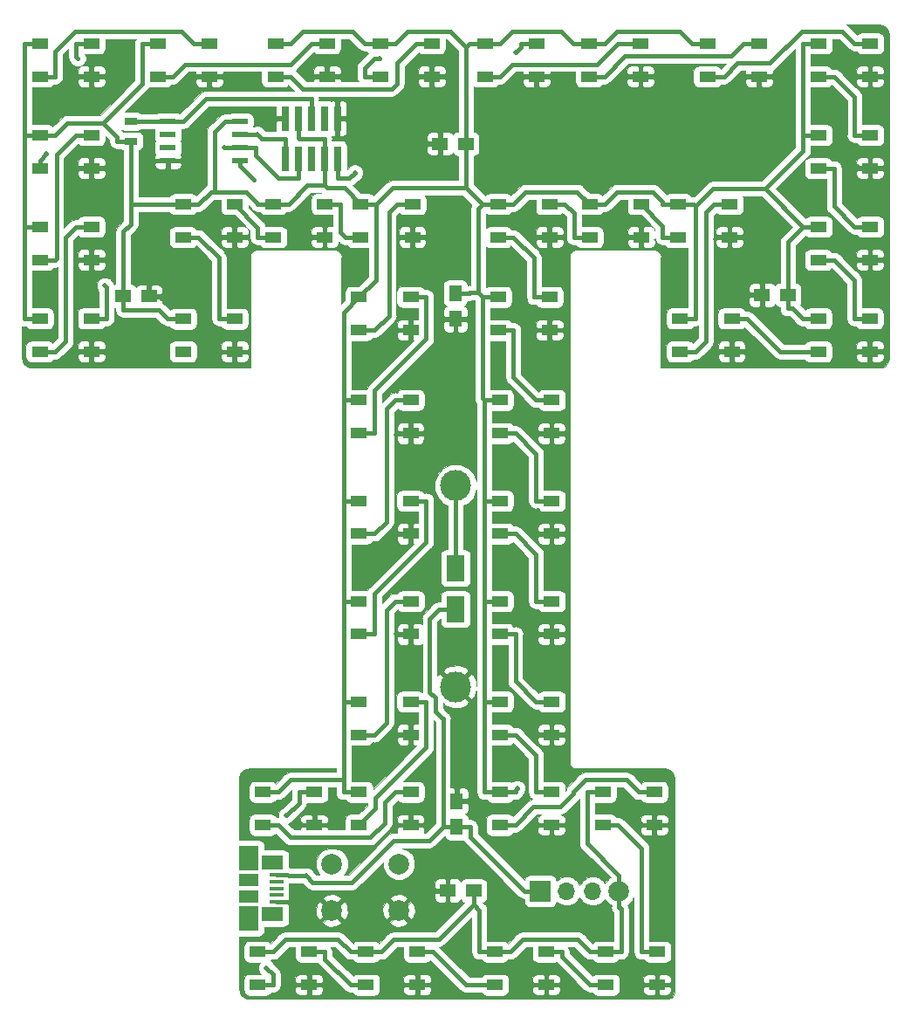
<source format=gbr>
G04 #@! TF.GenerationSoftware,KiCad,Pcbnew,(5.0.0)*
G04 #@! TF.CreationDate,2020-03-01T18:17:59-05:00*
G04 #@! TF.ProjectId,WS2812B Tiny T,575332383132422054696E7920542E6B,rev?*
G04 #@! TF.SameCoordinates,Original*
G04 #@! TF.FileFunction,Copper,L1,Top,Signal*
G04 #@! TF.FilePolarity,Positive*
%FSLAX46Y46*%
G04 Gerber Fmt 4.6, Leading zero omitted, Abs format (unit mm)*
G04 Created by KiCad (PCBNEW (5.0.0)) date 03/01/20 18:17:59*
%MOMM*%
%LPD*%
G01*
G04 APERTURE LIST*
G04 #@! TA.AperFunction,ComponentPad*
%ADD10C,3.000000*%
G04 #@! TD*
G04 #@! TA.AperFunction,SMDPad,CuDef*
%ADD11R,1.600000X1.000000*%
G04 #@! TD*
G04 #@! TA.AperFunction,SMDPad,CuDef*
%ADD12R,1.500000X1.250000*%
G04 #@! TD*
G04 #@! TA.AperFunction,SMDPad,CuDef*
%ADD13R,1.250000X1.500000*%
G04 #@! TD*
G04 #@! TA.AperFunction,ComponentPad*
%ADD14C,2.000000*%
G04 #@! TD*
G04 #@! TA.AperFunction,SMDPad,CuDef*
%ADD15R,1.300000X0.700000*%
G04 #@! TD*
G04 #@! TA.AperFunction,SMDPad,CuDef*
%ADD16R,1.550000X0.600000*%
G04 #@! TD*
G04 #@! TA.AperFunction,SMDPad,CuDef*
%ADD17R,2.100000X1.475000*%
G04 #@! TD*
G04 #@! TA.AperFunction,SMDPad,CuDef*
%ADD18R,1.900000X1.175000*%
G04 #@! TD*
G04 #@! TA.AperFunction,SMDPad,CuDef*
%ADD19R,1.900000X2.375000*%
G04 #@! TD*
G04 #@! TA.AperFunction,SMDPad,CuDef*
%ADD20R,1.380000X0.450000*%
G04 #@! TD*
G04 #@! TA.AperFunction,SMDPad,CuDef*
%ADD21R,1.800000X2.500000*%
G04 #@! TD*
G04 #@! TA.AperFunction,SMDPad,CuDef*
%ADD22R,0.740000X2.400000*%
G04 #@! TD*
G04 #@! TA.AperFunction,ComponentPad*
%ADD23O,1.700000X1.700000*%
G04 #@! TD*
G04 #@! TA.AperFunction,ComponentPad*
%ADD24R,2.000000X2.000000*%
G04 #@! TD*
G04 #@! TA.AperFunction,ViaPad*
%ADD25C,0.500000*%
G04 #@! TD*
G04 #@! TA.AperFunction,Conductor*
%ADD26C,0.400000*%
G04 #@! TD*
G04 #@! TA.AperFunction,Conductor*
%ADD27C,0.100000*%
G04 #@! TD*
G04 APERTURE END LIST*
D10*
G04 #@! TO.P,J1,1*
G04 #@! TO.N,GND*
X127512000Y-121412000D03*
G04 #@! TO.P,J1,e*
G04 #@! TO.N,Net-(D1-Pad2)*
X127512000Y-101912000D03*
G04 #@! TD*
D11*
G04 #@! TO.P,U1,1*
G04 #@! TO.N,+5V*
X87162000Y-85712500D03*
G04 #@! TO.P,U1,2*
G04 #@! TO.N,Net-(U1-Pad2)*
X87162000Y-88912500D03*
G04 #@! TO.P,U1,4*
G04 #@! TO.N,DIN*
X92162000Y-85712500D03*
G04 #@! TO.P,U1,3*
G04 #@! TO.N,GND*
X92162000Y-88912500D03*
G04 #@! TD*
G04 #@! TO.P,U2,3*
G04 #@! TO.N,GND*
X92162000Y-80022500D03*
G04 #@! TO.P,U2,4*
G04 #@! TO.N,Net-(U1-Pad2)*
X92162000Y-76822500D03*
G04 #@! TO.P,U2,2*
G04 #@! TO.N,Net-(U2-Pad2)*
X87162000Y-80022500D03*
G04 #@! TO.P,U2,1*
G04 #@! TO.N,+5V*
X87162000Y-76822500D03*
G04 #@! TD*
G04 #@! TO.P,U3,1*
G04 #@! TO.N,+5V*
X87162000Y-67932500D03*
G04 #@! TO.P,U3,2*
G04 #@! TO.N,Net-(U3-Pad2)*
X87162000Y-71132500D03*
G04 #@! TO.P,U3,4*
G04 #@! TO.N,Net-(U2-Pad2)*
X92162000Y-67932500D03*
G04 #@! TO.P,U3,3*
G04 #@! TO.N,GND*
X92162000Y-71132500D03*
G04 #@! TD*
G04 #@! TO.P,U4,3*
G04 #@! TO.N,GND*
X92162000Y-62242500D03*
G04 #@! TO.P,U4,4*
G04 #@! TO.N,Net-(U3-Pad2)*
X92162000Y-59042500D03*
G04 #@! TO.P,U4,2*
G04 #@! TO.N,Net-(U4-Pad2)*
X87162000Y-62242500D03*
G04 #@! TO.P,U4,1*
G04 #@! TO.N,+5V*
X87162000Y-59042500D03*
G04 #@! TD*
G04 #@! TO.P,U5,1*
G04 #@! TO.N,+5V*
X98592000Y-59042500D03*
G04 #@! TO.P,U5,2*
G04 #@! TO.N,Net-(U5-Pad2)*
X98592000Y-62242500D03*
G04 #@! TO.P,U5,4*
G04 #@! TO.N,Net-(U4-Pad2)*
X103592000Y-59042500D03*
G04 #@! TO.P,U5,3*
G04 #@! TO.N,GND*
X103592000Y-62242500D03*
G04 #@! TD*
G04 #@! TO.P,U6,3*
G04 #@! TO.N,GND*
X115022000Y-62242500D03*
G04 #@! TO.P,U6,4*
G04 #@! TO.N,Net-(U5-Pad2)*
X115022000Y-59042500D03*
G04 #@! TO.P,U6,2*
G04 #@! TO.N,Net-(U6-Pad2)*
X110022000Y-62242500D03*
G04 #@! TO.P,U6,1*
G04 #@! TO.N,+5V*
X110022000Y-59042500D03*
G04 #@! TD*
G04 #@! TO.P,U7,1*
G04 #@! TO.N,+5V*
X120182000Y-59042500D03*
G04 #@! TO.P,U7,2*
G04 #@! TO.N,Net-(U7-Pad2)*
X120182000Y-62242500D03*
G04 #@! TO.P,U7,4*
G04 #@! TO.N,Net-(U6-Pad2)*
X125182000Y-59042500D03*
G04 #@! TO.P,U7,3*
G04 #@! TO.N,GND*
X125182000Y-62242500D03*
G04 #@! TD*
G04 #@! TO.P,U8,3*
G04 #@! TO.N,GND*
X135342000Y-62242500D03*
G04 #@! TO.P,U8,4*
G04 #@! TO.N,Net-(U7-Pad2)*
X135342000Y-59042500D03*
G04 #@! TO.P,U8,2*
G04 #@! TO.N,Net-(U8-Pad2)*
X130342000Y-62242500D03*
G04 #@! TO.P,U8,1*
G04 #@! TO.N,+5V*
X130342000Y-59042500D03*
G04 #@! TD*
G04 #@! TO.P,U9,1*
G04 #@! TO.N,+5V*
X140462000Y-59042500D03*
G04 #@! TO.P,U9,2*
G04 #@! TO.N,Net-(U10-Pad4)*
X140462000Y-62242500D03*
G04 #@! TO.P,U9,4*
G04 #@! TO.N,Net-(U8-Pad2)*
X145462000Y-59042500D03*
G04 #@! TO.P,U9,3*
G04 #@! TO.N,GND*
X145462000Y-62242500D03*
G04 #@! TD*
G04 #@! TO.P,U10,3*
G04 #@! TO.N,GND*
X156932000Y-62242500D03*
G04 #@! TO.P,U10,4*
G04 #@! TO.N,Net-(U10-Pad4)*
X156932000Y-59042500D03*
G04 #@! TO.P,U10,2*
G04 #@! TO.N,Net-(U10-Pad2)*
X151932000Y-62242500D03*
G04 #@! TO.P,U10,1*
G04 #@! TO.N,+5V*
X151932000Y-59042500D03*
G04 #@! TD*
G04 #@! TO.P,U11,1*
G04 #@! TO.N,+5V*
X162727000Y-59042500D03*
G04 #@! TO.P,U11,2*
G04 #@! TO.N,Net-(U11-Pad2)*
X162727000Y-62242500D03*
G04 #@! TO.P,U11,4*
G04 #@! TO.N,Net-(U10-Pad2)*
X167727000Y-59042500D03*
G04 #@! TO.P,U11,3*
G04 #@! TO.N,GND*
X167727000Y-62242500D03*
G04 #@! TD*
G04 #@! TO.P,U12,3*
G04 #@! TO.N,GND*
X167727000Y-71132500D03*
G04 #@! TO.P,U12,4*
G04 #@! TO.N,Net-(U11-Pad2)*
X167727000Y-67932500D03*
G04 #@! TO.P,U12,2*
G04 #@! TO.N,Net-(U12-Pad2)*
X162727000Y-71132500D03*
G04 #@! TO.P,U12,1*
G04 #@! TO.N,+5V*
X162727000Y-67932500D03*
G04 #@! TD*
G04 #@! TO.P,U13,1*
G04 #@! TO.N,+5V*
X162727000Y-76822500D03*
G04 #@! TO.P,U13,2*
G04 #@! TO.N,Net-(U13-Pad2)*
X162727000Y-80022500D03*
G04 #@! TO.P,U13,4*
G04 #@! TO.N,Net-(U12-Pad2)*
X167727000Y-76822500D03*
G04 #@! TO.P,U13,3*
G04 #@! TO.N,GND*
X167727000Y-80022500D03*
G04 #@! TD*
G04 #@! TO.P,U15,3*
G04 #@! TO.N,GND*
X154301000Y-88912500D03*
G04 #@! TO.P,U15,4*
G04 #@! TO.N,Net-(U14-Pad2)*
X154301000Y-85712500D03*
G04 #@! TO.P,U15,2*
G04 #@! TO.N,Net-(U15-Pad2)*
X149301000Y-88912500D03*
G04 #@! TO.P,U15,1*
G04 #@! TO.N,+5V*
X149301000Y-85712500D03*
G04 #@! TD*
G04 #@! TO.P,U16,1*
G04 #@! TO.N,+5V*
X149098000Y-74622500D03*
G04 #@! TO.P,U16,2*
G04 #@! TO.N,Net-(U16-Pad2)*
X149098000Y-77822500D03*
G04 #@! TO.P,U16,4*
G04 #@! TO.N,Net-(U15-Pad2)*
X154098000Y-74622500D03*
G04 #@! TO.P,U16,3*
G04 #@! TO.N,GND*
X154098000Y-77822500D03*
G04 #@! TD*
G04 #@! TO.P,U17,3*
G04 #@! TO.N,GND*
X145502000Y-77822500D03*
G04 #@! TO.P,U17,4*
G04 #@! TO.N,Net-(U16-Pad2)*
X145502000Y-74622500D03*
G04 #@! TO.P,U17,2*
G04 #@! TO.N,Net-(U17-Pad2)*
X140502000Y-77822500D03*
G04 #@! TO.P,U17,1*
G04 #@! TO.N,+5V*
X140502000Y-74622500D03*
G04 #@! TD*
G04 #@! TO.P,U18,1*
G04 #@! TO.N,+5V*
X131612000Y-74622500D03*
G04 #@! TO.P,U18,2*
G04 #@! TO.N,Net-(U18-Pad2)*
X131612000Y-77822500D03*
G04 #@! TO.P,U18,4*
G04 #@! TO.N,Net-(U17-Pad2)*
X136612000Y-74622500D03*
G04 #@! TO.P,U18,3*
G04 #@! TO.N,GND*
X136612000Y-77822500D03*
G04 #@! TD*
G04 #@! TO.P,U19,3*
G04 #@! TO.N,GND*
X136612000Y-86822500D03*
G04 #@! TO.P,U19,4*
G04 #@! TO.N,Net-(U18-Pad2)*
X136612000Y-83622500D03*
G04 #@! TO.P,U19,2*
G04 #@! TO.N,Net-(U19-Pad2)*
X131612000Y-86822500D03*
G04 #@! TO.P,U19,1*
G04 #@! TO.N,+5V*
X131612000Y-83622500D03*
G04 #@! TD*
G04 #@! TO.P,U20,1*
G04 #@! TO.N,+5V*
X131812000Y-93622500D03*
G04 #@! TO.P,U20,2*
G04 #@! TO.N,Net-(U20-Pad2)*
X131812000Y-96822500D03*
G04 #@! TO.P,U20,4*
G04 #@! TO.N,Net-(U19-Pad2)*
X136812000Y-93622500D03*
G04 #@! TO.P,U20,3*
G04 #@! TO.N,GND*
X136812000Y-96822500D03*
G04 #@! TD*
G04 #@! TO.P,U21,1*
G04 #@! TO.N,+5V*
X131812000Y-103372000D03*
G04 #@! TO.P,U21,2*
G04 #@! TO.N,Net-(U21-Pad2)*
X131812000Y-106572000D03*
G04 #@! TO.P,U21,4*
G04 #@! TO.N,Net-(U20-Pad2)*
X136812000Y-103372000D03*
G04 #@! TO.P,U21,3*
G04 #@! TO.N,GND*
X136812000Y-106572000D03*
G04 #@! TD*
G04 #@! TO.P,U22,3*
G04 #@! TO.N,GND*
X136812000Y-116322000D03*
G04 #@! TO.P,U22,4*
G04 #@! TO.N,Net-(U21-Pad2)*
X136812000Y-113122000D03*
G04 #@! TO.P,U22,2*
G04 #@! TO.N,Net-(U22-Pad2)*
X131812000Y-116322000D03*
G04 #@! TO.P,U22,1*
G04 #@! TO.N,+5V*
X131812000Y-113122000D03*
G04 #@! TD*
G04 #@! TO.P,U23,1*
G04 #@! TO.N,+5V*
X131812000Y-122872000D03*
G04 #@! TO.P,U23,2*
G04 #@! TO.N,Net-(U23-Pad2)*
X131812000Y-126072000D03*
G04 #@! TO.P,U23,4*
G04 #@! TO.N,Net-(U22-Pad2)*
X136812000Y-122872000D03*
G04 #@! TO.P,U23,3*
G04 #@! TO.N,GND*
X136812000Y-126072000D03*
G04 #@! TD*
G04 #@! TO.P,U24,3*
G04 #@! TO.N,GND*
X136812000Y-134822000D03*
G04 #@! TO.P,U24,4*
G04 #@! TO.N,Net-(U23-Pad2)*
X136812000Y-131622000D03*
G04 #@! TO.P,U24,2*
G04 #@! TO.N,Net-(U24-Pad2)*
X131812000Y-134822000D03*
G04 #@! TO.P,U24,1*
G04 #@! TO.N,+5V*
X131812000Y-131622000D03*
G04 #@! TD*
G04 #@! TO.P,U25,1*
G04 #@! TO.N,+5V*
X141772000Y-131622000D03*
G04 #@! TO.P,U25,2*
G04 #@! TO.N,Net-(U25-Pad2)*
X141772000Y-134822000D03*
G04 #@! TO.P,U25,4*
G04 #@! TO.N,Net-(U24-Pad2)*
X146772000Y-131622000D03*
G04 #@! TO.P,U25,3*
G04 #@! TO.N,GND*
X146772000Y-134822000D03*
G04 #@! TD*
G04 #@! TO.P,U26,3*
G04 #@! TO.N,GND*
X147062000Y-150322000D03*
G04 #@! TO.P,U26,4*
G04 #@! TO.N,Net-(U25-Pad2)*
X147062000Y-147122000D03*
G04 #@! TO.P,U26,2*
G04 #@! TO.N,Net-(U26-Pad2)*
X142062000Y-150322000D03*
G04 #@! TO.P,U26,1*
G04 #@! TO.N,+5V*
X142062000Y-147122000D03*
G04 #@! TD*
G04 #@! TO.P,U27,1*
G04 #@! TO.N,+5V*
X131312000Y-147122000D03*
G04 #@! TO.P,U27,2*
G04 #@! TO.N,Net-(U27-Pad2)*
X131312000Y-150322000D03*
G04 #@! TO.P,U27,4*
G04 #@! TO.N,Net-(U26-Pad2)*
X136312000Y-147122000D03*
G04 #@! TO.P,U27,3*
G04 #@! TO.N,GND*
X136312000Y-150322000D03*
G04 #@! TD*
G04 #@! TO.P,U28,3*
G04 #@! TO.N,GND*
X123812000Y-150322000D03*
G04 #@! TO.P,U28,4*
G04 #@! TO.N,Net-(U27-Pad2)*
X123812000Y-147122000D03*
G04 #@! TO.P,U28,2*
G04 #@! TO.N,Net-(U28-Pad2)*
X118812000Y-150322000D03*
G04 #@! TO.P,U28,1*
G04 #@! TO.N,+5V*
X118812000Y-147122000D03*
G04 #@! TD*
G04 #@! TO.P,U29,1*
G04 #@! TO.N,+5V*
X108312000Y-147122000D03*
G04 #@! TO.P,U29,2*
G04 #@! TO.N,Net-(U29-Pad2)*
X108312000Y-150322000D03*
G04 #@! TO.P,U29,4*
G04 #@! TO.N,Net-(U28-Pad2)*
X113312000Y-147122000D03*
G04 #@! TO.P,U29,3*
G04 #@! TO.N,GND*
X113312000Y-150322000D03*
G04 #@! TD*
G04 #@! TO.P,U30,3*
G04 #@! TO.N,GND*
X113812000Y-134822000D03*
G04 #@! TO.P,U30,4*
G04 #@! TO.N,Net-(U29-Pad2)*
X113812000Y-131622000D03*
G04 #@! TO.P,U30,2*
G04 #@! TO.N,Net-(U30-Pad2)*
X108812000Y-134822000D03*
G04 #@! TO.P,U30,1*
G04 #@! TO.N,+5V*
X108812000Y-131622000D03*
G04 #@! TD*
G04 #@! TO.P,U31,1*
G04 #@! TO.N,+5V*
X118142000Y-131622000D03*
G04 #@! TO.P,U31,2*
G04 #@! TO.N,Net-(U31-Pad2)*
X118142000Y-134822000D03*
G04 #@! TO.P,U31,4*
G04 #@! TO.N,Net-(U30-Pad2)*
X123142000Y-131622000D03*
G04 #@! TO.P,U31,3*
G04 #@! TO.N,GND*
X123142000Y-134822000D03*
G04 #@! TD*
G04 #@! TO.P,U32,3*
G04 #@! TO.N,GND*
X123142000Y-126072000D03*
G04 #@! TO.P,U32,4*
G04 #@! TO.N,Net-(U31-Pad2)*
X123142000Y-122872000D03*
G04 #@! TO.P,U32,2*
G04 #@! TO.N,Net-(U32-Pad2)*
X118142000Y-126072000D03*
G04 #@! TO.P,U32,1*
G04 #@! TO.N,+5V*
X118142000Y-122872000D03*
G04 #@! TD*
G04 #@! TO.P,U33,1*
G04 #@! TO.N,+5V*
X118142000Y-113122000D03*
G04 #@! TO.P,U33,2*
G04 #@! TO.N,Net-(U33-Pad2)*
X118142000Y-116322000D03*
G04 #@! TO.P,U33,4*
G04 #@! TO.N,Net-(U32-Pad2)*
X123142000Y-113122000D03*
G04 #@! TO.P,U33,3*
G04 #@! TO.N,GND*
X123142000Y-116322000D03*
G04 #@! TD*
G04 #@! TO.P,U34,3*
G04 #@! TO.N,GND*
X123142000Y-106572000D03*
G04 #@! TO.P,U34,4*
G04 #@! TO.N,Net-(U33-Pad2)*
X123142000Y-103372000D03*
G04 #@! TO.P,U34,2*
G04 #@! TO.N,Net-(U34-Pad2)*
X118142000Y-106572000D03*
G04 #@! TO.P,U34,1*
G04 #@! TO.N,+5V*
X118142000Y-103372000D03*
G04 #@! TD*
G04 #@! TO.P,U35,1*
G04 #@! TO.N,+5V*
X118142000Y-93622500D03*
G04 #@! TO.P,U35,2*
G04 #@! TO.N,Net-(U35-Pad2)*
X118142000Y-96822500D03*
G04 #@! TO.P,U35,4*
G04 #@! TO.N,Net-(U34-Pad2)*
X123142000Y-93622500D03*
G04 #@! TO.P,U35,3*
G04 #@! TO.N,GND*
X123142000Y-96822500D03*
G04 #@! TD*
G04 #@! TO.P,U36,3*
G04 #@! TO.N,GND*
X123142000Y-86822500D03*
G04 #@! TO.P,U36,4*
G04 #@! TO.N,Net-(U35-Pad2)*
X123142000Y-83622500D03*
G04 #@! TO.P,U36,2*
G04 #@! TO.N,Net-(U36-Pad2)*
X118142000Y-86822500D03*
G04 #@! TO.P,U36,1*
G04 #@! TO.N,+5V*
X118142000Y-83622500D03*
G04 #@! TD*
G04 #@! TO.P,U37,1*
G04 #@! TO.N,+5V*
X118312000Y-74622500D03*
G04 #@! TO.P,U37,2*
G04 #@! TO.N,Net-(U37-Pad2)*
X118312000Y-77822500D03*
G04 #@! TO.P,U37,4*
G04 #@! TO.N,Net-(U36-Pad2)*
X123312000Y-74622500D03*
G04 #@! TO.P,U37,3*
G04 #@! TO.N,GND*
X123312000Y-77822500D03*
G04 #@! TD*
G04 #@! TO.P,U38,3*
G04 #@! TO.N,GND*
X114812000Y-77822500D03*
G04 #@! TO.P,U38,4*
G04 #@! TO.N,Net-(U37-Pad2)*
X114812000Y-74622500D03*
G04 #@! TO.P,U38,2*
G04 #@! TO.N,Net-(U38-Pad2)*
X109812000Y-77822500D03*
G04 #@! TO.P,U38,1*
G04 #@! TO.N,+5V*
X109812000Y-74622500D03*
G04 #@! TD*
G04 #@! TO.P,U39,1*
G04 #@! TO.N,+5V*
X101062000Y-74622500D03*
G04 #@! TO.P,U39,2*
G04 #@! TO.N,Net-(U39-Pad2)*
X101062000Y-77822500D03*
G04 #@! TO.P,U39,4*
G04 #@! TO.N,Net-(U38-Pad2)*
X106062000Y-74622500D03*
G04 #@! TO.P,U39,3*
G04 #@! TO.N,GND*
X106062000Y-77822500D03*
G04 #@! TD*
G04 #@! TO.P,U14,1*
G04 #@! TO.N,+5V*
X162687000Y-85712500D03*
G04 #@! TO.P,U14,2*
G04 #@! TO.N,Net-(U14-Pad2)*
X162687000Y-88912500D03*
G04 #@! TO.P,U14,4*
G04 #@! TO.N,Net-(U13-Pad2)*
X167687000Y-85712500D03*
G04 #@! TO.P,U14,3*
G04 #@! TO.N,GND*
X167687000Y-88912500D03*
G04 #@! TD*
D12*
G04 #@! TO.P,C3,2*
G04 #@! TO.N,GND*
X126750000Y-141200000D03*
G04 #@! TO.P,C3,1*
G04 #@! TO.N,+5V*
X129250000Y-141200000D03*
G04 #@! TD*
G04 #@! TO.P,C4,1*
G04 #@! TO.N,+5V*
X128500000Y-68750000D03*
G04 #@! TO.P,C4,2*
G04 #@! TO.N,GND*
X126000000Y-68750000D03*
G04 #@! TD*
G04 #@! TO.P,C5,2*
G04 #@! TO.N,GND*
X97770000Y-83553300D03*
G04 #@! TO.P,C5,1*
G04 #@! TO.N,+5V*
X95270000Y-83553300D03*
G04 #@! TD*
D13*
G04 #@! TO.P,C6,1*
G04 #@! TO.N,+5V*
X127500000Y-83250000D03*
G04 #@! TO.P,C6,2*
G04 #@! TO.N,GND*
X127500000Y-85750000D03*
G04 #@! TD*
D12*
G04 #@! TO.P,C7,2*
G04 #@! TO.N,GND*
X157246000Y-83400900D03*
G04 #@! TO.P,C7,1*
G04 #@! TO.N,+5V*
X159746000Y-83400900D03*
G04 #@! TD*
D13*
G04 #@! TO.P,C8,1*
G04 #@! TO.N,VIN_Switch*
X127600000Y-135000000D03*
G04 #@! TO.P,C8,2*
G04 #@! TO.N,GND*
X127600000Y-132500000D03*
G04 #@! TD*
D11*
G04 #@! TO.P,U40,1*
G04 #@! TO.N,+5V*
X101062000Y-85722500D03*
G04 #@! TO.P,U40,2*
G04 #@! TO.N,N/C*
X101062000Y-88922500D03*
G04 #@! TO.P,U40,4*
G04 #@! TO.N,Net-(U39-Pad2)*
X106062000Y-85722500D03*
G04 #@! TO.P,U40,3*
G04 #@! TO.N,GND*
X106062000Y-88922500D03*
G04 #@! TD*
D14*
G04 #@! TO.P,SW1,1*
G04 #@! TO.N,BTN*
X122000000Y-138622000D03*
G04 #@! TO.P,SW1,2*
G04 #@! TO.N,GND*
X122000000Y-143122000D03*
G04 #@! TO.P,SW1,1*
G04 #@! TO.N,BTN*
X115500000Y-138622000D03*
G04 #@! TO.P,SW1,2*
G04 #@! TO.N,GND*
X115500000Y-143122000D03*
G04 #@! TD*
D15*
G04 #@! TO.P,R1,2*
G04 #@! TO.N,RST*
X96000000Y-66600000D03*
G04 #@! TO.P,R1,1*
G04 #@! TO.N,+5V*
X96000000Y-68500000D03*
G04 #@! TD*
D16*
G04 #@! TO.P,MCU1,1*
G04 #@! TO.N,RST*
X99600000Y-66595000D03*
G04 #@! TO.P,MCU1,2*
G04 #@! TO.N,N/C*
X99600000Y-67865000D03*
G04 #@! TO.P,MCU1,3*
X99600000Y-69135000D03*
G04 #@! TO.P,MCU1,4*
G04 #@! TO.N,GND*
X99600000Y-70405000D03*
G04 #@! TO.P,MCU1,5*
G04 #@! TO.N,PB0*
X106600000Y-70405000D03*
G04 #@! TO.P,MCU1,6*
G04 #@! TO.N,DIN*
X106600000Y-69135000D03*
G04 #@! TO.P,MCU1,7*
G04 #@! TO.N,BTN*
X106600000Y-67865000D03*
G04 #@! TO.P,MCU1,8*
G04 #@! TO.N,+5V*
X106600000Y-66600000D03*
G04 #@! TD*
D17*
G04 #@! TO.P,USB1,SH*
G04 #@! TO.N,N/C*
X109750000Y-143424500D03*
D18*
X107450000Y-141799500D03*
D19*
X107450000Y-138049500D03*
X107450000Y-143874500D03*
D18*
X107450000Y-140124500D03*
D17*
X109750000Y-138499500D03*
D20*
G04 #@! TO.P,USB1,1*
G04 #@! TO.N,VIN_Switch*
X110110000Y-139662000D03*
G04 #@! TO.P,USB1,2*
G04 #@! TO.N,N/C*
X110110000Y-140312000D03*
G04 #@! TO.P,USB1,3*
X110110000Y-140962000D03*
G04 #@! TO.P,USB1,4*
X110110000Y-141612000D03*
G04 #@! TO.P,USB1,5*
G04 #@! TO.N,GND*
X110110000Y-142262000D03*
G04 #@! TD*
D21*
G04 #@! TO.P,D1,2*
G04 #@! TO.N,Net-(D1-Pad2)*
X127500000Y-109900000D03*
G04 #@! TO.P,D1,1*
G04 #@! TO.N,VIN_Switch*
X127500000Y-113900000D03*
G04 #@! TD*
D22*
G04 #@! TO.P,J2,10*
G04 #@! TO.N,GND*
X116040000Y-66300000D03*
G04 #@! TO.P,J2,9*
G04 #@! TO.N,PB0*
X116040000Y-70200000D03*
G04 #@! TO.P,J2,8*
G04 #@! TO.N,N/C*
X114770000Y-66300000D03*
G04 #@! TO.P,J2,7*
G04 #@! TO.N,+5V*
X114770000Y-70200000D03*
G04 #@! TO.P,J2,6*
G04 #@! TO.N,RST*
X113500000Y-66300000D03*
G04 #@! TO.P,J2,5*
G04 #@! TO.N,N/C*
X113500000Y-70200000D03*
G04 #@! TO.P,J2,4*
G04 #@! TO.N,+5V*
X112230000Y-66300000D03*
G04 #@! TO.P,J2,3*
G04 #@! TO.N,DIN*
X112230000Y-70200000D03*
G04 #@! TO.P,J2,2*
G04 #@! TO.N,GND*
X110960000Y-66300000D03*
G04 #@! TO.P,J2,1*
G04 #@! TO.N,BTN*
X110960000Y-70200000D03*
G04 #@! TD*
D14*
G04 #@! TO.P,SW2,4*
G04 #@! TO.N,+5V*
X143370000Y-141250000D03*
D23*
G04 #@! TO.P,SW2,3*
G04 #@! TO.N,VIN_Switch*
X140830000Y-141250000D03*
G04 #@! TO.P,SW2,2*
X138290000Y-141250000D03*
D24*
G04 #@! TO.P,SW2,1*
X135750000Y-141250000D03*
G04 #@! TD*
D25*
G04 #@! TO.N,GND*
X128750000Y-131250000D03*
X125250000Y-141250000D03*
X111750000Y-151000000D03*
X122250000Y-151000000D03*
X134750000Y-151000000D03*
X145500000Y-151000000D03*
X145500000Y-134750000D03*
X135250000Y-135000000D03*
X121750000Y-134750000D03*
X111750000Y-142750000D03*
X112500000Y-134750000D03*
X121750000Y-116250000D03*
X121750000Y-106500000D03*
X135500000Y-106500000D03*
X135500000Y-116250000D03*
X135500000Y-126250000D03*
X121750000Y-126250000D03*
X155750000Y-83000000D03*
X152750000Y-78000000D03*
X144250000Y-77750000D03*
X135000000Y-77750000D03*
X135250000Y-86750000D03*
X135500000Y-96750000D03*
X121750000Y-97000000D03*
X121750000Y-87000000D03*
X122000000Y-77750000D03*
X113500000Y-77750000D03*
X97500000Y-70500000D03*
X104750000Y-77750000D03*
X104750000Y-89000000D03*
X93500000Y-89000000D03*
X99000000Y-83750000D03*
X90750000Y-80000000D03*
X90750000Y-71250000D03*
X90750000Y-62250000D03*
X102250000Y-62250000D03*
X110000000Y-66250000D03*
X117000000Y-66250000D03*
X113500000Y-62250000D03*
X123750000Y-62250000D03*
X133750000Y-62250000D03*
X144000000Y-62250000D03*
X155500000Y-62250000D03*
X166250000Y-62250000D03*
X166500000Y-71000000D03*
X166250000Y-80000000D03*
X166250000Y-89000000D03*
X153000000Y-89000000D03*
G04 #@! TO.N,+5V*
X133475100Y-131265800D03*
G04 #@! TO.N,DIN*
X105057300Y-69107000D03*
X93493100Y-82514200D03*
G04 #@! TO.N,Net-(U3-Pad2)*
X87821300Y-69705700D03*
X90846500Y-60470000D03*
G04 #@! TO.N,Net-(U7-Pad2)*
X120176900Y-60470000D03*
X133372700Y-59889600D03*
G04 #@! TO.N,Net-(U29-Pad2)*
X109145000Y-148668500D03*
X111082500Y-133908400D03*
G04 #@! TO.N,BTN*
X108276500Y-67839500D03*
G04 #@! TO.N,PB0*
X107951500Y-72235300D03*
X117732700Y-71569900D03*
G04 #@! TO.N,VIN_Switch*
X113000000Y-139750000D03*
G04 #@! TD*
D26*
G04 #@! TO.N,GND*
X110110000Y-142262000D02*
X111262000Y-142262000D01*
X111262000Y-142262000D02*
X111750000Y-142750000D01*
G04 #@! TO.N,+5V*
X116641700Y-113122000D02*
X116641700Y-103372000D01*
X116641700Y-122872000D02*
X116641700Y-113122000D01*
X118142000Y-103372000D02*
X116641700Y-103372000D01*
X116641700Y-103372000D02*
X116641700Y-93622500D01*
X118142000Y-93622500D02*
X116641700Y-93622500D01*
X118142600Y-83622500D02*
X116641700Y-85123400D01*
X116641700Y-85123400D02*
X116641700Y-93622500D01*
X118142600Y-83622500D02*
X118143100Y-83622500D01*
X118142000Y-83622500D02*
X118142600Y-83622500D01*
X119812300Y-74622500D02*
X119812300Y-81953300D01*
X119812300Y-81953300D02*
X118143100Y-83622500D01*
X128500000Y-73010800D02*
X121424000Y-73010800D01*
X121424000Y-73010800D02*
X119812300Y-74622500D01*
X128500000Y-73010800D02*
X130111700Y-74622500D01*
X128500000Y-69850200D02*
X128500000Y-73010800D01*
X118312000Y-74622500D02*
X119812300Y-74622500D01*
X162727000Y-59042500D02*
X161226700Y-59042500D01*
X161226700Y-67932500D02*
X161226700Y-59042500D01*
X161451800Y-67932500D02*
X161226700Y-67932500D01*
X162727000Y-67932500D02*
X161451800Y-67932500D01*
X157529100Y-73124900D02*
X161226700Y-76822500D01*
X150801300Y-74825500D02*
X152501900Y-73124900D01*
X152501900Y-73124900D02*
X157529100Y-73124900D01*
X157529100Y-73124900D02*
X161226700Y-69427300D01*
X161226700Y-69427300D02*
X161226700Y-67932500D01*
X159746000Y-83400900D02*
X159746000Y-84726200D01*
X159746000Y-84726200D02*
X160200400Y-84726200D01*
X160200400Y-84726200D02*
X161186700Y-85712500D01*
X159746000Y-83400900D02*
X159746000Y-78303200D01*
X159746000Y-78303200D02*
X161226700Y-76822500D01*
X162687000Y-85712500D02*
X161186700Y-85712500D01*
X131812000Y-131622000D02*
X130311700Y-131622000D01*
X131812000Y-131622000D02*
X133312300Y-131622000D01*
X133475100Y-131265800D02*
X133312300Y-131428600D01*
X133312300Y-131428600D02*
X133312300Y-131622000D01*
X130311700Y-122872000D02*
X130311700Y-131622000D01*
X130311700Y-103372000D02*
X130311700Y-113122000D01*
X130311700Y-93622500D02*
X130311700Y-103372000D01*
X131812000Y-113122000D02*
X130311700Y-113122000D01*
X130311700Y-122872000D02*
X130311700Y-113122000D01*
X130536800Y-122872000D02*
X130311700Y-122872000D01*
X131812000Y-122872000D02*
X130536800Y-122872000D01*
X130111700Y-83622500D02*
X130111700Y-93422500D01*
X130111700Y-93422500D02*
X130311700Y-93622500D01*
X131812000Y-103372000D02*
X130311700Y-103372000D01*
X129697000Y-83207800D02*
X130111700Y-83622500D01*
X131812000Y-93622500D02*
X130311700Y-93622500D01*
X128500000Y-68750000D02*
X128500000Y-69850200D01*
X129697000Y-83207800D02*
X128867500Y-83207800D01*
X128867500Y-83207800D02*
X128825300Y-83250000D01*
X129697000Y-83207800D02*
X129697000Y-75037200D01*
X129697000Y-75037200D02*
X130111700Y-74622500D01*
X131612000Y-74622500D02*
X130111700Y-74622500D01*
X112230000Y-66300000D02*
X112230000Y-68200300D01*
X114770000Y-70200000D02*
X114770000Y-68299700D01*
X114770000Y-68299700D02*
X112329400Y-68299700D01*
X112329400Y-68299700D02*
X112230000Y-68200300D01*
X114770000Y-71037600D02*
X114770000Y-70200000D01*
X114770000Y-71037600D02*
X114770000Y-71875200D01*
X114770000Y-72796700D02*
X113138100Y-72796700D01*
X113138100Y-72796700D02*
X111312300Y-74622500D01*
X118312000Y-74622500D02*
X116732400Y-73042900D01*
X116732400Y-73042900D02*
X115016200Y-73042900D01*
X115016200Y-73042900D02*
X114770000Y-72796700D01*
X114770000Y-71875200D02*
X114770000Y-72796700D01*
X109812000Y-74622500D02*
X111312300Y-74622500D01*
X104103100Y-73422200D02*
X103762600Y-73422200D01*
X103762600Y-73422200D02*
X102562300Y-74622500D01*
X108311700Y-74622500D02*
X108311700Y-74547300D01*
X108311700Y-74547300D02*
X107186600Y-73422200D01*
X107186600Y-73422200D02*
X104103100Y-73422200D01*
X105124700Y-66600000D02*
X104103100Y-67621600D01*
X104103100Y-67621600D02*
X104103100Y-73422200D01*
X106600000Y-66600000D02*
X105124700Y-66600000D01*
X101062000Y-74622500D02*
X102562300Y-74622500D01*
X109812000Y-74622500D02*
X108311700Y-74622500D01*
X162727000Y-76822500D02*
X161226700Y-76822500D01*
X150801300Y-74825500D02*
X150598300Y-74622500D01*
X150801300Y-85712500D02*
X150801300Y-74825500D01*
X149098000Y-74622500D02*
X150598300Y-74622500D01*
X149301000Y-85712500D02*
X150801300Y-85712500D01*
X140502000Y-74622500D02*
X142002300Y-74622500D01*
X142002300Y-74622500D02*
X143202600Y-73422200D01*
X143202600Y-73422200D02*
X146622600Y-73422200D01*
X146622600Y-73422200D02*
X147597700Y-74397300D01*
X147597700Y-74397300D02*
X147597700Y-74622500D01*
X149098000Y-74622500D02*
X147597700Y-74622500D01*
X133112300Y-74622500D02*
X134312600Y-73422200D01*
X134312600Y-73422200D02*
X139301700Y-73422200D01*
X139301700Y-73422200D02*
X140502000Y-74622500D01*
X143370000Y-141250000D02*
X143370000Y-142800300D01*
X142062000Y-147122000D02*
X143562300Y-147122000D01*
X143562300Y-147122000D02*
X143562300Y-142992600D01*
X143562300Y-142992600D02*
X143370000Y-142800300D01*
X141996100Y-147122000D02*
X142062000Y-147122000D01*
X141996100Y-147122000D02*
X140561700Y-147122000D01*
X143370000Y-141250000D02*
X143370000Y-139699700D01*
X143370000Y-139699700D02*
X140271700Y-136601400D01*
X140271700Y-136601400D02*
X140271700Y-131622000D01*
X141772000Y-131622000D02*
X140271700Y-131622000D01*
X93314300Y-66732200D02*
X89862600Y-66732200D01*
X89862600Y-66732200D02*
X88662300Y-67932500D01*
X94649700Y-68500000D02*
X94649700Y-68067600D01*
X94649700Y-68067600D02*
X93314300Y-66732200D01*
X93314300Y-66732200D02*
X97091700Y-62954800D01*
X97091700Y-62954800D02*
X97091700Y-59042500D01*
X98592000Y-59042500D02*
X97091700Y-59042500D01*
X96000000Y-68500000D02*
X94649700Y-68500000D01*
X96000000Y-74622500D02*
X96000000Y-68500000D01*
X87162000Y-67932500D02*
X88662300Y-67932500D01*
X118142000Y-122872000D02*
X116641700Y-122872000D01*
X116534200Y-130421600D02*
X116641700Y-130314100D01*
X116641700Y-130314100D02*
X116641700Y-122872000D01*
X116534200Y-130421600D02*
X116641700Y-130529100D01*
X116641700Y-130529100D02*
X116641700Y-131622000D01*
X110312300Y-131622000D02*
X111512700Y-130421600D01*
X111512700Y-130421600D02*
X116534200Y-130421600D01*
X118142000Y-113122000D02*
X116641700Y-113122000D01*
X87162000Y-59042500D02*
X85661700Y-59042500D01*
X85661700Y-59042500D02*
X85661700Y-67932500D01*
X87162000Y-67932500D02*
X85661700Y-67932500D01*
X85661700Y-76822500D02*
X85661700Y-67932500D01*
X85886800Y-76822500D02*
X85661700Y-76822500D01*
X85661700Y-76822500D02*
X85661700Y-85712500D01*
X128500000Y-59384200D02*
X128841700Y-59042500D01*
X128500000Y-68750000D02*
X128500000Y-59384200D01*
X128500000Y-59384200D02*
X126958000Y-57842200D01*
X126958000Y-57842200D02*
X122882600Y-57842200D01*
X122882600Y-57842200D02*
X121682300Y-59042500D01*
X120182000Y-59042500D02*
X121682300Y-59042500D01*
X130342000Y-59042500D02*
X128841700Y-59042500D01*
X151932000Y-59042500D02*
X150431700Y-59042500D01*
X140462000Y-59042500D02*
X141962300Y-59042500D01*
X141962300Y-59042500D02*
X143162600Y-57842200D01*
X143162600Y-57842200D02*
X149231400Y-57842200D01*
X149231400Y-57842200D02*
X150431700Y-59042500D01*
X139711900Y-59042500D02*
X140462000Y-59042500D01*
X139711900Y-59042500D02*
X138961700Y-59042500D01*
X130342000Y-59042500D02*
X131842300Y-59042500D01*
X131842300Y-59042500D02*
X133042600Y-57842200D01*
X133042600Y-57842200D02*
X137761400Y-57842200D01*
X137761400Y-57842200D02*
X138961700Y-59042500D01*
X131612000Y-83622500D02*
X130111700Y-83622500D01*
X127500000Y-83250000D02*
X128825300Y-83250000D01*
X120182000Y-59042500D02*
X118681700Y-59042500D01*
X110022000Y-59042500D02*
X111522300Y-59042500D01*
X111522300Y-59042500D02*
X112722600Y-57842200D01*
X112722600Y-57842200D02*
X117481400Y-57842200D01*
X117481400Y-57842200D02*
X118681700Y-59042500D01*
X96000000Y-74622500D02*
X96000000Y-76556700D01*
X96000000Y-76556700D02*
X95270000Y-77286700D01*
X95270000Y-77286700D02*
X95270000Y-82228000D01*
X99561700Y-74622500D02*
X96000000Y-74622500D01*
X95270000Y-83553300D02*
X95270000Y-82228000D01*
X87162000Y-85712500D02*
X85661700Y-85712500D01*
X131312000Y-147122000D02*
X132812300Y-147122000D01*
X140561700Y-147122000D02*
X139361400Y-145921700D01*
X139361400Y-145921700D02*
X134012600Y-145921700D01*
X134012600Y-145921700D02*
X132812300Y-147122000D01*
X87162000Y-76822500D02*
X85886800Y-76822500D01*
X131612000Y-74622500D02*
X133112300Y-74622500D01*
X109812300Y-147122000D02*
X111012600Y-145921700D01*
X111012600Y-145921700D02*
X116111400Y-145921700D01*
X116111400Y-145921700D02*
X117311700Y-147122000D01*
X118812000Y-147122000D02*
X117311700Y-147122000D01*
X108312000Y-147122000D02*
X109812300Y-147122000D01*
X101062000Y-74622500D02*
X99561700Y-74622500D01*
X95270000Y-84215900D02*
X95270000Y-83553300D01*
X95270000Y-84215900D02*
X95270000Y-84878600D01*
X118812000Y-147122000D02*
X120312300Y-147122000D01*
X120312300Y-147122000D02*
X121512600Y-145921700D01*
X121512600Y-145921700D02*
X125853600Y-145921700D01*
X125853600Y-145921700D02*
X129250000Y-142525300D01*
X108812000Y-131622000D02*
X110312300Y-131622000D01*
X118142000Y-131622000D02*
X116641700Y-131622000D01*
X131312000Y-147122000D02*
X129811700Y-147122000D01*
X129250000Y-141200000D02*
X129250000Y-142525300D01*
X129250000Y-142525300D02*
X129811700Y-143087000D01*
X129811700Y-143087000D02*
X129811700Y-147122000D01*
X101062000Y-85722500D02*
X99561700Y-85722500D01*
X95270000Y-84878600D02*
X98717800Y-84878600D01*
X98717800Y-84878600D02*
X99561700Y-85722500D01*
G04 #@! TO.N,Net-(U1-Pad2)*
X87162000Y-88912500D02*
X88662300Y-88912500D01*
X92162000Y-76822500D02*
X90661700Y-76822500D01*
X90661700Y-76822500D02*
X89682100Y-77802100D01*
X89682100Y-77802100D02*
X89682100Y-87892700D01*
X89682100Y-87892700D02*
X88662300Y-88912500D01*
G04 #@! TO.N,DIN*
X106600000Y-69135000D02*
X108075300Y-69135000D01*
X112230000Y-70200000D02*
X112230000Y-72100300D01*
X112230000Y-72100300D02*
X110298300Y-72100300D01*
X110298300Y-72100300D02*
X108075300Y-69877300D01*
X108075300Y-69877300D02*
X108075300Y-69135000D01*
X92162000Y-85712500D02*
X93662300Y-85712500D01*
X106600000Y-69135000D02*
X105124700Y-69135000D01*
X105057300Y-69107000D02*
X105096700Y-69107000D01*
X105096700Y-69107000D02*
X105124700Y-69135000D01*
X93662300Y-85712500D02*
X93662300Y-82683400D01*
X93662300Y-82683400D02*
X93493100Y-82514200D01*
G04 #@! TO.N,Net-(U2-Pad2)*
X88662300Y-80022500D02*
X88771600Y-79913200D01*
X88771600Y-79913200D02*
X88771600Y-69822600D01*
X88771600Y-69822600D02*
X90661700Y-67932500D01*
X92162000Y-67932500D02*
X90661700Y-67932500D01*
X87162000Y-80022500D02*
X88662300Y-80022500D01*
G04 #@! TO.N,Net-(U3-Pad2)*
X92162000Y-59042500D02*
X90661700Y-59042500D01*
X87821300Y-69705700D02*
X87162000Y-70365000D01*
X87162000Y-70365000D02*
X87162000Y-71132500D01*
X90661700Y-59042500D02*
X90661700Y-60285200D01*
X90661700Y-60285200D02*
X90846500Y-60470000D01*
G04 #@! TO.N,Net-(U4-Pad2)*
X87162000Y-62242500D02*
X88662300Y-62242500D01*
X103592000Y-59042500D02*
X102091700Y-59042500D01*
X102091700Y-59042500D02*
X100891300Y-57842100D01*
X100891300Y-57842100D02*
X90588900Y-57842100D01*
X90588900Y-57842100D02*
X88662300Y-59768700D01*
X88662300Y-59768700D02*
X88662300Y-62242500D01*
G04 #@! TO.N,Net-(U5-Pad2)*
X98592000Y-62242500D02*
X100092300Y-62242500D01*
X115022000Y-59042500D02*
X113521700Y-59042500D01*
X113521700Y-59042500D02*
X111522000Y-61042200D01*
X111522000Y-61042200D02*
X101292600Y-61042200D01*
X101292600Y-61042200D02*
X100092300Y-62242500D01*
G04 #@! TO.N,Net-(U6-Pad2)*
X125182000Y-59042500D02*
X123681700Y-59042500D01*
X110022000Y-62242500D02*
X111522300Y-62242500D01*
X111522300Y-62242500D02*
X112722700Y-63442900D01*
X112722700Y-63442900D02*
X121294800Y-63442900D01*
X121294800Y-63442900D02*
X121807800Y-62929900D01*
X121807800Y-62929900D02*
X121807800Y-60916400D01*
X121807800Y-60916400D02*
X123681700Y-59042500D01*
G04 #@! TO.N,Net-(U7-Pad2)*
X135342000Y-59042500D02*
X133841700Y-59042500D01*
X120182000Y-62242500D02*
X118681700Y-62242500D01*
X120176900Y-60470000D02*
X119621300Y-60470000D01*
X119621300Y-60470000D02*
X118681700Y-61409600D01*
X118681700Y-61409600D02*
X118681700Y-62242500D01*
X133841700Y-59042500D02*
X133841700Y-59420600D01*
X133841700Y-59420600D02*
X133372700Y-59889600D01*
G04 #@! TO.N,Net-(U8-Pad2)*
X130342000Y-62242500D02*
X131842300Y-62242500D01*
X131842300Y-62242500D02*
X133042600Y-61042200D01*
X133042600Y-61042200D02*
X141243800Y-61042200D01*
X141243800Y-61042200D02*
X143243500Y-59042500D01*
X143243500Y-59042500D02*
X145462000Y-59042500D01*
G04 #@! TO.N,Net-(U10-Pad4)*
X156932000Y-59042500D02*
X155431700Y-59042500D01*
X140462000Y-62242500D02*
X141962300Y-62242500D01*
X155431700Y-59042500D02*
X154231400Y-60242800D01*
X154231400Y-60242800D02*
X143962000Y-60242800D01*
X143962000Y-60242800D02*
X141962300Y-62242500D01*
G04 #@! TO.N,Net-(U10-Pad2)*
X167727000Y-59042500D02*
X166226700Y-59042500D01*
X151932000Y-62242500D02*
X153549700Y-62242500D01*
X153549700Y-62242500D02*
X154855900Y-60936300D01*
X154855900Y-60936300D02*
X158000600Y-60936300D01*
X158000600Y-60936300D02*
X161094700Y-57842200D01*
X161094700Y-57842200D02*
X165026400Y-57842200D01*
X165026400Y-57842200D02*
X166226700Y-59042500D01*
G04 #@! TO.N,Net-(U11-Pad2)*
X162727000Y-62242500D02*
X164227300Y-62242500D01*
X167727000Y-67932500D02*
X166226700Y-67932500D01*
X166226700Y-67932500D02*
X166226700Y-64241900D01*
X166226700Y-64241900D02*
X164227300Y-62242500D01*
G04 #@! TO.N,Net-(U12-Pad2)*
X167727000Y-76822500D02*
X166226700Y-76822500D01*
X162727000Y-71132500D02*
X164227300Y-71132500D01*
X164227300Y-71132500D02*
X164227300Y-74823100D01*
X164227300Y-74823100D02*
X166226700Y-76822500D01*
G04 #@! TO.N,Net-(U13-Pad2)*
X162727000Y-80022500D02*
X164227300Y-80022500D01*
X167687000Y-85712500D02*
X166186700Y-85712500D01*
X166186700Y-85712500D02*
X166186700Y-81981900D01*
X166186700Y-81981900D02*
X164227300Y-80022500D01*
G04 #@! TO.N,Net-(U14-Pad2)*
X154301000Y-85712500D02*
X155801300Y-85712500D01*
X155801300Y-85712500D02*
X159001300Y-88912500D01*
X159001300Y-88912500D02*
X162687000Y-88912500D01*
G04 #@! TO.N,Net-(U15-Pad2)*
X154098000Y-74622500D02*
X152597700Y-74622500D01*
X149301000Y-88912500D02*
X150801300Y-88912500D01*
X150801300Y-88912500D02*
X151795700Y-87918100D01*
X151795700Y-87918100D02*
X151795700Y-75424500D01*
X151795700Y-75424500D02*
X152597700Y-74622500D01*
G04 #@! TO.N,Net-(U16-Pad2)*
X149098000Y-77822500D02*
X147597700Y-77822500D01*
X145502000Y-74622500D02*
X147597700Y-76718200D01*
X147597700Y-76718200D02*
X147597700Y-77822500D01*
G04 #@! TO.N,Net-(U17-Pad2)*
X138112300Y-74622500D02*
X139001700Y-75511900D01*
X139001700Y-75511900D02*
X139001700Y-77822500D01*
X136612000Y-74622500D02*
X138112300Y-74622500D01*
X140502000Y-77822500D02*
X139001700Y-77822500D01*
G04 #@! TO.N,Net-(U18-Pad2)*
X131612000Y-77822500D02*
X133112300Y-77822500D01*
X136612000Y-83622500D02*
X135111700Y-83622500D01*
X135111700Y-83622500D02*
X135111700Y-79821900D01*
X135111700Y-79821900D02*
X133112300Y-77822500D01*
G04 #@! TO.N,Net-(U19-Pad2)*
X136812000Y-93622500D02*
X135311700Y-93622500D01*
X131612000Y-86822500D02*
X133112300Y-86822500D01*
X133112300Y-86822500D02*
X133112300Y-91423100D01*
X133112300Y-91423100D02*
X135311700Y-93622500D01*
G04 #@! TO.N,Net-(U20-Pad2)*
X131812000Y-96822500D02*
X133312300Y-96822500D01*
X136812000Y-103372000D02*
X135311700Y-103372000D01*
X135311700Y-103372000D02*
X135311700Y-98821900D01*
X135311700Y-98821900D02*
X133312300Y-96822500D01*
G04 #@! TO.N,Net-(U21-Pad2)*
X131812000Y-106572000D02*
X133312300Y-106572000D01*
X136812000Y-113122000D02*
X135311700Y-113122000D01*
X135311700Y-113122000D02*
X135311700Y-108571400D01*
X135311700Y-108571400D02*
X133312300Y-106572000D01*
G04 #@! TO.N,Net-(U22-Pad2)*
X136812000Y-122872000D02*
X135311700Y-122872000D01*
X131812000Y-116322000D02*
X133312300Y-116322000D01*
X133312300Y-116322000D02*
X133312300Y-120872600D01*
X133312300Y-120872600D02*
X135311700Y-122872000D01*
G04 #@! TO.N,Net-(U23-Pad2)*
X131812000Y-126072000D02*
X133312300Y-126072000D01*
X136812000Y-131622000D02*
X135311700Y-131622000D01*
X135311700Y-131622000D02*
X135311700Y-128071400D01*
X135311700Y-128071400D02*
X133312300Y-126072000D01*
G04 #@! TO.N,Net-(U24-Pad2)*
X145271700Y-131622000D02*
X144071400Y-130421700D01*
X144071400Y-130421700D02*
X140136400Y-130421700D01*
X140136400Y-130421700D02*
X138973700Y-131584400D01*
X138973700Y-131584400D02*
X138973700Y-131750700D01*
X138973700Y-131750700D02*
X137667200Y-133057200D01*
X137667200Y-133057200D02*
X135077100Y-133057200D01*
X135077100Y-133057200D02*
X133312300Y-134822000D01*
X146772000Y-131622000D02*
X145271700Y-131622000D01*
X131812000Y-134822000D02*
X133312300Y-134822000D01*
G04 #@! TO.N,Net-(U25-Pad2)*
X141772000Y-134822000D02*
X143272300Y-134822000D01*
X147062000Y-147122000D02*
X145561700Y-147122000D01*
X145561700Y-147122000D02*
X145561700Y-137111400D01*
X145561700Y-137111400D02*
X143272300Y-134822000D01*
G04 #@! TO.N,Net-(U26-Pad2)*
X136312000Y-147122000D02*
X137812300Y-147122000D01*
X142062000Y-150322000D02*
X140561700Y-150322000D01*
X140561700Y-150322000D02*
X137812300Y-147572600D01*
X137812300Y-147572600D02*
X137812300Y-147122000D01*
G04 #@! TO.N,Net-(U27-Pad2)*
X123812000Y-147122000D02*
X125312300Y-147122000D01*
X125312300Y-147122000D02*
X128512300Y-150322000D01*
X128512300Y-150322000D02*
X131312000Y-150322000D01*
G04 #@! TO.N,Net-(U28-Pad2)*
X113312000Y-147122000D02*
X114812300Y-147122000D01*
X118812000Y-150322000D02*
X117311700Y-150322000D01*
X117311700Y-150322000D02*
X114812300Y-147822600D01*
X114812300Y-147822600D02*
X114812300Y-147122000D01*
G04 #@! TO.N,Net-(U29-Pad2)*
X113812000Y-131622000D02*
X112311700Y-131622000D01*
X108312000Y-150322000D02*
X109812300Y-150322000D01*
X109145000Y-148668500D02*
X109812300Y-149335800D01*
X109812300Y-149335800D02*
X109812300Y-150322000D01*
X112311700Y-131622000D02*
X112311700Y-132679200D01*
X112311700Y-132679200D02*
X111082500Y-133908400D01*
G04 #@! TO.N,Net-(U30-Pad2)*
X123142000Y-131622000D02*
X121641700Y-131622000D01*
X108812000Y-134822000D02*
X110312300Y-134822000D01*
X110312300Y-134822000D02*
X111512700Y-136022400D01*
X111512700Y-136022400D02*
X119242400Y-136022400D01*
X119242400Y-136022400D02*
X120632300Y-134632500D01*
X120632300Y-134632500D02*
X120632300Y-132631400D01*
X120632300Y-132631400D02*
X121641700Y-131622000D01*
G04 #@! TO.N,Net-(U31-Pad2)*
X123142000Y-122872000D02*
X124642300Y-122872000D01*
X124642300Y-122872000D02*
X124642300Y-127272500D01*
X124642300Y-127272500D02*
X119710900Y-132203900D01*
X119710900Y-132203900D02*
X119710900Y-133253100D01*
X119710900Y-133253100D02*
X118142000Y-134822000D01*
G04 #@! TO.N,Net-(U32-Pad2)*
X123142000Y-113122000D02*
X121641700Y-113122000D01*
X118142000Y-126072000D02*
X119642300Y-126072000D01*
X119642300Y-126072000D02*
X120799700Y-124914600D01*
X120799700Y-124914600D02*
X120799700Y-113964000D01*
X120799700Y-113964000D02*
X121641700Y-113122000D01*
G04 #@! TO.N,Net-(U33-Pad2)*
X118142000Y-116322000D02*
X119642300Y-116322000D01*
X123142000Y-103372000D02*
X124642300Y-103372000D01*
X124642300Y-103372000D02*
X124642300Y-107362000D01*
X124642300Y-107362000D02*
X119642300Y-112362000D01*
X119642300Y-112362000D02*
X119642300Y-116322000D01*
G04 #@! TO.N,Net-(U34-Pad2)*
X123142000Y-93622500D02*
X121641700Y-93622500D01*
X118142000Y-106572000D02*
X119642300Y-106572000D01*
X119642300Y-106572000D02*
X120799700Y-105414600D01*
X120799700Y-105414600D02*
X120799700Y-94464500D01*
X120799700Y-94464500D02*
X121641700Y-93622500D01*
G04 #@! TO.N,Net-(U35-Pad2)*
X118142000Y-96822500D02*
X119642300Y-96822500D01*
X123142000Y-83622500D02*
X124642300Y-83622500D01*
X124642300Y-83622500D02*
X124642300Y-87672000D01*
X124642300Y-87672000D02*
X119642300Y-92672000D01*
X119642300Y-92672000D02*
X119642300Y-96822500D01*
G04 #@! TO.N,Net-(U36-Pad2)*
X123312000Y-74622500D02*
X121811700Y-74622500D01*
X118142000Y-86822500D02*
X119642300Y-86822500D01*
X119642300Y-86822500D02*
X121027700Y-85437100D01*
X121027700Y-85437100D02*
X121027700Y-75406500D01*
X121027700Y-75406500D02*
X121811700Y-74622500D01*
G04 #@! TO.N,Net-(U37-Pad2)*
X114812000Y-74622500D02*
X116312300Y-74622500D01*
X118312000Y-77822500D02*
X116811700Y-77822500D01*
X116312300Y-74622500D02*
X116312300Y-77323100D01*
X116312300Y-77323100D02*
X116811700Y-77822500D01*
G04 #@! TO.N,Net-(U38-Pad2)*
X109812000Y-77822500D02*
X108311700Y-77822500D01*
X108311700Y-77822500D02*
X108311700Y-76872200D01*
X108311700Y-76872200D02*
X106062000Y-74622500D01*
G04 #@! TO.N,BTN*
X110960000Y-70200000D02*
X110960000Y-68299700D01*
X110960000Y-68299700D02*
X108736700Y-68299700D01*
X108736700Y-68299700D02*
X108276500Y-67839500D01*
X106600000Y-67865000D02*
X108251000Y-67865000D01*
X108251000Y-67865000D02*
X108276500Y-67839500D01*
G04 #@! TO.N,Net-(U39-Pad2)*
X101062000Y-77822500D02*
X102562300Y-77822500D01*
X106062000Y-85722500D02*
X104561700Y-85722500D01*
X104561700Y-85722500D02*
X104561700Y-79821900D01*
X104561700Y-79821900D02*
X102562300Y-77822500D01*
G04 #@! TO.N,PB0*
X116040000Y-70200000D02*
X116040000Y-72100300D01*
X107951500Y-72235300D02*
X106600000Y-70883800D01*
X106600000Y-70883800D02*
X106600000Y-70405000D01*
X116040000Y-72100300D02*
X117202300Y-72100300D01*
X117202300Y-72100300D02*
X117732700Y-71569900D01*
G04 #@! TO.N,RST*
X99600000Y-66595000D02*
X101075300Y-66595000D01*
X113500000Y-66300000D02*
X113500000Y-64399700D01*
X113500000Y-64399700D02*
X103270600Y-64399700D01*
X103270600Y-64399700D02*
X101075300Y-66595000D01*
X96000000Y-66600000D02*
X97350300Y-66600000D01*
X99600000Y-66595000D02*
X97355300Y-66595000D01*
X97355300Y-66595000D02*
X97350300Y-66600000D01*
G04 #@! TO.N,VIN_Switch*
X126499800Y-135000000D02*
X126274700Y-135000000D01*
X127600000Y-135000000D02*
X126499800Y-135000000D01*
X113000000Y-139750000D02*
X113631100Y-140381100D01*
X113631100Y-140381100D02*
X117446500Y-140381100D01*
X117446500Y-140381100D02*
X121502300Y-136325300D01*
X121502300Y-136325300D02*
X124949400Y-136325300D01*
X124949400Y-136325300D02*
X126274700Y-135000000D01*
X127600000Y-135000000D02*
X128925300Y-135000000D01*
X135750000Y-141250000D02*
X134199700Y-141250000D01*
X134199700Y-141250000D02*
X128925300Y-135975600D01*
X128925300Y-135975600D02*
X128925300Y-135000000D01*
X110110000Y-139662000D02*
X111200000Y-139662000D01*
X111200000Y-139662000D02*
X111288000Y-139750000D01*
X111288000Y-139750000D02*
X113000000Y-139750000D01*
X125899700Y-113900000D02*
X127500000Y-113900000D01*
X125000000Y-114799700D02*
X125899700Y-113900000D01*
X126274700Y-124500000D02*
X126250000Y-124500000D01*
X126250000Y-124500000D02*
X125542310Y-123792310D01*
X126274700Y-135000000D02*
X126274700Y-124500000D01*
X125542310Y-123792310D02*
X125542310Y-122499204D01*
X125542310Y-122499204D02*
X125000000Y-121956894D01*
X125000000Y-121956894D02*
X125000000Y-114799700D01*
G04 #@! TO.N,Net-(D1-Pad2)*
X127500000Y-109900000D02*
X127500000Y-107949700D01*
X127500000Y-107949700D02*
X127512000Y-107937700D01*
X127512000Y-107937700D02*
X127512000Y-101912000D01*
G04 #@! TD*
D27*
G04 #@! TO.N,GND*
G36*
X168944417Y-57260104D02*
X169201733Y-57398944D01*
X169400205Y-57613650D01*
X169523511Y-57892563D01*
X169555000Y-58141824D01*
X169555001Y-89546837D01*
X169498396Y-89886915D01*
X169359556Y-90144232D01*
X169144850Y-90342705D01*
X168865937Y-90466011D01*
X168616676Y-90497500D01*
X147437000Y-90497500D01*
X147437000Y-79754055D01*
X147449244Y-79692500D01*
X147400737Y-79448637D01*
X147262600Y-79241900D01*
X147055863Y-79103763D01*
X146873555Y-79067500D01*
X146812000Y-79055256D01*
X146750445Y-79067500D01*
X139253555Y-79067500D01*
X139192000Y-79055256D01*
X139130445Y-79067500D01*
X138948137Y-79103763D01*
X138741400Y-79241900D01*
X138603263Y-79448637D01*
X138554756Y-79692500D01*
X138567000Y-79754055D01*
X138567001Y-128652940D01*
X138554756Y-128714500D01*
X138603263Y-128958363D01*
X138741400Y-129165100D01*
X138948137Y-129303237D01*
X139130445Y-129339500D01*
X139192000Y-129351744D01*
X139253555Y-129339500D01*
X147776343Y-129339500D01*
X148116417Y-129396104D01*
X148373733Y-129534944D01*
X148572205Y-129749650D01*
X148695511Y-130028563D01*
X148727000Y-130277824D01*
X148727001Y-151011814D01*
X148679042Y-151283806D01*
X148568713Y-151474899D01*
X148399678Y-151616736D01*
X148166091Y-151701755D01*
X148054709Y-151711500D01*
X107493657Y-151711500D01*
X107153585Y-151654896D01*
X106896268Y-151516056D01*
X106697795Y-151301350D01*
X106574489Y-151022437D01*
X106543000Y-150773176D01*
X106543000Y-145622775D01*
X108400000Y-145622775D01*
X108614599Y-145580089D01*
X108796528Y-145458528D01*
X108918089Y-145276599D01*
X108960775Y-145062000D01*
X108960775Y-144722775D01*
X110800000Y-144722775D01*
X111014599Y-144680089D01*
X111196528Y-144558528D01*
X111318089Y-144376599D01*
X111338530Y-144273832D01*
X114631010Y-144273832D01*
X114740356Y-144507821D01*
X115328512Y-144693035D01*
X115942774Y-144639073D01*
X116259644Y-144507821D01*
X116368990Y-144273832D01*
X121131010Y-144273832D01*
X121240356Y-144507821D01*
X121828512Y-144693035D01*
X122442774Y-144639073D01*
X122759644Y-144507821D01*
X122868990Y-144273832D01*
X122000000Y-143404843D01*
X121131010Y-144273832D01*
X116368990Y-144273832D01*
X115500000Y-143404843D01*
X114631010Y-144273832D01*
X111338530Y-144273832D01*
X111360775Y-144162000D01*
X111360775Y-142950512D01*
X113928965Y-142950512D01*
X113982927Y-143564774D01*
X114114179Y-143881644D01*
X114348168Y-143990990D01*
X115217157Y-143122000D01*
X115782843Y-143122000D01*
X116651832Y-143990990D01*
X116885821Y-143881644D01*
X117071035Y-143293488D01*
X117040906Y-142950512D01*
X120428965Y-142950512D01*
X120482927Y-143564774D01*
X120614179Y-143881644D01*
X120848168Y-143990990D01*
X121717157Y-143122000D01*
X122282843Y-143122000D01*
X123151832Y-143990990D01*
X123385821Y-143881644D01*
X123571035Y-143293488D01*
X123517073Y-142679226D01*
X123385821Y-142362356D01*
X123151832Y-142253010D01*
X122282843Y-143122000D01*
X121717157Y-143122000D01*
X120848168Y-142253010D01*
X120614179Y-142362356D01*
X120428965Y-142950512D01*
X117040906Y-142950512D01*
X117017073Y-142679226D01*
X116885821Y-142362356D01*
X116651832Y-142253010D01*
X115782843Y-143122000D01*
X115217157Y-143122000D01*
X114348168Y-142253010D01*
X114114179Y-142362356D01*
X113928965Y-142950512D01*
X111360775Y-142950512D01*
X111360775Y-142687000D01*
X111345105Y-142608220D01*
X111350000Y-142596402D01*
X111350000Y-142512000D01*
X111319998Y-142481998D01*
X111318089Y-142472401D01*
X111196528Y-142290472D01*
X111153917Y-142262000D01*
X111196528Y-142233528D01*
X111318089Y-142051599D01*
X111319998Y-142042002D01*
X111350000Y-142012000D01*
X111350000Y-141970168D01*
X114631010Y-141970168D01*
X115500000Y-142839157D01*
X116368990Y-141970168D01*
X121131010Y-141970168D01*
X122000000Y-142839157D01*
X122868990Y-141970168D01*
X122759644Y-141736179D01*
X122171488Y-141550965D01*
X121557226Y-141604927D01*
X121240356Y-141736179D01*
X121131010Y-141970168D01*
X116368990Y-141970168D01*
X116259644Y-141736179D01*
X115671488Y-141550965D01*
X115057226Y-141604927D01*
X114740356Y-141736179D01*
X114631010Y-141970168D01*
X111350000Y-141970168D01*
X111350000Y-141927598D01*
X111345105Y-141915780D01*
X111360775Y-141837000D01*
X111360775Y-141537500D01*
X125450000Y-141537500D01*
X125450000Y-141934402D01*
X125533732Y-142136550D01*
X125688450Y-142291267D01*
X125890598Y-142375000D01*
X126412500Y-142375000D01*
X126550000Y-142237500D01*
X126550000Y-141400000D01*
X125587500Y-141400000D01*
X125450000Y-141537500D01*
X111360775Y-141537500D01*
X111360775Y-141387000D01*
X111340884Y-141287000D01*
X111360775Y-141187000D01*
X111360775Y-140737000D01*
X111340884Y-140637000D01*
X111360775Y-140537000D01*
X111360775Y-140500217D01*
X111361865Y-140500000D01*
X112689340Y-140500000D01*
X113048538Y-140859199D01*
X113090380Y-140921820D01*
X113338465Y-141087584D01*
X113557234Y-141131100D01*
X113631099Y-141145793D01*
X113704964Y-141131100D01*
X117372635Y-141131100D01*
X117446500Y-141145793D01*
X117520365Y-141131100D01*
X117520366Y-141131100D01*
X117739135Y-141087584D01*
X117987220Y-140921820D01*
X118029065Y-140859194D01*
X118422661Y-140465598D01*
X125450000Y-140465598D01*
X125450000Y-140862500D01*
X125587500Y-141000000D01*
X126550000Y-141000000D01*
X126550000Y-140162500D01*
X126412500Y-140025000D01*
X125890598Y-140025000D01*
X125688450Y-140108733D01*
X125533732Y-140263450D01*
X125450000Y-140465598D01*
X118422661Y-140465598D01*
X120450000Y-138438260D01*
X120450000Y-138930314D01*
X120685974Y-139500004D01*
X121121996Y-139936026D01*
X121691686Y-140172000D01*
X122308314Y-140172000D01*
X122878004Y-139936026D01*
X123314026Y-139500004D01*
X123550000Y-138930314D01*
X123550000Y-138313686D01*
X123314026Y-137743996D01*
X122878004Y-137307974D01*
X122316281Y-137075300D01*
X124875535Y-137075300D01*
X124949400Y-137089993D01*
X125023265Y-137075300D01*
X125023266Y-137075300D01*
X125242035Y-137031784D01*
X125490120Y-136866020D01*
X125531965Y-136803394D01*
X126442618Y-135892742D01*
X126456911Y-135964599D01*
X126578472Y-136146528D01*
X126760401Y-136268089D01*
X126975000Y-136310775D01*
X128225000Y-136310775D01*
X128244632Y-136306870D01*
X128384580Y-136516320D01*
X128447206Y-136558165D01*
X133617137Y-141728097D01*
X133658980Y-141790720D01*
X133907065Y-141956484D01*
X134125834Y-142000000D01*
X134189225Y-142012610D01*
X134189225Y-142250000D01*
X134231911Y-142464599D01*
X134353472Y-142646528D01*
X134535401Y-142768089D01*
X134750000Y-142810775D01*
X136750000Y-142810775D01*
X136964599Y-142768089D01*
X137146528Y-142646528D01*
X137268089Y-142464599D01*
X137305601Y-142276010D01*
X137743747Y-142568771D01*
X138152115Y-142650000D01*
X138427885Y-142650000D01*
X138836253Y-142568771D01*
X139299343Y-142259343D01*
X139560000Y-141869244D01*
X139820657Y-142259343D01*
X140283747Y-142568771D01*
X140692115Y-142650000D01*
X140967885Y-142650000D01*
X141376253Y-142568771D01*
X141839343Y-142259343D01*
X142006657Y-142008942D01*
X142055974Y-142128004D01*
X142491996Y-142564026D01*
X142620001Y-142617047D01*
X142620001Y-142726430D01*
X142605307Y-142800300D01*
X142652391Y-143037000D01*
X142663517Y-143092935D01*
X142812301Y-143315607D01*
X142812300Y-146061225D01*
X141262000Y-146061225D01*
X141047401Y-146103911D01*
X140865472Y-146225472D01*
X140809540Y-146309180D01*
X139943965Y-145443606D01*
X139902120Y-145380980D01*
X139654035Y-145215216D01*
X139435266Y-145171700D01*
X139435265Y-145171700D01*
X139361400Y-145157007D01*
X139287535Y-145171700D01*
X134086466Y-145171700D01*
X134012600Y-145157007D01*
X133719964Y-145215216D01*
X133631805Y-145274122D01*
X133471880Y-145380980D01*
X133430038Y-145443602D01*
X132564460Y-146309181D01*
X132508528Y-146225472D01*
X132326599Y-146103911D01*
X132112000Y-146061225D01*
X130561700Y-146061225D01*
X130561700Y-143160865D01*
X130576393Y-143087000D01*
X130561700Y-143013134D01*
X130518184Y-142794365D01*
X130352420Y-142546280D01*
X130289797Y-142504437D01*
X130142742Y-142357382D01*
X130214599Y-142343089D01*
X130396528Y-142221528D01*
X130518089Y-142039599D01*
X130560775Y-141825000D01*
X130560775Y-140575000D01*
X130518089Y-140360401D01*
X130396528Y-140178472D01*
X130214599Y-140056911D01*
X130000000Y-140014225D01*
X128500000Y-140014225D01*
X128285401Y-140056911D01*
X128103472Y-140178472D01*
X127997045Y-140337752D01*
X127966268Y-140263450D01*
X127811550Y-140108733D01*
X127609402Y-140025000D01*
X127087500Y-140025000D01*
X126950000Y-140162500D01*
X126950000Y-141000000D01*
X126970000Y-141000000D01*
X126970000Y-141400000D01*
X126950000Y-141400000D01*
X126950000Y-142237500D01*
X127087500Y-142375000D01*
X127609402Y-142375000D01*
X127811550Y-142291267D01*
X127966268Y-142136550D01*
X127997045Y-142062248D01*
X128103472Y-142221528D01*
X128285401Y-142343089D01*
X128357258Y-142357382D01*
X125542941Y-145171700D01*
X121586466Y-145171700D01*
X121512600Y-145157007D01*
X121219964Y-145215216D01*
X121131805Y-145274122D01*
X120971880Y-145380980D01*
X120930038Y-145443602D01*
X120064460Y-146309181D01*
X120008528Y-146225472D01*
X119826599Y-146103911D01*
X119612000Y-146061225D01*
X118012000Y-146061225D01*
X117797401Y-146103911D01*
X117615472Y-146225472D01*
X117559540Y-146309180D01*
X116693965Y-145443606D01*
X116652120Y-145380980D01*
X116404035Y-145215216D01*
X116185266Y-145171700D01*
X116185265Y-145171700D01*
X116111400Y-145157007D01*
X116037535Y-145171700D01*
X111086466Y-145171700D01*
X111012600Y-145157007D01*
X110719964Y-145215216D01*
X110631805Y-145274122D01*
X110471880Y-145380980D01*
X110430038Y-145443602D01*
X109564460Y-146309181D01*
X109508528Y-146225472D01*
X109326599Y-146103911D01*
X109112000Y-146061225D01*
X107512000Y-146061225D01*
X107297401Y-146103911D01*
X107115472Y-146225472D01*
X106993911Y-146407401D01*
X106951225Y-146622000D01*
X106951225Y-147622000D01*
X106993911Y-147836599D01*
X107115472Y-148018528D01*
X107297401Y-148140089D01*
X107512000Y-148182775D01*
X108499354Y-148182775D01*
X108466793Y-148215336D01*
X108345000Y-148509370D01*
X108345000Y-148827630D01*
X108466793Y-149121664D01*
X108606354Y-149261225D01*
X107512000Y-149261225D01*
X107297401Y-149303911D01*
X107115472Y-149425472D01*
X106993911Y-149607401D01*
X106951225Y-149822000D01*
X106951225Y-150822000D01*
X106993911Y-151036599D01*
X107115472Y-151218528D01*
X107297401Y-151340089D01*
X107512000Y-151382775D01*
X109112000Y-151382775D01*
X109326599Y-151340089D01*
X109508528Y-151218528D01*
X109606435Y-151072000D01*
X109738434Y-151072000D01*
X109812300Y-151086693D01*
X109886166Y-151072000D01*
X109964784Y-151056362D01*
X110104935Y-151028484D01*
X110353020Y-150862720D01*
X110488806Y-150659500D01*
X111962000Y-150659500D01*
X111962000Y-150931402D01*
X112045732Y-151133550D01*
X112200450Y-151288267D01*
X112402598Y-151372000D01*
X112974500Y-151372000D01*
X113112000Y-151234500D01*
X113112000Y-150522000D01*
X113512000Y-150522000D01*
X113512000Y-151234500D01*
X113649500Y-151372000D01*
X114221402Y-151372000D01*
X114423550Y-151288267D01*
X114578268Y-151133550D01*
X114662000Y-150931402D01*
X114662000Y-150659500D01*
X114524500Y-150522000D01*
X113512000Y-150522000D01*
X113112000Y-150522000D01*
X112099500Y-150522000D01*
X111962000Y-150659500D01*
X110488806Y-150659500D01*
X110518784Y-150614635D01*
X110562300Y-150395866D01*
X110576993Y-150322000D01*
X110562300Y-150248134D01*
X110562300Y-149712598D01*
X111962000Y-149712598D01*
X111962000Y-149984500D01*
X112099500Y-150122000D01*
X113112000Y-150122000D01*
X113112000Y-149409500D01*
X113512000Y-149409500D01*
X113512000Y-150122000D01*
X114524500Y-150122000D01*
X114662000Y-149984500D01*
X114662000Y-149712598D01*
X114578268Y-149510450D01*
X114423550Y-149355733D01*
X114221402Y-149272000D01*
X113649500Y-149272000D01*
X113512000Y-149409500D01*
X113112000Y-149409500D01*
X112974500Y-149272000D01*
X112402598Y-149272000D01*
X112200450Y-149355733D01*
X112045732Y-149510450D01*
X111962000Y-149712598D01*
X110562300Y-149712598D01*
X110562300Y-149409666D01*
X110576993Y-149335800D01*
X110518784Y-149043164D01*
X110459878Y-148955005D01*
X110353020Y-148795080D01*
X110290397Y-148753237D01*
X109873208Y-148336048D01*
X109823207Y-148215336D01*
X109598164Y-147990293D01*
X109542735Y-147967334D01*
X109606435Y-147872000D01*
X109738435Y-147872000D01*
X109812300Y-147886693D01*
X109886165Y-147872000D01*
X109886166Y-147872000D01*
X110104935Y-147828484D01*
X110353020Y-147662720D01*
X110394865Y-147600094D01*
X111323260Y-146671700D01*
X111951225Y-146671700D01*
X111951225Y-147622000D01*
X111993911Y-147836599D01*
X112115472Y-148018528D01*
X112297401Y-148140089D01*
X112512000Y-148182775D01*
X114112000Y-148182775D01*
X114146376Y-148175937D01*
X114271580Y-148363320D01*
X114334206Y-148405165D01*
X116729137Y-150800097D01*
X116770980Y-150862720D01*
X117019065Y-151028484D01*
X117237834Y-151072000D01*
X117311699Y-151086693D01*
X117385564Y-151072000D01*
X117517565Y-151072000D01*
X117615472Y-151218528D01*
X117797401Y-151340089D01*
X118012000Y-151382775D01*
X119612000Y-151382775D01*
X119826599Y-151340089D01*
X120008528Y-151218528D01*
X120130089Y-151036599D01*
X120172775Y-150822000D01*
X120172775Y-150659500D01*
X122462000Y-150659500D01*
X122462000Y-150931402D01*
X122545732Y-151133550D01*
X122700450Y-151288267D01*
X122902598Y-151372000D01*
X123474500Y-151372000D01*
X123612000Y-151234500D01*
X123612000Y-150522000D01*
X124012000Y-150522000D01*
X124012000Y-151234500D01*
X124149500Y-151372000D01*
X124721402Y-151372000D01*
X124923550Y-151288267D01*
X125078268Y-151133550D01*
X125162000Y-150931402D01*
X125162000Y-150659500D01*
X125024500Y-150522000D01*
X124012000Y-150522000D01*
X123612000Y-150522000D01*
X122599500Y-150522000D01*
X122462000Y-150659500D01*
X120172775Y-150659500D01*
X120172775Y-149822000D01*
X120151014Y-149712598D01*
X122462000Y-149712598D01*
X122462000Y-149984500D01*
X122599500Y-150122000D01*
X123612000Y-150122000D01*
X123612000Y-149409500D01*
X124012000Y-149409500D01*
X124012000Y-150122000D01*
X125024500Y-150122000D01*
X125162000Y-149984500D01*
X125162000Y-149712598D01*
X125078268Y-149510450D01*
X124923550Y-149355733D01*
X124721402Y-149272000D01*
X124149500Y-149272000D01*
X124012000Y-149409500D01*
X123612000Y-149409500D01*
X123474500Y-149272000D01*
X122902598Y-149272000D01*
X122700450Y-149355733D01*
X122545732Y-149510450D01*
X122462000Y-149712598D01*
X120151014Y-149712598D01*
X120130089Y-149607401D01*
X120008528Y-149425472D01*
X119826599Y-149303911D01*
X119612000Y-149261225D01*
X118012000Y-149261225D01*
X117797401Y-149303911D01*
X117615472Y-149425472D01*
X117559540Y-149509180D01*
X115562300Y-147511941D01*
X115562300Y-147195865D01*
X115576993Y-147122000D01*
X115518784Y-146829365D01*
X115413436Y-146671700D01*
X115800741Y-146671700D01*
X116729137Y-147600097D01*
X116770980Y-147662720D01*
X116930905Y-147769578D01*
X117019064Y-147828484D01*
X117311700Y-147886693D01*
X117385566Y-147872000D01*
X117517565Y-147872000D01*
X117615472Y-148018528D01*
X117797401Y-148140089D01*
X118012000Y-148182775D01*
X119612000Y-148182775D01*
X119826599Y-148140089D01*
X120008528Y-148018528D01*
X120106435Y-147872000D01*
X120238435Y-147872000D01*
X120312300Y-147886693D01*
X120386165Y-147872000D01*
X120386166Y-147872000D01*
X120604935Y-147828484D01*
X120853020Y-147662720D01*
X120894865Y-147600094D01*
X121823260Y-146671700D01*
X122451225Y-146671700D01*
X122451225Y-147622000D01*
X122493911Y-147836599D01*
X122615472Y-148018528D01*
X122797401Y-148140089D01*
X123012000Y-148182775D01*
X124612000Y-148182775D01*
X124826599Y-148140089D01*
X125008528Y-148018528D01*
X125064460Y-147934819D01*
X127929737Y-150800097D01*
X127971580Y-150862720D01*
X128219665Y-151028484D01*
X128438434Y-151072000D01*
X128512299Y-151086693D01*
X128586164Y-151072000D01*
X130017565Y-151072000D01*
X130115472Y-151218528D01*
X130297401Y-151340089D01*
X130512000Y-151382775D01*
X132112000Y-151382775D01*
X132326599Y-151340089D01*
X132508528Y-151218528D01*
X132630089Y-151036599D01*
X132672775Y-150822000D01*
X132672775Y-150659500D01*
X134962000Y-150659500D01*
X134962000Y-150931402D01*
X135045732Y-151133550D01*
X135200450Y-151288267D01*
X135402598Y-151372000D01*
X135974500Y-151372000D01*
X136112000Y-151234500D01*
X136112000Y-150522000D01*
X136512000Y-150522000D01*
X136512000Y-151234500D01*
X136649500Y-151372000D01*
X137221402Y-151372000D01*
X137423550Y-151288267D01*
X137578268Y-151133550D01*
X137662000Y-150931402D01*
X137662000Y-150659500D01*
X137524500Y-150522000D01*
X136512000Y-150522000D01*
X136112000Y-150522000D01*
X135099500Y-150522000D01*
X134962000Y-150659500D01*
X132672775Y-150659500D01*
X132672775Y-149822000D01*
X132651014Y-149712598D01*
X134962000Y-149712598D01*
X134962000Y-149984500D01*
X135099500Y-150122000D01*
X136112000Y-150122000D01*
X136112000Y-149409500D01*
X136512000Y-149409500D01*
X136512000Y-150122000D01*
X137524500Y-150122000D01*
X137662000Y-149984500D01*
X137662000Y-149712598D01*
X137578268Y-149510450D01*
X137423550Y-149355733D01*
X137221402Y-149272000D01*
X136649500Y-149272000D01*
X136512000Y-149409500D01*
X136112000Y-149409500D01*
X135974500Y-149272000D01*
X135402598Y-149272000D01*
X135200450Y-149355733D01*
X135045732Y-149510450D01*
X134962000Y-149712598D01*
X132651014Y-149712598D01*
X132630089Y-149607401D01*
X132508528Y-149425472D01*
X132326599Y-149303911D01*
X132112000Y-149261225D01*
X130512000Y-149261225D01*
X130297401Y-149303911D01*
X130115472Y-149425472D01*
X130017565Y-149572000D01*
X128822960Y-149572000D01*
X125923456Y-146672497D01*
X125927465Y-146671700D01*
X125927466Y-146671700D01*
X126146235Y-146628184D01*
X126394320Y-146462420D01*
X126436165Y-146399794D01*
X129061700Y-143774260D01*
X129061701Y-147048129D01*
X129047007Y-147122000D01*
X129105216Y-147414635D01*
X129270980Y-147662720D01*
X129519065Y-147828484D01*
X129737834Y-147872000D01*
X129811700Y-147886693D01*
X129885566Y-147872000D01*
X130017565Y-147872000D01*
X130115472Y-148018528D01*
X130297401Y-148140089D01*
X130512000Y-148182775D01*
X132112000Y-148182775D01*
X132326599Y-148140089D01*
X132508528Y-148018528D01*
X132606435Y-147872000D01*
X132738435Y-147872000D01*
X132812300Y-147886693D01*
X132886165Y-147872000D01*
X132886166Y-147872000D01*
X133104935Y-147828484D01*
X133353020Y-147662720D01*
X133394865Y-147600094D01*
X134323260Y-146671700D01*
X134951225Y-146671700D01*
X134951225Y-147622000D01*
X134993911Y-147836599D01*
X135115472Y-148018528D01*
X135297401Y-148140089D01*
X135512000Y-148182775D01*
X137112000Y-148182775D01*
X137315074Y-148142381D01*
X137334206Y-148155165D01*
X139979137Y-150800097D01*
X140020980Y-150862720D01*
X140269065Y-151028484D01*
X140487834Y-151072000D01*
X140487835Y-151072000D01*
X140561700Y-151086693D01*
X140635565Y-151072000D01*
X140767565Y-151072000D01*
X140865472Y-151218528D01*
X141047401Y-151340089D01*
X141262000Y-151382775D01*
X142862000Y-151382775D01*
X143076599Y-151340089D01*
X143258528Y-151218528D01*
X143380089Y-151036599D01*
X143422775Y-150822000D01*
X143422775Y-150659500D01*
X145712000Y-150659500D01*
X145712000Y-150931402D01*
X145795732Y-151133550D01*
X145950450Y-151288267D01*
X146152598Y-151372000D01*
X146724500Y-151372000D01*
X146862000Y-151234500D01*
X146862000Y-150522000D01*
X147262000Y-150522000D01*
X147262000Y-151234500D01*
X147399500Y-151372000D01*
X147971402Y-151372000D01*
X148173550Y-151288267D01*
X148328268Y-151133550D01*
X148412000Y-150931402D01*
X148412000Y-150659500D01*
X148274500Y-150522000D01*
X147262000Y-150522000D01*
X146862000Y-150522000D01*
X145849500Y-150522000D01*
X145712000Y-150659500D01*
X143422775Y-150659500D01*
X143422775Y-149822000D01*
X143401014Y-149712598D01*
X145712000Y-149712598D01*
X145712000Y-149984500D01*
X145849500Y-150122000D01*
X146862000Y-150122000D01*
X146862000Y-149409500D01*
X147262000Y-149409500D01*
X147262000Y-150122000D01*
X148274500Y-150122000D01*
X148412000Y-149984500D01*
X148412000Y-149712598D01*
X148328268Y-149510450D01*
X148173550Y-149355733D01*
X147971402Y-149272000D01*
X147399500Y-149272000D01*
X147262000Y-149409500D01*
X146862000Y-149409500D01*
X146724500Y-149272000D01*
X146152598Y-149272000D01*
X145950450Y-149355733D01*
X145795732Y-149510450D01*
X145712000Y-149712598D01*
X143401014Y-149712598D01*
X143380089Y-149607401D01*
X143258528Y-149425472D01*
X143076599Y-149303911D01*
X142862000Y-149261225D01*
X141262000Y-149261225D01*
X141047401Y-149303911D01*
X140865472Y-149425472D01*
X140809540Y-149509180D01*
X138562300Y-147261941D01*
X138562300Y-147195865D01*
X138576993Y-147122000D01*
X138518784Y-146829365D01*
X138413436Y-146671700D01*
X139050741Y-146671700D01*
X139979137Y-147600097D01*
X140020980Y-147662720D01*
X140180905Y-147769578D01*
X140269064Y-147828484D01*
X140561700Y-147886693D01*
X140635566Y-147872000D01*
X140767565Y-147872000D01*
X140865472Y-148018528D01*
X141047401Y-148140089D01*
X141262000Y-148182775D01*
X142862000Y-148182775D01*
X143076599Y-148140089D01*
X143258528Y-148018528D01*
X143356435Y-147872000D01*
X143488434Y-147872000D01*
X143562300Y-147886693D01*
X143636166Y-147872000D01*
X143854935Y-147828484D01*
X144103020Y-147662720D01*
X144268784Y-147414635D01*
X144326993Y-147122000D01*
X144312300Y-147048134D01*
X144312300Y-143066464D01*
X144326993Y-142992599D01*
X144296471Y-142839157D01*
X144268784Y-142699965D01*
X144193138Y-142586752D01*
X144248004Y-142564026D01*
X144684026Y-142128004D01*
X144811701Y-141819771D01*
X144811700Y-147048134D01*
X144797007Y-147122000D01*
X144855216Y-147414635D01*
X145020979Y-147662719D01*
X145020980Y-147662720D01*
X145269065Y-147828484D01*
X145561700Y-147886693D01*
X145635566Y-147872000D01*
X145767565Y-147872000D01*
X145865472Y-148018528D01*
X146047401Y-148140089D01*
X146262000Y-148182775D01*
X147862000Y-148182775D01*
X148076599Y-148140089D01*
X148258528Y-148018528D01*
X148380089Y-147836599D01*
X148422775Y-147622000D01*
X148422775Y-146622000D01*
X148380089Y-146407401D01*
X148258528Y-146225472D01*
X148076599Y-146103911D01*
X147862000Y-146061225D01*
X146311700Y-146061225D01*
X146311700Y-137185266D01*
X146326393Y-137111400D01*
X146268184Y-136818764D01*
X146176857Y-136682084D01*
X146102420Y-136570680D01*
X146039797Y-136528837D01*
X144670460Y-135159500D01*
X145422000Y-135159500D01*
X145422000Y-135431402D01*
X145505732Y-135633550D01*
X145660450Y-135788267D01*
X145862598Y-135872000D01*
X146434500Y-135872000D01*
X146572000Y-135734500D01*
X146572000Y-135022000D01*
X146972000Y-135022000D01*
X146972000Y-135734500D01*
X147109500Y-135872000D01*
X147681402Y-135872000D01*
X147883550Y-135788267D01*
X148038268Y-135633550D01*
X148122000Y-135431402D01*
X148122000Y-135159500D01*
X147984500Y-135022000D01*
X146972000Y-135022000D01*
X146572000Y-135022000D01*
X145559500Y-135022000D01*
X145422000Y-135159500D01*
X144670460Y-135159500D01*
X143854865Y-134343906D01*
X143813020Y-134281280D01*
X143710230Y-134212598D01*
X145422000Y-134212598D01*
X145422000Y-134484500D01*
X145559500Y-134622000D01*
X146572000Y-134622000D01*
X146572000Y-133909500D01*
X146972000Y-133909500D01*
X146972000Y-134622000D01*
X147984500Y-134622000D01*
X148122000Y-134484500D01*
X148122000Y-134212598D01*
X148038268Y-134010450D01*
X147883550Y-133855733D01*
X147681402Y-133772000D01*
X147109500Y-133772000D01*
X146972000Y-133909500D01*
X146572000Y-133909500D01*
X146434500Y-133772000D01*
X145862598Y-133772000D01*
X145660450Y-133855733D01*
X145505732Y-134010450D01*
X145422000Y-134212598D01*
X143710230Y-134212598D01*
X143564935Y-134115516D01*
X143346166Y-134072000D01*
X143346165Y-134072000D01*
X143272300Y-134057307D01*
X143198435Y-134072000D01*
X143066435Y-134072000D01*
X142968528Y-133925472D01*
X142786599Y-133803911D01*
X142572000Y-133761225D01*
X141021700Y-133761225D01*
X141021700Y-132682775D01*
X142572000Y-132682775D01*
X142786599Y-132640089D01*
X142968528Y-132518528D01*
X143090089Y-132336599D01*
X143132775Y-132122000D01*
X143132775Y-131171700D01*
X143760741Y-131171700D01*
X144689137Y-132100097D01*
X144730980Y-132162720D01*
X144890905Y-132269578D01*
X144979064Y-132328484D01*
X145271700Y-132386693D01*
X145345566Y-132372000D01*
X145477565Y-132372000D01*
X145575472Y-132518528D01*
X145757401Y-132640089D01*
X145972000Y-132682775D01*
X147572000Y-132682775D01*
X147786599Y-132640089D01*
X147968528Y-132518528D01*
X148090089Y-132336599D01*
X148132775Y-132122000D01*
X148132775Y-131122000D01*
X148090089Y-130907401D01*
X147968528Y-130725472D01*
X147786599Y-130603911D01*
X147572000Y-130561225D01*
X145972000Y-130561225D01*
X145757401Y-130603911D01*
X145575472Y-130725472D01*
X145519540Y-130809180D01*
X144653965Y-129943606D01*
X144612120Y-129880980D01*
X144364035Y-129715216D01*
X144145266Y-129671700D01*
X144145265Y-129671700D01*
X144071400Y-129657007D01*
X143997535Y-129671700D01*
X140210264Y-129671700D01*
X140136399Y-129657007D01*
X140062534Y-129671700D01*
X139843765Y-129715216D01*
X139595680Y-129880980D01*
X139553838Y-129943601D01*
X138495606Y-131001835D01*
X138432980Y-131043680D01*
X138267216Y-131291766D01*
X138254691Y-131354734D01*
X138241205Y-131422536D01*
X138172775Y-131490965D01*
X138172775Y-131122000D01*
X138130089Y-130907401D01*
X138008528Y-130725472D01*
X137826599Y-130603911D01*
X137612000Y-130561225D01*
X136061700Y-130561225D01*
X136061700Y-128145266D01*
X136076393Y-128071400D01*
X136018184Y-127778764D01*
X135959278Y-127690605D01*
X135852420Y-127530680D01*
X135789797Y-127488837D01*
X134710460Y-126409500D01*
X135462000Y-126409500D01*
X135462000Y-126681402D01*
X135545732Y-126883550D01*
X135700450Y-127038267D01*
X135902598Y-127122000D01*
X136474500Y-127122000D01*
X136612000Y-126984500D01*
X136612000Y-126272000D01*
X137012000Y-126272000D01*
X137012000Y-126984500D01*
X137149500Y-127122000D01*
X137721402Y-127122000D01*
X137923550Y-127038267D01*
X138078268Y-126883550D01*
X138162000Y-126681402D01*
X138162000Y-126409500D01*
X138024500Y-126272000D01*
X137012000Y-126272000D01*
X136612000Y-126272000D01*
X135599500Y-126272000D01*
X135462000Y-126409500D01*
X134710460Y-126409500D01*
X133894865Y-125593906D01*
X133853020Y-125531280D01*
X133750230Y-125462598D01*
X135462000Y-125462598D01*
X135462000Y-125734500D01*
X135599500Y-125872000D01*
X136612000Y-125872000D01*
X136612000Y-125159500D01*
X137012000Y-125159500D01*
X137012000Y-125872000D01*
X138024500Y-125872000D01*
X138162000Y-125734500D01*
X138162000Y-125462598D01*
X138078268Y-125260450D01*
X137923550Y-125105733D01*
X137721402Y-125022000D01*
X137149500Y-125022000D01*
X137012000Y-125159500D01*
X136612000Y-125159500D01*
X136474500Y-125022000D01*
X135902598Y-125022000D01*
X135700450Y-125105733D01*
X135545732Y-125260450D01*
X135462000Y-125462598D01*
X133750230Y-125462598D01*
X133604935Y-125365516D01*
X133386166Y-125322000D01*
X133386165Y-125322000D01*
X133312300Y-125307307D01*
X133238435Y-125322000D01*
X133106435Y-125322000D01*
X133008528Y-125175472D01*
X132826599Y-125053911D01*
X132612000Y-125011225D01*
X131061700Y-125011225D01*
X131061700Y-123932775D01*
X132612000Y-123932775D01*
X132826599Y-123890089D01*
X133008528Y-123768528D01*
X133130089Y-123586599D01*
X133172775Y-123372000D01*
X133172775Y-122372000D01*
X133130089Y-122157401D01*
X133008528Y-121975472D01*
X132826599Y-121853911D01*
X132612000Y-121811225D01*
X131061700Y-121811225D01*
X131061700Y-117382775D01*
X132562300Y-117382775D01*
X132562301Y-120798730D01*
X132547607Y-120872600D01*
X132605817Y-121165235D01*
X132771581Y-121413320D01*
X132834204Y-121455163D01*
X134729137Y-123350097D01*
X134770980Y-123412720D01*
X134930905Y-123519578D01*
X135019064Y-123578484D01*
X135311700Y-123636693D01*
X135385566Y-123622000D01*
X135517565Y-123622000D01*
X135615472Y-123768528D01*
X135797401Y-123890089D01*
X136012000Y-123932775D01*
X137612000Y-123932775D01*
X137826599Y-123890089D01*
X138008528Y-123768528D01*
X138130089Y-123586599D01*
X138172775Y-123372000D01*
X138172775Y-122372000D01*
X138130089Y-122157401D01*
X138008528Y-121975472D01*
X137826599Y-121853911D01*
X137612000Y-121811225D01*
X136012000Y-121811225D01*
X135797401Y-121853911D01*
X135615472Y-121975472D01*
X135559540Y-122059180D01*
X134062300Y-120561941D01*
X134062300Y-116659500D01*
X135462000Y-116659500D01*
X135462000Y-116931402D01*
X135545732Y-117133550D01*
X135700450Y-117288267D01*
X135902598Y-117372000D01*
X136474500Y-117372000D01*
X136612000Y-117234500D01*
X136612000Y-116522000D01*
X137012000Y-116522000D01*
X137012000Y-117234500D01*
X137149500Y-117372000D01*
X137721402Y-117372000D01*
X137923550Y-117288267D01*
X138078268Y-117133550D01*
X138162000Y-116931402D01*
X138162000Y-116659500D01*
X138024500Y-116522000D01*
X137012000Y-116522000D01*
X136612000Y-116522000D01*
X135599500Y-116522000D01*
X135462000Y-116659500D01*
X134062300Y-116659500D01*
X134062300Y-116395866D01*
X134076993Y-116322000D01*
X134018784Y-116029365D01*
X133853020Y-115781280D01*
X133750230Y-115712598D01*
X135462000Y-115712598D01*
X135462000Y-115984500D01*
X135599500Y-116122000D01*
X136612000Y-116122000D01*
X136612000Y-115409500D01*
X137012000Y-115409500D01*
X137012000Y-116122000D01*
X138024500Y-116122000D01*
X138162000Y-115984500D01*
X138162000Y-115712598D01*
X138078268Y-115510450D01*
X137923550Y-115355733D01*
X137721402Y-115272000D01*
X137149500Y-115272000D01*
X137012000Y-115409500D01*
X136612000Y-115409500D01*
X136474500Y-115272000D01*
X135902598Y-115272000D01*
X135700450Y-115355733D01*
X135545732Y-115510450D01*
X135462000Y-115712598D01*
X133750230Y-115712598D01*
X133604935Y-115615516D01*
X133386166Y-115572000D01*
X133312300Y-115557307D01*
X133238434Y-115572000D01*
X133106435Y-115572000D01*
X133008528Y-115425472D01*
X132826599Y-115303911D01*
X132612000Y-115261225D01*
X131061700Y-115261225D01*
X131061700Y-114182775D01*
X132612000Y-114182775D01*
X132826599Y-114140089D01*
X133008528Y-114018528D01*
X133130089Y-113836599D01*
X133172775Y-113622000D01*
X133172775Y-112622000D01*
X133130089Y-112407401D01*
X133008528Y-112225472D01*
X132826599Y-112103911D01*
X132612000Y-112061225D01*
X131061700Y-112061225D01*
X131061700Y-107632775D01*
X132612000Y-107632775D01*
X132826599Y-107590089D01*
X133008528Y-107468528D01*
X133064460Y-107384819D01*
X134561701Y-108882061D01*
X134561700Y-113048133D01*
X134547007Y-113122000D01*
X134605216Y-113414635D01*
X134652835Y-113485902D01*
X134770980Y-113662720D01*
X135019065Y-113828484D01*
X135311700Y-113886693D01*
X135385566Y-113872000D01*
X135517565Y-113872000D01*
X135615472Y-114018528D01*
X135797401Y-114140089D01*
X136012000Y-114182775D01*
X137612000Y-114182775D01*
X137826599Y-114140089D01*
X138008528Y-114018528D01*
X138130089Y-113836599D01*
X138172775Y-113622000D01*
X138172775Y-112622000D01*
X138130089Y-112407401D01*
X138008528Y-112225472D01*
X137826599Y-112103911D01*
X137612000Y-112061225D01*
X136061700Y-112061225D01*
X136061700Y-108645266D01*
X136076393Y-108571400D01*
X136018184Y-108278764D01*
X135959278Y-108190605D01*
X135852420Y-108030680D01*
X135789797Y-107988837D01*
X134710460Y-106909500D01*
X135462000Y-106909500D01*
X135462000Y-107181402D01*
X135545732Y-107383550D01*
X135700450Y-107538267D01*
X135902598Y-107622000D01*
X136474500Y-107622000D01*
X136612000Y-107484500D01*
X136612000Y-106772000D01*
X137012000Y-106772000D01*
X137012000Y-107484500D01*
X137149500Y-107622000D01*
X137721402Y-107622000D01*
X137923550Y-107538267D01*
X138078268Y-107383550D01*
X138162000Y-107181402D01*
X138162000Y-106909500D01*
X138024500Y-106772000D01*
X137012000Y-106772000D01*
X136612000Y-106772000D01*
X135599500Y-106772000D01*
X135462000Y-106909500D01*
X134710460Y-106909500D01*
X133894865Y-106093906D01*
X133853020Y-106031280D01*
X133750230Y-105962598D01*
X135462000Y-105962598D01*
X135462000Y-106234500D01*
X135599500Y-106372000D01*
X136612000Y-106372000D01*
X136612000Y-105659500D01*
X137012000Y-105659500D01*
X137012000Y-106372000D01*
X138024500Y-106372000D01*
X138162000Y-106234500D01*
X138162000Y-105962598D01*
X138078268Y-105760450D01*
X137923550Y-105605733D01*
X137721402Y-105522000D01*
X137149500Y-105522000D01*
X137012000Y-105659500D01*
X136612000Y-105659500D01*
X136474500Y-105522000D01*
X135902598Y-105522000D01*
X135700450Y-105605733D01*
X135545732Y-105760450D01*
X135462000Y-105962598D01*
X133750230Y-105962598D01*
X133604935Y-105865516D01*
X133386166Y-105822000D01*
X133386165Y-105822000D01*
X133312300Y-105807307D01*
X133238435Y-105822000D01*
X133106435Y-105822000D01*
X133008528Y-105675472D01*
X132826599Y-105553911D01*
X132612000Y-105511225D01*
X131061700Y-105511225D01*
X131061700Y-104432775D01*
X132612000Y-104432775D01*
X132826599Y-104390089D01*
X133008528Y-104268528D01*
X133130089Y-104086599D01*
X133172775Y-103872000D01*
X133172775Y-102872000D01*
X133130089Y-102657401D01*
X133008528Y-102475472D01*
X132826599Y-102353911D01*
X132612000Y-102311225D01*
X131061700Y-102311225D01*
X131061700Y-97883275D01*
X132612000Y-97883275D01*
X132826599Y-97840589D01*
X133008528Y-97719028D01*
X133064460Y-97635319D01*
X134561701Y-99132561D01*
X134561700Y-103298133D01*
X134547007Y-103372000D01*
X134605216Y-103664635D01*
X134743772Y-103872000D01*
X134770980Y-103912720D01*
X135019065Y-104078484D01*
X135311700Y-104136693D01*
X135385566Y-104122000D01*
X135517565Y-104122000D01*
X135615472Y-104268528D01*
X135797401Y-104390089D01*
X136012000Y-104432775D01*
X137612000Y-104432775D01*
X137826599Y-104390089D01*
X138008528Y-104268528D01*
X138130089Y-104086599D01*
X138172775Y-103872000D01*
X138172775Y-102872000D01*
X138130089Y-102657401D01*
X138008528Y-102475472D01*
X137826599Y-102353911D01*
X137612000Y-102311225D01*
X136061700Y-102311225D01*
X136061700Y-98895766D01*
X136076393Y-98821900D01*
X136018184Y-98529264D01*
X135959278Y-98441105D01*
X135852420Y-98281180D01*
X135789797Y-98239337D01*
X134710460Y-97160000D01*
X135462000Y-97160000D01*
X135462000Y-97431902D01*
X135545732Y-97634050D01*
X135700450Y-97788767D01*
X135902598Y-97872500D01*
X136474500Y-97872500D01*
X136612000Y-97735000D01*
X136612000Y-97022500D01*
X137012000Y-97022500D01*
X137012000Y-97735000D01*
X137149500Y-97872500D01*
X137721402Y-97872500D01*
X137923550Y-97788767D01*
X138078268Y-97634050D01*
X138162000Y-97431902D01*
X138162000Y-97160000D01*
X138024500Y-97022500D01*
X137012000Y-97022500D01*
X136612000Y-97022500D01*
X135599500Y-97022500D01*
X135462000Y-97160000D01*
X134710460Y-97160000D01*
X133894865Y-96344406D01*
X133853020Y-96281780D01*
X133750230Y-96213098D01*
X135462000Y-96213098D01*
X135462000Y-96485000D01*
X135599500Y-96622500D01*
X136612000Y-96622500D01*
X136612000Y-95910000D01*
X137012000Y-95910000D01*
X137012000Y-96622500D01*
X138024500Y-96622500D01*
X138162000Y-96485000D01*
X138162000Y-96213098D01*
X138078268Y-96010950D01*
X137923550Y-95856233D01*
X137721402Y-95772500D01*
X137149500Y-95772500D01*
X137012000Y-95910000D01*
X136612000Y-95910000D01*
X136474500Y-95772500D01*
X135902598Y-95772500D01*
X135700450Y-95856233D01*
X135545732Y-96010950D01*
X135462000Y-96213098D01*
X133750230Y-96213098D01*
X133604935Y-96116016D01*
X133386166Y-96072500D01*
X133386165Y-96072500D01*
X133312300Y-96057807D01*
X133238435Y-96072500D01*
X133106435Y-96072500D01*
X133008528Y-95925972D01*
X132826599Y-95804411D01*
X132612000Y-95761725D01*
X131061700Y-95761725D01*
X131061700Y-94683275D01*
X132612000Y-94683275D01*
X132826599Y-94640589D01*
X133008528Y-94519028D01*
X133130089Y-94337099D01*
X133172775Y-94122500D01*
X133172775Y-93122500D01*
X133130089Y-92907901D01*
X133008528Y-92725972D01*
X132826599Y-92604411D01*
X132612000Y-92561725D01*
X131012000Y-92561725D01*
X130861700Y-92591621D01*
X130861700Y-87883275D01*
X132362300Y-87883275D01*
X132362301Y-91349230D01*
X132347607Y-91423100D01*
X132394104Y-91656852D01*
X132405817Y-91715735D01*
X132571581Y-91963820D01*
X132634204Y-92005663D01*
X134729138Y-94100599D01*
X134770980Y-94163220D01*
X135019065Y-94328984D01*
X135237834Y-94372500D01*
X135311699Y-94387193D01*
X135385564Y-94372500D01*
X135517565Y-94372500D01*
X135615472Y-94519028D01*
X135797401Y-94640589D01*
X136012000Y-94683275D01*
X137612000Y-94683275D01*
X137826599Y-94640589D01*
X138008528Y-94519028D01*
X138130089Y-94337099D01*
X138172775Y-94122500D01*
X138172775Y-93122500D01*
X138130089Y-92907901D01*
X138008528Y-92725972D01*
X137826599Y-92604411D01*
X137612000Y-92561725D01*
X136012000Y-92561725D01*
X135797401Y-92604411D01*
X135615472Y-92725972D01*
X135559540Y-92809680D01*
X133862300Y-91112441D01*
X133862300Y-87160000D01*
X135262000Y-87160000D01*
X135262000Y-87431902D01*
X135345732Y-87634050D01*
X135500450Y-87788767D01*
X135702598Y-87872500D01*
X136274500Y-87872500D01*
X136412000Y-87735000D01*
X136412000Y-87022500D01*
X136812000Y-87022500D01*
X136812000Y-87735000D01*
X136949500Y-87872500D01*
X137521402Y-87872500D01*
X137723550Y-87788767D01*
X137878268Y-87634050D01*
X137962000Y-87431902D01*
X137962000Y-87160000D01*
X137824500Y-87022500D01*
X136812000Y-87022500D01*
X136412000Y-87022500D01*
X135399500Y-87022500D01*
X135262000Y-87160000D01*
X133862300Y-87160000D01*
X133862300Y-86896366D01*
X133876993Y-86822500D01*
X133818784Y-86529865D01*
X133653020Y-86281780D01*
X133550230Y-86213098D01*
X135262000Y-86213098D01*
X135262000Y-86485000D01*
X135399500Y-86622500D01*
X136412000Y-86622500D01*
X136412000Y-85910000D01*
X136812000Y-85910000D01*
X136812000Y-86622500D01*
X137824500Y-86622500D01*
X137962000Y-86485000D01*
X137962000Y-86213098D01*
X137878268Y-86010950D01*
X137723550Y-85856233D01*
X137521402Y-85772500D01*
X136949500Y-85772500D01*
X136812000Y-85910000D01*
X136412000Y-85910000D01*
X136274500Y-85772500D01*
X135702598Y-85772500D01*
X135500450Y-85856233D01*
X135345732Y-86010950D01*
X135262000Y-86213098D01*
X133550230Y-86213098D01*
X133404935Y-86116016D01*
X133186166Y-86072500D01*
X133112300Y-86057807D01*
X133038434Y-86072500D01*
X132906435Y-86072500D01*
X132808528Y-85925972D01*
X132626599Y-85804411D01*
X132412000Y-85761725D01*
X130861700Y-85761725D01*
X130861700Y-84683275D01*
X132412000Y-84683275D01*
X132626599Y-84640589D01*
X132808528Y-84519028D01*
X132930089Y-84337099D01*
X132972775Y-84122500D01*
X132972775Y-83122500D01*
X132930089Y-82907901D01*
X132808528Y-82725972D01*
X132626599Y-82604411D01*
X132412000Y-82561725D01*
X130812000Y-82561725D01*
X130597401Y-82604411D01*
X130447000Y-82704906D01*
X130447000Y-78740094D01*
X130597401Y-78840589D01*
X130812000Y-78883275D01*
X132412000Y-78883275D01*
X132626599Y-78840589D01*
X132808528Y-78719028D01*
X132864460Y-78635319D01*
X134361701Y-80132561D01*
X134361700Y-83548633D01*
X134347007Y-83622500D01*
X134405216Y-83915135D01*
X134570979Y-84163219D01*
X134570980Y-84163220D01*
X134819065Y-84328984D01*
X135111700Y-84387193D01*
X135185566Y-84372500D01*
X135317565Y-84372500D01*
X135415472Y-84519028D01*
X135597401Y-84640589D01*
X135812000Y-84683275D01*
X137412000Y-84683275D01*
X137626599Y-84640589D01*
X137808528Y-84519028D01*
X137930089Y-84337099D01*
X137972775Y-84122500D01*
X137972775Y-83122500D01*
X137930089Y-82907901D01*
X137808528Y-82725972D01*
X137626599Y-82604411D01*
X137412000Y-82561725D01*
X135861700Y-82561725D01*
X135861700Y-79895766D01*
X135876393Y-79821900D01*
X135818184Y-79529264D01*
X135740564Y-79413098D01*
X135652420Y-79281180D01*
X135589797Y-79239337D01*
X134510460Y-78160000D01*
X135262000Y-78160000D01*
X135262000Y-78431902D01*
X135345732Y-78634050D01*
X135500450Y-78788767D01*
X135702598Y-78872500D01*
X136274500Y-78872500D01*
X136412000Y-78735000D01*
X136412000Y-78022500D01*
X136812000Y-78022500D01*
X136812000Y-78735000D01*
X136949500Y-78872500D01*
X137521402Y-78872500D01*
X137723550Y-78788767D01*
X137878268Y-78634050D01*
X137962000Y-78431902D01*
X137962000Y-78160000D01*
X137824500Y-78022500D01*
X136812000Y-78022500D01*
X136412000Y-78022500D01*
X135399500Y-78022500D01*
X135262000Y-78160000D01*
X134510460Y-78160000D01*
X133694865Y-77344406D01*
X133653020Y-77281780D01*
X133550230Y-77213098D01*
X135262000Y-77213098D01*
X135262000Y-77485000D01*
X135399500Y-77622500D01*
X136412000Y-77622500D01*
X136412000Y-76910000D01*
X136812000Y-76910000D01*
X136812000Y-77622500D01*
X137824500Y-77622500D01*
X137962000Y-77485000D01*
X137962000Y-77213098D01*
X137878268Y-77010950D01*
X137723550Y-76856233D01*
X137521402Y-76772500D01*
X136949500Y-76772500D01*
X136812000Y-76910000D01*
X136412000Y-76910000D01*
X136274500Y-76772500D01*
X135702598Y-76772500D01*
X135500450Y-76856233D01*
X135345732Y-77010950D01*
X135262000Y-77213098D01*
X133550230Y-77213098D01*
X133404935Y-77116016D01*
X133186166Y-77072500D01*
X133186165Y-77072500D01*
X133112300Y-77057807D01*
X133038435Y-77072500D01*
X132906435Y-77072500D01*
X132808528Y-76925972D01*
X132626599Y-76804411D01*
X132412000Y-76761725D01*
X130812000Y-76761725D01*
X130597401Y-76804411D01*
X130447000Y-76904906D01*
X130447000Y-75540094D01*
X130597401Y-75640589D01*
X130812000Y-75683275D01*
X132412000Y-75683275D01*
X132626599Y-75640589D01*
X132808528Y-75519028D01*
X132906435Y-75372500D01*
X133038435Y-75372500D01*
X133112300Y-75387193D01*
X133186165Y-75372500D01*
X133186166Y-75372500D01*
X133404935Y-75328984D01*
X133653020Y-75163220D01*
X133694865Y-75100594D01*
X134623260Y-74172200D01*
X135251225Y-74172200D01*
X135251225Y-75122500D01*
X135293911Y-75337099D01*
X135415472Y-75519028D01*
X135597401Y-75640589D01*
X135812000Y-75683275D01*
X137412000Y-75683275D01*
X137626599Y-75640589D01*
X137808528Y-75519028D01*
X137864460Y-75435320D01*
X138251700Y-75822560D01*
X138251701Y-77748629D01*
X138237007Y-77822500D01*
X138295216Y-78115135D01*
X138460980Y-78363220D01*
X138709065Y-78528984D01*
X138927834Y-78572500D01*
X139001700Y-78587193D01*
X139075566Y-78572500D01*
X139207565Y-78572500D01*
X139305472Y-78719028D01*
X139487401Y-78840589D01*
X139702000Y-78883275D01*
X141302000Y-78883275D01*
X141516599Y-78840589D01*
X141698528Y-78719028D01*
X141820089Y-78537099D01*
X141862775Y-78322500D01*
X141862775Y-78160000D01*
X144152000Y-78160000D01*
X144152000Y-78431902D01*
X144235732Y-78634050D01*
X144390450Y-78788767D01*
X144592598Y-78872500D01*
X145164500Y-78872500D01*
X145302000Y-78735000D01*
X145302000Y-78022500D01*
X144289500Y-78022500D01*
X144152000Y-78160000D01*
X141862775Y-78160000D01*
X141862775Y-77322500D01*
X141841014Y-77213098D01*
X144152000Y-77213098D01*
X144152000Y-77485000D01*
X144289500Y-77622500D01*
X145302000Y-77622500D01*
X145302000Y-76910000D01*
X145164500Y-76772500D01*
X144592598Y-76772500D01*
X144390450Y-76856233D01*
X144235732Y-77010950D01*
X144152000Y-77213098D01*
X141841014Y-77213098D01*
X141820089Y-77107901D01*
X141698528Y-76925972D01*
X141516599Y-76804411D01*
X141302000Y-76761725D01*
X139751700Y-76761725D01*
X139751700Y-75683275D01*
X141302000Y-75683275D01*
X141516599Y-75640589D01*
X141698528Y-75519028D01*
X141796435Y-75372500D01*
X141928435Y-75372500D01*
X142002300Y-75387193D01*
X142076165Y-75372500D01*
X142076166Y-75372500D01*
X142294935Y-75328984D01*
X142543020Y-75163220D01*
X142584865Y-75100594D01*
X143513260Y-74172200D01*
X144141225Y-74172200D01*
X144141225Y-75122500D01*
X144183911Y-75337099D01*
X144305472Y-75519028D01*
X144487401Y-75640589D01*
X144702000Y-75683275D01*
X145502116Y-75683275D01*
X146847700Y-77028860D01*
X146847700Y-77202718D01*
X146768268Y-77010950D01*
X146613550Y-76856233D01*
X146411402Y-76772500D01*
X145839500Y-76772500D01*
X145702000Y-76910000D01*
X145702000Y-77622500D01*
X145722000Y-77622500D01*
X145722000Y-78022500D01*
X145702000Y-78022500D01*
X145702000Y-78735000D01*
X145839500Y-78872500D01*
X146411402Y-78872500D01*
X146613550Y-78788767D01*
X146768268Y-78634050D01*
X146852000Y-78431902D01*
X146852000Y-78160000D01*
X146714502Y-78022502D01*
X146852000Y-78022502D01*
X146852000Y-77917984D01*
X146891216Y-78115135D01*
X147056980Y-78363220D01*
X147305065Y-78528984D01*
X147523834Y-78572500D01*
X147597700Y-78587193D01*
X147671566Y-78572500D01*
X147803565Y-78572500D01*
X147901472Y-78719028D01*
X148083401Y-78840589D01*
X148298000Y-78883275D01*
X149898000Y-78883275D01*
X150051301Y-78852782D01*
X150051300Y-84651725D01*
X148501000Y-84651725D01*
X148286401Y-84694411D01*
X148104472Y-84815972D01*
X147982911Y-84997901D01*
X147940225Y-85212500D01*
X147940225Y-86212500D01*
X147982911Y-86427099D01*
X148104472Y-86609028D01*
X148286401Y-86730589D01*
X148501000Y-86773275D01*
X150101000Y-86773275D01*
X150315599Y-86730589D01*
X150497528Y-86609028D01*
X150595435Y-86462500D01*
X150727434Y-86462500D01*
X150801300Y-86477193D01*
X150875166Y-86462500D01*
X151045700Y-86428579D01*
X151045700Y-87607440D01*
X150553460Y-88099680D01*
X150497528Y-88015972D01*
X150315599Y-87894411D01*
X150101000Y-87851725D01*
X148501000Y-87851725D01*
X148286401Y-87894411D01*
X148104472Y-88015972D01*
X147982911Y-88197901D01*
X147940225Y-88412500D01*
X147940225Y-89412500D01*
X147982911Y-89627099D01*
X148104472Y-89809028D01*
X148286401Y-89930589D01*
X148501000Y-89973275D01*
X150101000Y-89973275D01*
X150315599Y-89930589D01*
X150497528Y-89809028D01*
X150595435Y-89662500D01*
X150727435Y-89662500D01*
X150801300Y-89677193D01*
X150875165Y-89662500D01*
X150875166Y-89662500D01*
X151093935Y-89618984D01*
X151342020Y-89453220D01*
X151383865Y-89390594D01*
X151524459Y-89250000D01*
X152951000Y-89250000D01*
X152951000Y-89521902D01*
X153034732Y-89724050D01*
X153189450Y-89878767D01*
X153391598Y-89962500D01*
X153963500Y-89962500D01*
X154101000Y-89825000D01*
X154101000Y-89112500D01*
X154501000Y-89112500D01*
X154501000Y-89825000D01*
X154638500Y-89962500D01*
X155210402Y-89962500D01*
X155412550Y-89878767D01*
X155567268Y-89724050D01*
X155651000Y-89521902D01*
X155651000Y-89250000D01*
X155513500Y-89112500D01*
X154501000Y-89112500D01*
X154101000Y-89112500D01*
X153088500Y-89112500D01*
X152951000Y-89250000D01*
X151524459Y-89250000D01*
X152273797Y-88500663D01*
X152336420Y-88458820D01*
X152440469Y-88303098D01*
X152951000Y-88303098D01*
X152951000Y-88575000D01*
X153088500Y-88712500D01*
X154101000Y-88712500D01*
X154101000Y-88000000D01*
X154501000Y-88000000D01*
X154501000Y-88712500D01*
X155513500Y-88712500D01*
X155651000Y-88575000D01*
X155651000Y-88303098D01*
X155567268Y-88100950D01*
X155412550Y-87946233D01*
X155210402Y-87862500D01*
X154638500Y-87862500D01*
X154501000Y-88000000D01*
X154101000Y-88000000D01*
X153963500Y-87862500D01*
X153391598Y-87862500D01*
X153189450Y-87946233D01*
X153034732Y-88100950D01*
X152951000Y-88303098D01*
X152440469Y-88303098D01*
X152502184Y-88210735D01*
X152545700Y-87991966D01*
X152545700Y-87991965D01*
X152560393Y-87918100D01*
X152545700Y-87844235D01*
X152545700Y-85212500D01*
X152940225Y-85212500D01*
X152940225Y-86212500D01*
X152982911Y-86427099D01*
X153104472Y-86609028D01*
X153286401Y-86730589D01*
X153501000Y-86773275D01*
X155101000Y-86773275D01*
X155315599Y-86730589D01*
X155497528Y-86609028D01*
X155553460Y-86525319D01*
X158418737Y-89390597D01*
X158460580Y-89453220D01*
X158708665Y-89618984D01*
X158927434Y-89662500D01*
X159001299Y-89677193D01*
X159075164Y-89662500D01*
X161392565Y-89662500D01*
X161490472Y-89809028D01*
X161672401Y-89930589D01*
X161887000Y-89973275D01*
X163487000Y-89973275D01*
X163701599Y-89930589D01*
X163883528Y-89809028D01*
X164005089Y-89627099D01*
X164047775Y-89412500D01*
X164047775Y-89250000D01*
X166337000Y-89250000D01*
X166337000Y-89521902D01*
X166420732Y-89724050D01*
X166575450Y-89878767D01*
X166777598Y-89962500D01*
X167349500Y-89962500D01*
X167487000Y-89825000D01*
X167487000Y-89112500D01*
X167887000Y-89112500D01*
X167887000Y-89825000D01*
X168024500Y-89962500D01*
X168596402Y-89962500D01*
X168798550Y-89878767D01*
X168953268Y-89724050D01*
X169037000Y-89521902D01*
X169037000Y-89250000D01*
X168899500Y-89112500D01*
X167887000Y-89112500D01*
X167487000Y-89112500D01*
X166474500Y-89112500D01*
X166337000Y-89250000D01*
X164047775Y-89250000D01*
X164047775Y-88412500D01*
X164026014Y-88303098D01*
X166337000Y-88303098D01*
X166337000Y-88575000D01*
X166474500Y-88712500D01*
X167487000Y-88712500D01*
X167487000Y-88000000D01*
X167887000Y-88000000D01*
X167887000Y-88712500D01*
X168899500Y-88712500D01*
X169037000Y-88575000D01*
X169037000Y-88303098D01*
X168953268Y-88100950D01*
X168798550Y-87946233D01*
X168596402Y-87862500D01*
X168024500Y-87862500D01*
X167887000Y-88000000D01*
X167487000Y-88000000D01*
X167349500Y-87862500D01*
X166777598Y-87862500D01*
X166575450Y-87946233D01*
X166420732Y-88100950D01*
X166337000Y-88303098D01*
X164026014Y-88303098D01*
X164005089Y-88197901D01*
X163883528Y-88015972D01*
X163701599Y-87894411D01*
X163487000Y-87851725D01*
X161887000Y-87851725D01*
X161672401Y-87894411D01*
X161490472Y-88015972D01*
X161392565Y-88162500D01*
X159311960Y-88162500D01*
X156383865Y-85234406D01*
X156342020Y-85171780D01*
X156093935Y-85006016D01*
X155875166Y-84962500D01*
X155875165Y-84962500D01*
X155801300Y-84947807D01*
X155727435Y-84962500D01*
X155595435Y-84962500D01*
X155497528Y-84815972D01*
X155315599Y-84694411D01*
X155101000Y-84651725D01*
X153501000Y-84651725D01*
X153286401Y-84694411D01*
X153104472Y-84815972D01*
X152982911Y-84997901D01*
X152940225Y-85212500D01*
X152545700Y-85212500D01*
X152545700Y-83738400D01*
X155946000Y-83738400D01*
X155946000Y-84135302D01*
X156029732Y-84337450D01*
X156184450Y-84492167D01*
X156386598Y-84575900D01*
X156908500Y-84575900D01*
X157046000Y-84438400D01*
X157046000Y-83600900D01*
X156083500Y-83600900D01*
X155946000Y-83738400D01*
X152545700Y-83738400D01*
X152545700Y-82666498D01*
X155946000Y-82666498D01*
X155946000Y-83063400D01*
X156083500Y-83200900D01*
X157046000Y-83200900D01*
X157046000Y-82363400D01*
X156908500Y-82225900D01*
X156386598Y-82225900D01*
X156184450Y-82309633D01*
X156029732Y-82464350D01*
X155946000Y-82666498D01*
X152545700Y-82666498D01*
X152545700Y-78160000D01*
X152748000Y-78160000D01*
X152748000Y-78431902D01*
X152831732Y-78634050D01*
X152986450Y-78788767D01*
X153188598Y-78872500D01*
X153760500Y-78872500D01*
X153898000Y-78735000D01*
X153898000Y-78022500D01*
X154298000Y-78022500D01*
X154298000Y-78735000D01*
X154435500Y-78872500D01*
X155007402Y-78872500D01*
X155209550Y-78788767D01*
X155364268Y-78634050D01*
X155448000Y-78431902D01*
X155448000Y-78160000D01*
X155310500Y-78022500D01*
X154298000Y-78022500D01*
X153898000Y-78022500D01*
X152885500Y-78022500D01*
X152748000Y-78160000D01*
X152545700Y-78160000D01*
X152545700Y-77213098D01*
X152748000Y-77213098D01*
X152748000Y-77485000D01*
X152885500Y-77622500D01*
X153898000Y-77622500D01*
X153898000Y-76910000D01*
X154298000Y-76910000D01*
X154298000Y-77622500D01*
X155310500Y-77622500D01*
X155448000Y-77485000D01*
X155448000Y-77213098D01*
X155364268Y-77010950D01*
X155209550Y-76856233D01*
X155007402Y-76772500D01*
X154435500Y-76772500D01*
X154298000Y-76910000D01*
X153898000Y-76910000D01*
X153760500Y-76772500D01*
X153188598Y-76772500D01*
X152986450Y-76856233D01*
X152831732Y-77010950D01*
X152748000Y-77213098D01*
X152545700Y-77213098D01*
X152545700Y-75735160D01*
X152845540Y-75435320D01*
X152901472Y-75519028D01*
X153083401Y-75640589D01*
X153298000Y-75683275D01*
X154898000Y-75683275D01*
X155112599Y-75640589D01*
X155294528Y-75519028D01*
X155416089Y-75337099D01*
X155458775Y-75122500D01*
X155458775Y-74122500D01*
X155416089Y-73907901D01*
X155394038Y-73874900D01*
X157218441Y-73874900D01*
X160166040Y-76822500D01*
X159267904Y-77720637D01*
X159205281Y-77762480D01*
X159115822Y-77896366D01*
X159039517Y-78010565D01*
X158981307Y-78303200D01*
X158996001Y-78377070D01*
X158996000Y-82215125D01*
X158781401Y-82257811D01*
X158599472Y-82379372D01*
X158493045Y-82538652D01*
X158462268Y-82464350D01*
X158307550Y-82309633D01*
X158105402Y-82225900D01*
X157583500Y-82225900D01*
X157446000Y-82363400D01*
X157446000Y-83200900D01*
X157466000Y-83200900D01*
X157466000Y-83600900D01*
X157446000Y-83600900D01*
X157446000Y-84438400D01*
X157583500Y-84575900D01*
X158105402Y-84575900D01*
X158307550Y-84492167D01*
X158462268Y-84337450D01*
X158493045Y-84263148D01*
X158599472Y-84422428D01*
X158781401Y-84543989D01*
X158996000Y-84586675D01*
X158996001Y-84586675D01*
X158996001Y-84652329D01*
X158981307Y-84726200D01*
X159039516Y-85018835D01*
X159205280Y-85266920D01*
X159453365Y-85432684D01*
X159672134Y-85476200D01*
X159746000Y-85490893D01*
X159819866Y-85476200D01*
X159889741Y-85476200D01*
X160604137Y-86190596D01*
X160645980Y-86253220D01*
X160894065Y-86418984D01*
X161112834Y-86462500D01*
X161112835Y-86462500D01*
X161186700Y-86477193D01*
X161260565Y-86462500D01*
X161392565Y-86462500D01*
X161490472Y-86609028D01*
X161672401Y-86730589D01*
X161887000Y-86773275D01*
X163487000Y-86773275D01*
X163701599Y-86730589D01*
X163883528Y-86609028D01*
X164005089Y-86427099D01*
X164047775Y-86212500D01*
X164047775Y-85212500D01*
X164005089Y-84997901D01*
X163883528Y-84815972D01*
X163701599Y-84694411D01*
X163487000Y-84651725D01*
X161887000Y-84651725D01*
X161672401Y-84694411D01*
X161490472Y-84815972D01*
X161434540Y-84899680D01*
X160918467Y-84383608D01*
X161014089Y-84240499D01*
X161056775Y-84025900D01*
X161056775Y-82775900D01*
X161014089Y-82561301D01*
X160892528Y-82379372D01*
X160710599Y-82257811D01*
X160496000Y-82215125D01*
X160496000Y-79522500D01*
X161366225Y-79522500D01*
X161366225Y-80522500D01*
X161408911Y-80737099D01*
X161530472Y-80919028D01*
X161712401Y-81040589D01*
X161927000Y-81083275D01*
X163527000Y-81083275D01*
X163741599Y-81040589D01*
X163923528Y-80919028D01*
X163979460Y-80835319D01*
X165436701Y-82292561D01*
X165436700Y-85638633D01*
X165422007Y-85712500D01*
X165480216Y-86005135D01*
X165548882Y-86107901D01*
X165645980Y-86253220D01*
X165894065Y-86418984D01*
X166186700Y-86477193D01*
X166260566Y-86462500D01*
X166392565Y-86462500D01*
X166490472Y-86609028D01*
X166672401Y-86730589D01*
X166887000Y-86773275D01*
X168487000Y-86773275D01*
X168701599Y-86730589D01*
X168883528Y-86609028D01*
X169005089Y-86427099D01*
X169047775Y-86212500D01*
X169047775Y-85212500D01*
X169005089Y-84997901D01*
X168883528Y-84815972D01*
X168701599Y-84694411D01*
X168487000Y-84651725D01*
X166936700Y-84651725D01*
X166936700Y-82055764D01*
X166951393Y-81981899D01*
X166922370Y-81835993D01*
X166893184Y-81689265D01*
X166727420Y-81441180D01*
X166664797Y-81399337D01*
X165625460Y-80360000D01*
X166377000Y-80360000D01*
X166377000Y-80631902D01*
X166460732Y-80834050D01*
X166615450Y-80988767D01*
X166817598Y-81072500D01*
X167389500Y-81072500D01*
X167527000Y-80935000D01*
X167527000Y-80222500D01*
X167927000Y-80222500D01*
X167927000Y-80935000D01*
X168064500Y-81072500D01*
X168636402Y-81072500D01*
X168838550Y-80988767D01*
X168993268Y-80834050D01*
X169077000Y-80631902D01*
X169077000Y-80360000D01*
X168939500Y-80222500D01*
X167927000Y-80222500D01*
X167527000Y-80222500D01*
X166514500Y-80222500D01*
X166377000Y-80360000D01*
X165625460Y-80360000D01*
X164809865Y-79544406D01*
X164768020Y-79481780D01*
X164665230Y-79413098D01*
X166377000Y-79413098D01*
X166377000Y-79685000D01*
X166514500Y-79822500D01*
X167527000Y-79822500D01*
X167527000Y-79110000D01*
X167927000Y-79110000D01*
X167927000Y-79822500D01*
X168939500Y-79822500D01*
X169077000Y-79685000D01*
X169077000Y-79413098D01*
X168993268Y-79210950D01*
X168838550Y-79056233D01*
X168636402Y-78972500D01*
X168064500Y-78972500D01*
X167927000Y-79110000D01*
X167527000Y-79110000D01*
X167389500Y-78972500D01*
X166817598Y-78972500D01*
X166615450Y-79056233D01*
X166460732Y-79210950D01*
X166377000Y-79413098D01*
X164665230Y-79413098D01*
X164519935Y-79316016D01*
X164301166Y-79272500D01*
X164301165Y-79272500D01*
X164227300Y-79257807D01*
X164153435Y-79272500D01*
X164021435Y-79272500D01*
X163923528Y-79125972D01*
X163741599Y-79004411D01*
X163527000Y-78961725D01*
X161927000Y-78961725D01*
X161712401Y-79004411D01*
X161530472Y-79125972D01*
X161408911Y-79307901D01*
X161366225Y-79522500D01*
X160496000Y-79522500D01*
X160496000Y-78613859D01*
X161474540Y-77635320D01*
X161530472Y-77719028D01*
X161712401Y-77840589D01*
X161927000Y-77883275D01*
X163527000Y-77883275D01*
X163741599Y-77840589D01*
X163923528Y-77719028D01*
X164045089Y-77537099D01*
X164087775Y-77322500D01*
X164087775Y-76322500D01*
X164045089Y-76107901D01*
X163923528Y-75925972D01*
X163741599Y-75804411D01*
X163527000Y-75761725D01*
X161927000Y-75761725D01*
X161712401Y-75804411D01*
X161530472Y-75925972D01*
X161474540Y-76009680D01*
X158589759Y-73124900D01*
X161082159Y-70632500D01*
X161366225Y-70632500D01*
X161366225Y-71632500D01*
X161408911Y-71847099D01*
X161530472Y-72029028D01*
X161712401Y-72150589D01*
X161927000Y-72193275D01*
X163477300Y-72193275D01*
X163477301Y-74749230D01*
X163462607Y-74823100D01*
X163504519Y-75033801D01*
X163520817Y-75115735D01*
X163686581Y-75363820D01*
X163749204Y-75405663D01*
X165644137Y-77300597D01*
X165685980Y-77363220D01*
X165822982Y-77454761D01*
X165934064Y-77528984D01*
X166226700Y-77587193D01*
X166300566Y-77572500D01*
X166432565Y-77572500D01*
X166530472Y-77719028D01*
X166712401Y-77840589D01*
X166927000Y-77883275D01*
X168527000Y-77883275D01*
X168741599Y-77840589D01*
X168923528Y-77719028D01*
X169045089Y-77537099D01*
X169087775Y-77322500D01*
X169087775Y-76322500D01*
X169045089Y-76107901D01*
X168923528Y-75925972D01*
X168741599Y-75804411D01*
X168527000Y-75761725D01*
X166927000Y-75761725D01*
X166712401Y-75804411D01*
X166530472Y-75925972D01*
X166474540Y-76009680D01*
X164977300Y-74512441D01*
X164977300Y-71470000D01*
X166377000Y-71470000D01*
X166377000Y-71741902D01*
X166460732Y-71944050D01*
X166615450Y-72098767D01*
X166817598Y-72182500D01*
X167389500Y-72182500D01*
X167527000Y-72045000D01*
X167527000Y-71332500D01*
X167927000Y-71332500D01*
X167927000Y-72045000D01*
X168064500Y-72182500D01*
X168636402Y-72182500D01*
X168838550Y-72098767D01*
X168993268Y-71944050D01*
X169077000Y-71741902D01*
X169077000Y-71470000D01*
X168939500Y-71332500D01*
X167927000Y-71332500D01*
X167527000Y-71332500D01*
X166514500Y-71332500D01*
X166377000Y-71470000D01*
X164977300Y-71470000D01*
X164977300Y-71206366D01*
X164991993Y-71132500D01*
X164933784Y-70839865D01*
X164768020Y-70591780D01*
X164665230Y-70523098D01*
X166377000Y-70523098D01*
X166377000Y-70795000D01*
X166514500Y-70932500D01*
X167527000Y-70932500D01*
X167527000Y-70220000D01*
X167927000Y-70220000D01*
X167927000Y-70932500D01*
X168939500Y-70932500D01*
X169077000Y-70795000D01*
X169077000Y-70523098D01*
X168993268Y-70320950D01*
X168838550Y-70166233D01*
X168636402Y-70082500D01*
X168064500Y-70082500D01*
X167927000Y-70220000D01*
X167527000Y-70220000D01*
X167389500Y-70082500D01*
X166817598Y-70082500D01*
X166615450Y-70166233D01*
X166460732Y-70320950D01*
X166377000Y-70523098D01*
X164665230Y-70523098D01*
X164519935Y-70426016D01*
X164319637Y-70386174D01*
X164227300Y-70367807D01*
X164153434Y-70382500D01*
X164021435Y-70382500D01*
X163923528Y-70235972D01*
X163741599Y-70114411D01*
X163527000Y-70071725D01*
X161927000Y-70071725D01*
X161712401Y-70114411D01*
X161530472Y-70235972D01*
X161408911Y-70417901D01*
X161366225Y-70632500D01*
X161082159Y-70632500D01*
X161704797Y-70009863D01*
X161767420Y-69968020D01*
X161933184Y-69719935D01*
X161976700Y-69501166D01*
X161976700Y-69501165D01*
X161991393Y-69427301D01*
X161976700Y-69353436D01*
X161976700Y-68993275D01*
X163527000Y-68993275D01*
X163741599Y-68950589D01*
X163923528Y-68829028D01*
X164045089Y-68647099D01*
X164087775Y-68432500D01*
X164087775Y-67432500D01*
X164045089Y-67217901D01*
X163923528Y-67035972D01*
X163741599Y-66914411D01*
X163527000Y-66871725D01*
X161976700Y-66871725D01*
X161976700Y-63303275D01*
X163527000Y-63303275D01*
X163741599Y-63260589D01*
X163923528Y-63139028D01*
X163979460Y-63055319D01*
X165476701Y-64552561D01*
X165476700Y-67858633D01*
X165462007Y-67932500D01*
X165520216Y-68225135D01*
X165668835Y-68447561D01*
X165685980Y-68473220D01*
X165934065Y-68638984D01*
X166226700Y-68697193D01*
X166300566Y-68682500D01*
X166432565Y-68682500D01*
X166530472Y-68829028D01*
X166712401Y-68950589D01*
X166927000Y-68993275D01*
X168527000Y-68993275D01*
X168741599Y-68950589D01*
X168923528Y-68829028D01*
X169045089Y-68647099D01*
X169087775Y-68432500D01*
X169087775Y-67432500D01*
X169045089Y-67217901D01*
X168923528Y-67035972D01*
X168741599Y-66914411D01*
X168527000Y-66871725D01*
X166976700Y-66871725D01*
X166976700Y-64315766D01*
X166991393Y-64241900D01*
X166933184Y-63949264D01*
X166872858Y-63858980D01*
X166767420Y-63701180D01*
X166704797Y-63659337D01*
X165625460Y-62580000D01*
X166377000Y-62580000D01*
X166377000Y-62851902D01*
X166460732Y-63054050D01*
X166615450Y-63208767D01*
X166817598Y-63292500D01*
X167389500Y-63292500D01*
X167527000Y-63155000D01*
X167527000Y-62442500D01*
X167927000Y-62442500D01*
X167927000Y-63155000D01*
X168064500Y-63292500D01*
X168636402Y-63292500D01*
X168838550Y-63208767D01*
X168993268Y-63054050D01*
X169077000Y-62851902D01*
X169077000Y-62580000D01*
X168939500Y-62442500D01*
X167927000Y-62442500D01*
X167527000Y-62442500D01*
X166514500Y-62442500D01*
X166377000Y-62580000D01*
X165625460Y-62580000D01*
X164809865Y-61764406D01*
X164768020Y-61701780D01*
X164665230Y-61633098D01*
X166377000Y-61633098D01*
X166377000Y-61905000D01*
X166514500Y-62042500D01*
X167527000Y-62042500D01*
X167527000Y-61330000D01*
X167927000Y-61330000D01*
X167927000Y-62042500D01*
X168939500Y-62042500D01*
X169077000Y-61905000D01*
X169077000Y-61633098D01*
X168993268Y-61430950D01*
X168838550Y-61276233D01*
X168636402Y-61192500D01*
X168064500Y-61192500D01*
X167927000Y-61330000D01*
X167527000Y-61330000D01*
X167389500Y-61192500D01*
X166817598Y-61192500D01*
X166615450Y-61276233D01*
X166460732Y-61430950D01*
X166377000Y-61633098D01*
X164665230Y-61633098D01*
X164519935Y-61536016D01*
X164301166Y-61492500D01*
X164301165Y-61492500D01*
X164227300Y-61477807D01*
X164153435Y-61492500D01*
X164021435Y-61492500D01*
X163923528Y-61345972D01*
X163741599Y-61224411D01*
X163527000Y-61181725D01*
X161976700Y-61181725D01*
X161976700Y-60103275D01*
X163527000Y-60103275D01*
X163741599Y-60060589D01*
X163923528Y-59939028D01*
X164045089Y-59757099D01*
X164087775Y-59542500D01*
X164087775Y-58592200D01*
X164715741Y-58592200D01*
X165644137Y-59520597D01*
X165685980Y-59583220D01*
X165826086Y-59676835D01*
X165934064Y-59748984D01*
X166226700Y-59807193D01*
X166300566Y-59792500D01*
X166432565Y-59792500D01*
X166530472Y-59939028D01*
X166712401Y-60060589D01*
X166927000Y-60103275D01*
X168527000Y-60103275D01*
X168741599Y-60060589D01*
X168923528Y-59939028D01*
X169045089Y-59757099D01*
X169087775Y-59542500D01*
X169087775Y-58542500D01*
X169045089Y-58327901D01*
X168923528Y-58145972D01*
X168741599Y-58024411D01*
X168527000Y-57981725D01*
X166927000Y-57981725D01*
X166712401Y-58024411D01*
X166530472Y-58145972D01*
X166474540Y-58229680D01*
X165608965Y-57364106D01*
X165567120Y-57301480D01*
X165420482Y-57203500D01*
X168604343Y-57203500D01*
X168944417Y-57260104D01*
X168944417Y-57260104D01*
G37*
X168944417Y-57260104D02*
X169201733Y-57398944D01*
X169400205Y-57613650D01*
X169523511Y-57892563D01*
X169555000Y-58141824D01*
X169555001Y-89546837D01*
X169498396Y-89886915D01*
X169359556Y-90144232D01*
X169144850Y-90342705D01*
X168865937Y-90466011D01*
X168616676Y-90497500D01*
X147437000Y-90497500D01*
X147437000Y-79754055D01*
X147449244Y-79692500D01*
X147400737Y-79448637D01*
X147262600Y-79241900D01*
X147055863Y-79103763D01*
X146873555Y-79067500D01*
X146812000Y-79055256D01*
X146750445Y-79067500D01*
X139253555Y-79067500D01*
X139192000Y-79055256D01*
X139130445Y-79067500D01*
X138948137Y-79103763D01*
X138741400Y-79241900D01*
X138603263Y-79448637D01*
X138554756Y-79692500D01*
X138567000Y-79754055D01*
X138567001Y-128652940D01*
X138554756Y-128714500D01*
X138603263Y-128958363D01*
X138741400Y-129165100D01*
X138948137Y-129303237D01*
X139130445Y-129339500D01*
X139192000Y-129351744D01*
X139253555Y-129339500D01*
X147776343Y-129339500D01*
X148116417Y-129396104D01*
X148373733Y-129534944D01*
X148572205Y-129749650D01*
X148695511Y-130028563D01*
X148727000Y-130277824D01*
X148727001Y-151011814D01*
X148679042Y-151283806D01*
X148568713Y-151474899D01*
X148399678Y-151616736D01*
X148166091Y-151701755D01*
X148054709Y-151711500D01*
X107493657Y-151711500D01*
X107153585Y-151654896D01*
X106896268Y-151516056D01*
X106697795Y-151301350D01*
X106574489Y-151022437D01*
X106543000Y-150773176D01*
X106543000Y-145622775D01*
X108400000Y-145622775D01*
X108614599Y-145580089D01*
X108796528Y-145458528D01*
X108918089Y-145276599D01*
X108960775Y-145062000D01*
X108960775Y-144722775D01*
X110800000Y-144722775D01*
X111014599Y-144680089D01*
X111196528Y-144558528D01*
X111318089Y-144376599D01*
X111338530Y-144273832D01*
X114631010Y-144273832D01*
X114740356Y-144507821D01*
X115328512Y-144693035D01*
X115942774Y-144639073D01*
X116259644Y-144507821D01*
X116368990Y-144273832D01*
X121131010Y-144273832D01*
X121240356Y-144507821D01*
X121828512Y-144693035D01*
X122442774Y-144639073D01*
X122759644Y-144507821D01*
X122868990Y-144273832D01*
X122000000Y-143404843D01*
X121131010Y-144273832D01*
X116368990Y-144273832D01*
X115500000Y-143404843D01*
X114631010Y-144273832D01*
X111338530Y-144273832D01*
X111360775Y-144162000D01*
X111360775Y-142950512D01*
X113928965Y-142950512D01*
X113982927Y-143564774D01*
X114114179Y-143881644D01*
X114348168Y-143990990D01*
X115217157Y-143122000D01*
X115782843Y-143122000D01*
X116651832Y-143990990D01*
X116885821Y-143881644D01*
X117071035Y-143293488D01*
X117040906Y-142950512D01*
X120428965Y-142950512D01*
X120482927Y-143564774D01*
X120614179Y-143881644D01*
X120848168Y-143990990D01*
X121717157Y-143122000D01*
X122282843Y-143122000D01*
X123151832Y-143990990D01*
X123385821Y-143881644D01*
X123571035Y-143293488D01*
X123517073Y-142679226D01*
X123385821Y-142362356D01*
X123151832Y-142253010D01*
X122282843Y-143122000D01*
X121717157Y-143122000D01*
X120848168Y-142253010D01*
X120614179Y-142362356D01*
X120428965Y-142950512D01*
X117040906Y-142950512D01*
X117017073Y-142679226D01*
X116885821Y-142362356D01*
X116651832Y-142253010D01*
X115782843Y-143122000D01*
X115217157Y-143122000D01*
X114348168Y-142253010D01*
X114114179Y-142362356D01*
X113928965Y-142950512D01*
X111360775Y-142950512D01*
X111360775Y-142687000D01*
X111345105Y-142608220D01*
X111350000Y-142596402D01*
X111350000Y-142512000D01*
X111319998Y-142481998D01*
X111318089Y-142472401D01*
X111196528Y-142290472D01*
X111153917Y-142262000D01*
X111196528Y-142233528D01*
X111318089Y-142051599D01*
X111319998Y-142042002D01*
X111350000Y-142012000D01*
X111350000Y-141970168D01*
X114631010Y-141970168D01*
X115500000Y-142839157D01*
X116368990Y-141970168D01*
X121131010Y-141970168D01*
X122000000Y-142839157D01*
X122868990Y-141970168D01*
X122759644Y-141736179D01*
X122171488Y-141550965D01*
X121557226Y-141604927D01*
X121240356Y-141736179D01*
X121131010Y-141970168D01*
X116368990Y-141970168D01*
X116259644Y-141736179D01*
X115671488Y-141550965D01*
X115057226Y-141604927D01*
X114740356Y-141736179D01*
X114631010Y-141970168D01*
X111350000Y-141970168D01*
X111350000Y-141927598D01*
X111345105Y-141915780D01*
X111360775Y-141837000D01*
X111360775Y-141537500D01*
X125450000Y-141537500D01*
X125450000Y-141934402D01*
X125533732Y-142136550D01*
X125688450Y-142291267D01*
X125890598Y-142375000D01*
X126412500Y-142375000D01*
X126550000Y-142237500D01*
X126550000Y-141400000D01*
X125587500Y-141400000D01*
X125450000Y-141537500D01*
X111360775Y-141537500D01*
X111360775Y-141387000D01*
X111340884Y-141287000D01*
X111360775Y-141187000D01*
X111360775Y-140737000D01*
X111340884Y-140637000D01*
X111360775Y-140537000D01*
X111360775Y-140500217D01*
X111361865Y-140500000D01*
X112689340Y-140500000D01*
X113048538Y-140859199D01*
X113090380Y-140921820D01*
X113338465Y-141087584D01*
X113557234Y-141131100D01*
X113631099Y-141145793D01*
X113704964Y-141131100D01*
X117372635Y-141131100D01*
X117446500Y-141145793D01*
X117520365Y-141131100D01*
X117520366Y-141131100D01*
X117739135Y-141087584D01*
X117987220Y-140921820D01*
X118029065Y-140859194D01*
X118422661Y-140465598D01*
X125450000Y-140465598D01*
X125450000Y-140862500D01*
X125587500Y-141000000D01*
X126550000Y-141000000D01*
X126550000Y-140162500D01*
X126412500Y-140025000D01*
X125890598Y-140025000D01*
X125688450Y-140108733D01*
X125533732Y-140263450D01*
X125450000Y-140465598D01*
X118422661Y-140465598D01*
X120450000Y-138438260D01*
X120450000Y-138930314D01*
X120685974Y-139500004D01*
X121121996Y-139936026D01*
X121691686Y-140172000D01*
X122308314Y-140172000D01*
X122878004Y-139936026D01*
X123314026Y-139500004D01*
X123550000Y-138930314D01*
X123550000Y-138313686D01*
X123314026Y-137743996D01*
X122878004Y-137307974D01*
X122316281Y-137075300D01*
X124875535Y-137075300D01*
X124949400Y-137089993D01*
X125023265Y-137075300D01*
X125023266Y-137075300D01*
X125242035Y-137031784D01*
X125490120Y-136866020D01*
X125531965Y-136803394D01*
X126442618Y-135892742D01*
X126456911Y-135964599D01*
X126578472Y-136146528D01*
X126760401Y-136268089D01*
X126975000Y-136310775D01*
X128225000Y-136310775D01*
X128244632Y-136306870D01*
X128384580Y-136516320D01*
X128447206Y-136558165D01*
X133617137Y-141728097D01*
X133658980Y-141790720D01*
X133907065Y-141956484D01*
X134125834Y-142000000D01*
X134189225Y-142012610D01*
X134189225Y-142250000D01*
X134231911Y-142464599D01*
X134353472Y-142646528D01*
X134535401Y-142768089D01*
X134750000Y-142810775D01*
X136750000Y-142810775D01*
X136964599Y-142768089D01*
X137146528Y-142646528D01*
X137268089Y-142464599D01*
X137305601Y-142276010D01*
X137743747Y-142568771D01*
X138152115Y-142650000D01*
X138427885Y-142650000D01*
X138836253Y-142568771D01*
X139299343Y-142259343D01*
X139560000Y-141869244D01*
X139820657Y-142259343D01*
X140283747Y-142568771D01*
X140692115Y-142650000D01*
X140967885Y-142650000D01*
X141376253Y-142568771D01*
X141839343Y-142259343D01*
X142006657Y-142008942D01*
X142055974Y-142128004D01*
X142491996Y-142564026D01*
X142620001Y-142617047D01*
X142620001Y-142726430D01*
X142605307Y-142800300D01*
X142652391Y-143037000D01*
X142663517Y-143092935D01*
X142812301Y-143315607D01*
X142812300Y-146061225D01*
X141262000Y-146061225D01*
X141047401Y-146103911D01*
X140865472Y-146225472D01*
X140809540Y-146309180D01*
X139943965Y-145443606D01*
X139902120Y-145380980D01*
X139654035Y-145215216D01*
X139435266Y-145171700D01*
X139435265Y-145171700D01*
X139361400Y-145157007D01*
X139287535Y-145171700D01*
X134086466Y-145171700D01*
X134012600Y-145157007D01*
X133719964Y-145215216D01*
X133631805Y-145274122D01*
X133471880Y-145380980D01*
X133430038Y-145443602D01*
X132564460Y-146309181D01*
X132508528Y-146225472D01*
X132326599Y-146103911D01*
X132112000Y-146061225D01*
X130561700Y-146061225D01*
X130561700Y-143160865D01*
X130576393Y-143087000D01*
X130561700Y-143013134D01*
X130518184Y-142794365D01*
X130352420Y-142546280D01*
X130289797Y-142504437D01*
X130142742Y-142357382D01*
X130214599Y-142343089D01*
X130396528Y-142221528D01*
X130518089Y-142039599D01*
X130560775Y-141825000D01*
X130560775Y-140575000D01*
X130518089Y-140360401D01*
X130396528Y-140178472D01*
X130214599Y-140056911D01*
X130000000Y-140014225D01*
X128500000Y-140014225D01*
X128285401Y-140056911D01*
X128103472Y-140178472D01*
X127997045Y-140337752D01*
X127966268Y-140263450D01*
X127811550Y-140108733D01*
X127609402Y-140025000D01*
X127087500Y-140025000D01*
X126950000Y-140162500D01*
X126950000Y-141000000D01*
X126970000Y-141000000D01*
X126970000Y-141400000D01*
X126950000Y-141400000D01*
X126950000Y-142237500D01*
X127087500Y-142375000D01*
X127609402Y-142375000D01*
X127811550Y-142291267D01*
X127966268Y-142136550D01*
X127997045Y-142062248D01*
X128103472Y-142221528D01*
X128285401Y-142343089D01*
X128357258Y-142357382D01*
X125542941Y-145171700D01*
X121586466Y-145171700D01*
X121512600Y-145157007D01*
X121219964Y-145215216D01*
X121131805Y-145274122D01*
X120971880Y-145380980D01*
X120930038Y-145443602D01*
X120064460Y-146309181D01*
X120008528Y-146225472D01*
X119826599Y-146103911D01*
X119612000Y-146061225D01*
X118012000Y-146061225D01*
X117797401Y-146103911D01*
X117615472Y-146225472D01*
X117559540Y-146309180D01*
X116693965Y-145443606D01*
X116652120Y-145380980D01*
X116404035Y-145215216D01*
X116185266Y-145171700D01*
X116185265Y-145171700D01*
X116111400Y-145157007D01*
X116037535Y-145171700D01*
X111086466Y-145171700D01*
X111012600Y-145157007D01*
X110719964Y-145215216D01*
X110631805Y-145274122D01*
X110471880Y-145380980D01*
X110430038Y-145443602D01*
X109564460Y-146309181D01*
X109508528Y-146225472D01*
X109326599Y-146103911D01*
X109112000Y-146061225D01*
X107512000Y-146061225D01*
X107297401Y-146103911D01*
X107115472Y-146225472D01*
X106993911Y-146407401D01*
X106951225Y-146622000D01*
X106951225Y-147622000D01*
X106993911Y-147836599D01*
X107115472Y-148018528D01*
X107297401Y-148140089D01*
X107512000Y-148182775D01*
X108499354Y-148182775D01*
X108466793Y-148215336D01*
X108345000Y-148509370D01*
X108345000Y-148827630D01*
X108466793Y-149121664D01*
X108606354Y-149261225D01*
X107512000Y-149261225D01*
X107297401Y-149303911D01*
X107115472Y-149425472D01*
X106993911Y-149607401D01*
X106951225Y-149822000D01*
X106951225Y-150822000D01*
X106993911Y-151036599D01*
X107115472Y-151218528D01*
X107297401Y-151340089D01*
X107512000Y-151382775D01*
X109112000Y-151382775D01*
X109326599Y-151340089D01*
X109508528Y-151218528D01*
X109606435Y-151072000D01*
X109738434Y-151072000D01*
X109812300Y-151086693D01*
X109886166Y-151072000D01*
X109964784Y-151056362D01*
X110104935Y-151028484D01*
X110353020Y-150862720D01*
X110488806Y-150659500D01*
X111962000Y-150659500D01*
X111962000Y-150931402D01*
X112045732Y-151133550D01*
X112200450Y-151288267D01*
X112402598Y-151372000D01*
X112974500Y-151372000D01*
X113112000Y-151234500D01*
X113112000Y-150522000D01*
X113512000Y-150522000D01*
X113512000Y-151234500D01*
X113649500Y-151372000D01*
X114221402Y-151372000D01*
X114423550Y-151288267D01*
X114578268Y-151133550D01*
X114662000Y-150931402D01*
X114662000Y-150659500D01*
X114524500Y-150522000D01*
X113512000Y-150522000D01*
X113112000Y-150522000D01*
X112099500Y-150522000D01*
X111962000Y-150659500D01*
X110488806Y-150659500D01*
X110518784Y-150614635D01*
X110562300Y-150395866D01*
X110576993Y-150322000D01*
X110562300Y-150248134D01*
X110562300Y-149712598D01*
X111962000Y-149712598D01*
X111962000Y-149984500D01*
X112099500Y-150122000D01*
X113112000Y-150122000D01*
X113112000Y-149409500D01*
X113512000Y-149409500D01*
X113512000Y-150122000D01*
X114524500Y-150122000D01*
X114662000Y-149984500D01*
X114662000Y-149712598D01*
X114578268Y-149510450D01*
X114423550Y-149355733D01*
X114221402Y-149272000D01*
X113649500Y-149272000D01*
X113512000Y-149409500D01*
X113112000Y-149409500D01*
X112974500Y-149272000D01*
X112402598Y-149272000D01*
X112200450Y-149355733D01*
X112045732Y-149510450D01*
X111962000Y-149712598D01*
X110562300Y-149712598D01*
X110562300Y-149409666D01*
X110576993Y-149335800D01*
X110518784Y-149043164D01*
X110459878Y-148955005D01*
X110353020Y-148795080D01*
X110290397Y-148753237D01*
X109873208Y-148336048D01*
X109823207Y-148215336D01*
X109598164Y-147990293D01*
X109542735Y-147967334D01*
X109606435Y-147872000D01*
X109738435Y-147872000D01*
X109812300Y-147886693D01*
X109886165Y-147872000D01*
X109886166Y-147872000D01*
X110104935Y-147828484D01*
X110353020Y-147662720D01*
X110394865Y-147600094D01*
X111323260Y-146671700D01*
X111951225Y-146671700D01*
X111951225Y-147622000D01*
X111993911Y-147836599D01*
X112115472Y-148018528D01*
X112297401Y-148140089D01*
X112512000Y-148182775D01*
X114112000Y-148182775D01*
X114146376Y-148175937D01*
X114271580Y-148363320D01*
X114334206Y-148405165D01*
X116729137Y-150800097D01*
X116770980Y-150862720D01*
X117019065Y-151028484D01*
X117237834Y-151072000D01*
X117311699Y-151086693D01*
X117385564Y-151072000D01*
X117517565Y-151072000D01*
X117615472Y-151218528D01*
X117797401Y-151340089D01*
X118012000Y-151382775D01*
X119612000Y-151382775D01*
X119826599Y-151340089D01*
X120008528Y-151218528D01*
X120130089Y-151036599D01*
X120172775Y-150822000D01*
X120172775Y-150659500D01*
X122462000Y-150659500D01*
X122462000Y-150931402D01*
X122545732Y-151133550D01*
X122700450Y-151288267D01*
X122902598Y-151372000D01*
X123474500Y-151372000D01*
X123612000Y-151234500D01*
X123612000Y-150522000D01*
X124012000Y-150522000D01*
X124012000Y-151234500D01*
X124149500Y-151372000D01*
X124721402Y-151372000D01*
X124923550Y-151288267D01*
X125078268Y-151133550D01*
X125162000Y-150931402D01*
X125162000Y-150659500D01*
X125024500Y-150522000D01*
X124012000Y-150522000D01*
X123612000Y-150522000D01*
X122599500Y-150522000D01*
X122462000Y-150659500D01*
X120172775Y-150659500D01*
X120172775Y-149822000D01*
X120151014Y-149712598D01*
X122462000Y-149712598D01*
X122462000Y-149984500D01*
X122599500Y-150122000D01*
X123612000Y-150122000D01*
X123612000Y-149409500D01*
X124012000Y-149409500D01*
X124012000Y-150122000D01*
X125024500Y-150122000D01*
X125162000Y-149984500D01*
X125162000Y-149712598D01*
X125078268Y-149510450D01*
X124923550Y-149355733D01*
X124721402Y-149272000D01*
X124149500Y-149272000D01*
X124012000Y-149409500D01*
X123612000Y-149409500D01*
X123474500Y-149272000D01*
X122902598Y-149272000D01*
X122700450Y-149355733D01*
X122545732Y-149510450D01*
X122462000Y-149712598D01*
X120151014Y-149712598D01*
X120130089Y-149607401D01*
X120008528Y-149425472D01*
X119826599Y-149303911D01*
X119612000Y-149261225D01*
X118012000Y-149261225D01*
X117797401Y-149303911D01*
X117615472Y-149425472D01*
X117559540Y-149509180D01*
X115562300Y-147511941D01*
X115562300Y-147195865D01*
X115576993Y-147122000D01*
X115518784Y-146829365D01*
X115413436Y-146671700D01*
X115800741Y-146671700D01*
X116729137Y-147600097D01*
X116770980Y-147662720D01*
X116930905Y-147769578D01*
X117019064Y-147828484D01*
X117311700Y-147886693D01*
X117385566Y-147872000D01*
X117517565Y-147872000D01*
X117615472Y-148018528D01*
X117797401Y-148140089D01*
X118012000Y-148182775D01*
X119612000Y-148182775D01*
X119826599Y-148140089D01*
X120008528Y-148018528D01*
X120106435Y-147872000D01*
X120238435Y-147872000D01*
X120312300Y-147886693D01*
X120386165Y-147872000D01*
X120386166Y-147872000D01*
X120604935Y-147828484D01*
X120853020Y-147662720D01*
X120894865Y-147600094D01*
X121823260Y-146671700D01*
X122451225Y-146671700D01*
X122451225Y-147622000D01*
X122493911Y-147836599D01*
X122615472Y-148018528D01*
X122797401Y-148140089D01*
X123012000Y-148182775D01*
X124612000Y-148182775D01*
X124826599Y-148140089D01*
X125008528Y-148018528D01*
X125064460Y-147934819D01*
X127929737Y-150800097D01*
X127971580Y-150862720D01*
X128219665Y-151028484D01*
X128438434Y-151072000D01*
X128512299Y-151086693D01*
X128586164Y-151072000D01*
X130017565Y-151072000D01*
X130115472Y-151218528D01*
X130297401Y-151340089D01*
X130512000Y-151382775D01*
X132112000Y-151382775D01*
X132326599Y-151340089D01*
X132508528Y-151218528D01*
X132630089Y-151036599D01*
X132672775Y-150822000D01*
X132672775Y-150659500D01*
X134962000Y-150659500D01*
X134962000Y-150931402D01*
X135045732Y-151133550D01*
X135200450Y-151288267D01*
X135402598Y-151372000D01*
X135974500Y-151372000D01*
X136112000Y-151234500D01*
X136112000Y-150522000D01*
X136512000Y-150522000D01*
X136512000Y-151234500D01*
X136649500Y-151372000D01*
X137221402Y-151372000D01*
X137423550Y-151288267D01*
X137578268Y-151133550D01*
X137662000Y-150931402D01*
X137662000Y-150659500D01*
X137524500Y-150522000D01*
X136512000Y-150522000D01*
X136112000Y-150522000D01*
X135099500Y-150522000D01*
X134962000Y-150659500D01*
X132672775Y-150659500D01*
X132672775Y-149822000D01*
X132651014Y-149712598D01*
X134962000Y-149712598D01*
X134962000Y-149984500D01*
X135099500Y-150122000D01*
X136112000Y-150122000D01*
X136112000Y-149409500D01*
X136512000Y-149409500D01*
X136512000Y-150122000D01*
X137524500Y-150122000D01*
X137662000Y-149984500D01*
X137662000Y-149712598D01*
X137578268Y-149510450D01*
X137423550Y-149355733D01*
X137221402Y-149272000D01*
X136649500Y-149272000D01*
X136512000Y-149409500D01*
X136112000Y-149409500D01*
X135974500Y-149272000D01*
X135402598Y-149272000D01*
X135200450Y-149355733D01*
X135045732Y-149510450D01*
X134962000Y-149712598D01*
X132651014Y-149712598D01*
X132630089Y-149607401D01*
X132508528Y-149425472D01*
X132326599Y-149303911D01*
X132112000Y-149261225D01*
X130512000Y-149261225D01*
X130297401Y-149303911D01*
X130115472Y-149425472D01*
X130017565Y-149572000D01*
X128822960Y-149572000D01*
X125923456Y-146672497D01*
X125927465Y-146671700D01*
X125927466Y-146671700D01*
X126146235Y-146628184D01*
X126394320Y-146462420D01*
X126436165Y-146399794D01*
X129061700Y-143774260D01*
X129061701Y-147048129D01*
X129047007Y-147122000D01*
X129105216Y-147414635D01*
X129270980Y-147662720D01*
X129519065Y-147828484D01*
X129737834Y-147872000D01*
X129811700Y-147886693D01*
X129885566Y-147872000D01*
X130017565Y-147872000D01*
X130115472Y-148018528D01*
X130297401Y-148140089D01*
X130512000Y-148182775D01*
X132112000Y-148182775D01*
X132326599Y-148140089D01*
X132508528Y-148018528D01*
X132606435Y-147872000D01*
X132738435Y-147872000D01*
X132812300Y-147886693D01*
X132886165Y-147872000D01*
X132886166Y-147872000D01*
X133104935Y-147828484D01*
X133353020Y-147662720D01*
X133394865Y-147600094D01*
X134323260Y-146671700D01*
X134951225Y-146671700D01*
X134951225Y-147622000D01*
X134993911Y-147836599D01*
X135115472Y-148018528D01*
X135297401Y-148140089D01*
X135512000Y-148182775D01*
X137112000Y-148182775D01*
X137315074Y-148142381D01*
X137334206Y-148155165D01*
X139979137Y-150800097D01*
X140020980Y-150862720D01*
X140269065Y-151028484D01*
X140487834Y-151072000D01*
X140487835Y-151072000D01*
X140561700Y-151086693D01*
X140635565Y-151072000D01*
X140767565Y-151072000D01*
X140865472Y-151218528D01*
X141047401Y-151340089D01*
X141262000Y-151382775D01*
X142862000Y-151382775D01*
X143076599Y-151340089D01*
X143258528Y-151218528D01*
X143380089Y-151036599D01*
X143422775Y-150822000D01*
X143422775Y-150659500D01*
X145712000Y-150659500D01*
X145712000Y-150931402D01*
X145795732Y-151133550D01*
X145950450Y-151288267D01*
X146152598Y-151372000D01*
X146724500Y-151372000D01*
X146862000Y-151234500D01*
X146862000Y-150522000D01*
X147262000Y-150522000D01*
X147262000Y-151234500D01*
X147399500Y-151372000D01*
X147971402Y-151372000D01*
X148173550Y-151288267D01*
X148328268Y-151133550D01*
X148412000Y-150931402D01*
X148412000Y-150659500D01*
X148274500Y-150522000D01*
X147262000Y-150522000D01*
X146862000Y-150522000D01*
X145849500Y-150522000D01*
X145712000Y-150659500D01*
X143422775Y-150659500D01*
X143422775Y-149822000D01*
X143401014Y-149712598D01*
X145712000Y-149712598D01*
X145712000Y-149984500D01*
X145849500Y-150122000D01*
X146862000Y-150122000D01*
X146862000Y-149409500D01*
X147262000Y-149409500D01*
X147262000Y-150122000D01*
X148274500Y-150122000D01*
X148412000Y-149984500D01*
X148412000Y-149712598D01*
X148328268Y-149510450D01*
X148173550Y-149355733D01*
X147971402Y-149272000D01*
X147399500Y-149272000D01*
X147262000Y-149409500D01*
X146862000Y-149409500D01*
X146724500Y-149272000D01*
X146152598Y-149272000D01*
X145950450Y-149355733D01*
X145795732Y-149510450D01*
X145712000Y-149712598D01*
X143401014Y-149712598D01*
X143380089Y-149607401D01*
X143258528Y-149425472D01*
X143076599Y-149303911D01*
X142862000Y-149261225D01*
X141262000Y-149261225D01*
X141047401Y-149303911D01*
X140865472Y-149425472D01*
X140809540Y-149509180D01*
X138562300Y-147261941D01*
X138562300Y-147195865D01*
X138576993Y-147122000D01*
X138518784Y-146829365D01*
X138413436Y-146671700D01*
X139050741Y-146671700D01*
X139979137Y-147600097D01*
X140020980Y-147662720D01*
X140180905Y-147769578D01*
X140269064Y-147828484D01*
X140561700Y-147886693D01*
X140635566Y-147872000D01*
X140767565Y-147872000D01*
X140865472Y-148018528D01*
X141047401Y-148140089D01*
X141262000Y-148182775D01*
X142862000Y-148182775D01*
X143076599Y-148140089D01*
X143258528Y-148018528D01*
X143356435Y-147872000D01*
X143488434Y-147872000D01*
X143562300Y-147886693D01*
X143636166Y-147872000D01*
X143854935Y-147828484D01*
X144103020Y-147662720D01*
X144268784Y-147414635D01*
X144326993Y-147122000D01*
X144312300Y-147048134D01*
X144312300Y-143066464D01*
X144326993Y-142992599D01*
X144296471Y-142839157D01*
X144268784Y-142699965D01*
X144193138Y-142586752D01*
X144248004Y-142564026D01*
X144684026Y-142128004D01*
X144811701Y-141819771D01*
X144811700Y-147048134D01*
X144797007Y-147122000D01*
X144855216Y-147414635D01*
X145020979Y-147662719D01*
X145020980Y-147662720D01*
X145269065Y-147828484D01*
X145561700Y-147886693D01*
X145635566Y-147872000D01*
X145767565Y-147872000D01*
X145865472Y-148018528D01*
X146047401Y-148140089D01*
X146262000Y-148182775D01*
X147862000Y-148182775D01*
X148076599Y-148140089D01*
X148258528Y-148018528D01*
X148380089Y-147836599D01*
X148422775Y-147622000D01*
X148422775Y-146622000D01*
X148380089Y-146407401D01*
X148258528Y-146225472D01*
X148076599Y-146103911D01*
X147862000Y-146061225D01*
X146311700Y-146061225D01*
X146311700Y-137185266D01*
X146326393Y-137111400D01*
X146268184Y-136818764D01*
X146176857Y-136682084D01*
X146102420Y-136570680D01*
X146039797Y-136528837D01*
X144670460Y-135159500D01*
X145422000Y-135159500D01*
X145422000Y-135431402D01*
X145505732Y-135633550D01*
X145660450Y-135788267D01*
X145862598Y-135872000D01*
X146434500Y-135872000D01*
X146572000Y-135734500D01*
X146572000Y-135022000D01*
X146972000Y-135022000D01*
X146972000Y-135734500D01*
X147109500Y-135872000D01*
X147681402Y-135872000D01*
X147883550Y-135788267D01*
X148038268Y-135633550D01*
X148122000Y-135431402D01*
X148122000Y-135159500D01*
X147984500Y-135022000D01*
X146972000Y-135022000D01*
X146572000Y-135022000D01*
X145559500Y-135022000D01*
X145422000Y-135159500D01*
X144670460Y-135159500D01*
X143854865Y-134343906D01*
X143813020Y-134281280D01*
X143710230Y-134212598D01*
X145422000Y-134212598D01*
X145422000Y-134484500D01*
X145559500Y-134622000D01*
X146572000Y-134622000D01*
X146572000Y-133909500D01*
X146972000Y-133909500D01*
X146972000Y-134622000D01*
X147984500Y-134622000D01*
X148122000Y-134484500D01*
X148122000Y-134212598D01*
X148038268Y-134010450D01*
X147883550Y-133855733D01*
X147681402Y-133772000D01*
X147109500Y-133772000D01*
X146972000Y-133909500D01*
X146572000Y-133909500D01*
X146434500Y-133772000D01*
X145862598Y-133772000D01*
X145660450Y-133855733D01*
X145505732Y-134010450D01*
X145422000Y-134212598D01*
X143710230Y-134212598D01*
X143564935Y-134115516D01*
X143346166Y-134072000D01*
X143346165Y-134072000D01*
X143272300Y-134057307D01*
X143198435Y-134072000D01*
X143066435Y-134072000D01*
X142968528Y-133925472D01*
X142786599Y-133803911D01*
X142572000Y-133761225D01*
X141021700Y-133761225D01*
X141021700Y-132682775D01*
X142572000Y-132682775D01*
X142786599Y-132640089D01*
X142968528Y-132518528D01*
X143090089Y-132336599D01*
X143132775Y-132122000D01*
X143132775Y-131171700D01*
X143760741Y-131171700D01*
X144689137Y-132100097D01*
X144730980Y-132162720D01*
X144890905Y-132269578D01*
X144979064Y-132328484D01*
X145271700Y-132386693D01*
X145345566Y-132372000D01*
X145477565Y-132372000D01*
X145575472Y-132518528D01*
X145757401Y-132640089D01*
X145972000Y-132682775D01*
X147572000Y-132682775D01*
X147786599Y-132640089D01*
X147968528Y-132518528D01*
X148090089Y-132336599D01*
X148132775Y-132122000D01*
X148132775Y-131122000D01*
X148090089Y-130907401D01*
X147968528Y-130725472D01*
X147786599Y-130603911D01*
X147572000Y-130561225D01*
X145972000Y-130561225D01*
X145757401Y-130603911D01*
X145575472Y-130725472D01*
X145519540Y-130809180D01*
X144653965Y-129943606D01*
X144612120Y-129880980D01*
X144364035Y-129715216D01*
X144145266Y-129671700D01*
X144145265Y-129671700D01*
X144071400Y-129657007D01*
X143997535Y-129671700D01*
X140210264Y-129671700D01*
X140136399Y-129657007D01*
X140062534Y-129671700D01*
X139843765Y-129715216D01*
X139595680Y-129880980D01*
X139553838Y-129943601D01*
X138495606Y-131001835D01*
X138432980Y-131043680D01*
X138267216Y-131291766D01*
X138254691Y-131354734D01*
X138241205Y-131422536D01*
X138172775Y-131490965D01*
X138172775Y-131122000D01*
X138130089Y-130907401D01*
X138008528Y-130725472D01*
X137826599Y-130603911D01*
X137612000Y-130561225D01*
X136061700Y-130561225D01*
X136061700Y-128145266D01*
X136076393Y-128071400D01*
X136018184Y-127778764D01*
X135959278Y-127690605D01*
X135852420Y-127530680D01*
X135789797Y-127488837D01*
X134710460Y-126409500D01*
X135462000Y-126409500D01*
X135462000Y-126681402D01*
X135545732Y-126883550D01*
X135700450Y-127038267D01*
X135902598Y-127122000D01*
X136474500Y-127122000D01*
X136612000Y-126984500D01*
X136612000Y-126272000D01*
X137012000Y-126272000D01*
X137012000Y-126984500D01*
X137149500Y-127122000D01*
X137721402Y-127122000D01*
X137923550Y-127038267D01*
X138078268Y-126883550D01*
X138162000Y-126681402D01*
X138162000Y-126409500D01*
X138024500Y-126272000D01*
X137012000Y-126272000D01*
X136612000Y-126272000D01*
X135599500Y-126272000D01*
X135462000Y-126409500D01*
X134710460Y-126409500D01*
X133894865Y-125593906D01*
X133853020Y-125531280D01*
X133750230Y-125462598D01*
X135462000Y-125462598D01*
X135462000Y-125734500D01*
X135599500Y-125872000D01*
X136612000Y-125872000D01*
X136612000Y-125159500D01*
X137012000Y-125159500D01*
X137012000Y-125872000D01*
X138024500Y-125872000D01*
X138162000Y-125734500D01*
X138162000Y-125462598D01*
X138078268Y-125260450D01*
X137923550Y-125105733D01*
X137721402Y-125022000D01*
X137149500Y-125022000D01*
X137012000Y-125159500D01*
X136612000Y-125159500D01*
X136474500Y-125022000D01*
X135902598Y-125022000D01*
X135700450Y-125105733D01*
X135545732Y-125260450D01*
X135462000Y-125462598D01*
X133750230Y-125462598D01*
X133604935Y-125365516D01*
X133386166Y-125322000D01*
X133386165Y-125322000D01*
X133312300Y-125307307D01*
X133238435Y-125322000D01*
X133106435Y-125322000D01*
X133008528Y-125175472D01*
X132826599Y-125053911D01*
X132612000Y-125011225D01*
X131061700Y-125011225D01*
X131061700Y-123932775D01*
X132612000Y-123932775D01*
X132826599Y-123890089D01*
X133008528Y-123768528D01*
X133130089Y-123586599D01*
X133172775Y-123372000D01*
X133172775Y-122372000D01*
X133130089Y-122157401D01*
X133008528Y-121975472D01*
X132826599Y-121853911D01*
X132612000Y-121811225D01*
X131061700Y-121811225D01*
X131061700Y-117382775D01*
X132562300Y-117382775D01*
X132562301Y-120798730D01*
X132547607Y-120872600D01*
X132605817Y-121165235D01*
X132771581Y-121413320D01*
X132834204Y-121455163D01*
X134729137Y-123350097D01*
X134770980Y-123412720D01*
X134930905Y-123519578D01*
X135019064Y-123578484D01*
X135311700Y-123636693D01*
X135385566Y-123622000D01*
X135517565Y-123622000D01*
X135615472Y-123768528D01*
X135797401Y-123890089D01*
X136012000Y-123932775D01*
X137612000Y-123932775D01*
X137826599Y-123890089D01*
X138008528Y-123768528D01*
X138130089Y-123586599D01*
X138172775Y-123372000D01*
X138172775Y-122372000D01*
X138130089Y-122157401D01*
X138008528Y-121975472D01*
X137826599Y-121853911D01*
X137612000Y-121811225D01*
X136012000Y-121811225D01*
X135797401Y-121853911D01*
X135615472Y-121975472D01*
X135559540Y-122059180D01*
X134062300Y-120561941D01*
X134062300Y-116659500D01*
X135462000Y-116659500D01*
X135462000Y-116931402D01*
X135545732Y-117133550D01*
X135700450Y-117288267D01*
X135902598Y-117372000D01*
X136474500Y-117372000D01*
X136612000Y-117234500D01*
X136612000Y-116522000D01*
X137012000Y-116522000D01*
X137012000Y-117234500D01*
X137149500Y-117372000D01*
X137721402Y-117372000D01*
X137923550Y-117288267D01*
X138078268Y-117133550D01*
X138162000Y-116931402D01*
X138162000Y-116659500D01*
X138024500Y-116522000D01*
X137012000Y-116522000D01*
X136612000Y-116522000D01*
X135599500Y-116522000D01*
X135462000Y-116659500D01*
X134062300Y-116659500D01*
X134062300Y-116395866D01*
X134076993Y-116322000D01*
X134018784Y-116029365D01*
X133853020Y-115781280D01*
X133750230Y-115712598D01*
X135462000Y-115712598D01*
X135462000Y-115984500D01*
X135599500Y-116122000D01*
X136612000Y-116122000D01*
X136612000Y-115409500D01*
X137012000Y-115409500D01*
X137012000Y-116122000D01*
X138024500Y-116122000D01*
X138162000Y-115984500D01*
X138162000Y-115712598D01*
X138078268Y-115510450D01*
X137923550Y-115355733D01*
X137721402Y-115272000D01*
X137149500Y-115272000D01*
X137012000Y-115409500D01*
X136612000Y-115409500D01*
X136474500Y-115272000D01*
X135902598Y-115272000D01*
X135700450Y-115355733D01*
X135545732Y-115510450D01*
X135462000Y-115712598D01*
X133750230Y-115712598D01*
X133604935Y-115615516D01*
X133386166Y-115572000D01*
X133312300Y-115557307D01*
X133238434Y-115572000D01*
X133106435Y-115572000D01*
X133008528Y-115425472D01*
X132826599Y-115303911D01*
X132612000Y-115261225D01*
X131061700Y-115261225D01*
X131061700Y-114182775D01*
X132612000Y-114182775D01*
X132826599Y-114140089D01*
X133008528Y-114018528D01*
X133130089Y-113836599D01*
X133172775Y-113622000D01*
X133172775Y-112622000D01*
X133130089Y-112407401D01*
X133008528Y-112225472D01*
X132826599Y-112103911D01*
X132612000Y-112061225D01*
X131061700Y-112061225D01*
X131061700Y-107632775D01*
X132612000Y-107632775D01*
X132826599Y-107590089D01*
X133008528Y-107468528D01*
X133064460Y-107384819D01*
X134561701Y-108882061D01*
X134561700Y-113048133D01*
X134547007Y-113122000D01*
X134605216Y-113414635D01*
X134652835Y-113485902D01*
X134770980Y-113662720D01*
X135019065Y-113828484D01*
X135311700Y-113886693D01*
X135385566Y-113872000D01*
X135517565Y-113872000D01*
X135615472Y-114018528D01*
X135797401Y-114140089D01*
X136012000Y-114182775D01*
X137612000Y-114182775D01*
X137826599Y-114140089D01*
X138008528Y-114018528D01*
X138130089Y-113836599D01*
X138172775Y-113622000D01*
X138172775Y-112622000D01*
X138130089Y-112407401D01*
X138008528Y-112225472D01*
X137826599Y-112103911D01*
X137612000Y-112061225D01*
X136061700Y-112061225D01*
X136061700Y-108645266D01*
X136076393Y-108571400D01*
X136018184Y-108278764D01*
X135959278Y-108190605D01*
X135852420Y-108030680D01*
X135789797Y-107988837D01*
X134710460Y-106909500D01*
X135462000Y-106909500D01*
X135462000Y-107181402D01*
X135545732Y-107383550D01*
X135700450Y-107538267D01*
X135902598Y-107622000D01*
X136474500Y-107622000D01*
X136612000Y-107484500D01*
X136612000Y-106772000D01*
X137012000Y-106772000D01*
X137012000Y-107484500D01*
X137149500Y-107622000D01*
X137721402Y-107622000D01*
X137923550Y-107538267D01*
X138078268Y-107383550D01*
X138162000Y-107181402D01*
X138162000Y-106909500D01*
X138024500Y-106772000D01*
X137012000Y-106772000D01*
X136612000Y-106772000D01*
X135599500Y-106772000D01*
X135462000Y-106909500D01*
X134710460Y-106909500D01*
X133894865Y-106093906D01*
X133853020Y-106031280D01*
X133750230Y-105962598D01*
X135462000Y-105962598D01*
X135462000Y-106234500D01*
X135599500Y-106372000D01*
X136612000Y-106372000D01*
X136612000Y-105659500D01*
X137012000Y-105659500D01*
X137012000Y-106372000D01*
X138024500Y-106372000D01*
X138162000Y-106234500D01*
X138162000Y-105962598D01*
X138078268Y-105760450D01*
X137923550Y-105605733D01*
X137721402Y-105522000D01*
X137149500Y-105522000D01*
X137012000Y-105659500D01*
X136612000Y-105659500D01*
X136474500Y-105522000D01*
X135902598Y-105522000D01*
X135700450Y-105605733D01*
X135545732Y-105760450D01*
X135462000Y-105962598D01*
X133750230Y-105962598D01*
X133604935Y-105865516D01*
X133386166Y-105822000D01*
X133386165Y-105822000D01*
X133312300Y-105807307D01*
X133238435Y-105822000D01*
X133106435Y-105822000D01*
X133008528Y-105675472D01*
X132826599Y-105553911D01*
X132612000Y-105511225D01*
X131061700Y-105511225D01*
X131061700Y-104432775D01*
X132612000Y-104432775D01*
X132826599Y-104390089D01*
X133008528Y-104268528D01*
X133130089Y-104086599D01*
X133172775Y-103872000D01*
X133172775Y-102872000D01*
X133130089Y-102657401D01*
X133008528Y-102475472D01*
X132826599Y-102353911D01*
X132612000Y-102311225D01*
X131061700Y-102311225D01*
X131061700Y-97883275D01*
X132612000Y-97883275D01*
X132826599Y-97840589D01*
X133008528Y-97719028D01*
X133064460Y-97635319D01*
X134561701Y-99132561D01*
X134561700Y-103298133D01*
X134547007Y-103372000D01*
X134605216Y-103664635D01*
X134743772Y-103872000D01*
X134770980Y-103912720D01*
X135019065Y-104078484D01*
X135311700Y-104136693D01*
X135385566Y-104122000D01*
X135517565Y-104122000D01*
X135615472Y-104268528D01*
X135797401Y-104390089D01*
X136012000Y-104432775D01*
X137612000Y-104432775D01*
X137826599Y-104390089D01*
X138008528Y-104268528D01*
X138130089Y-104086599D01*
X138172775Y-103872000D01*
X138172775Y-102872000D01*
X138130089Y-102657401D01*
X138008528Y-102475472D01*
X137826599Y-102353911D01*
X137612000Y-102311225D01*
X136061700Y-102311225D01*
X136061700Y-98895766D01*
X136076393Y-98821900D01*
X136018184Y-98529264D01*
X135959278Y-98441105D01*
X135852420Y-98281180D01*
X135789797Y-98239337D01*
X134710460Y-97160000D01*
X135462000Y-97160000D01*
X135462000Y-97431902D01*
X135545732Y-97634050D01*
X135700450Y-97788767D01*
X135902598Y-97872500D01*
X136474500Y-97872500D01*
X136612000Y-97735000D01*
X136612000Y-97022500D01*
X137012000Y-97022500D01*
X137012000Y-97735000D01*
X137149500Y-97872500D01*
X137721402Y-97872500D01*
X137923550Y-97788767D01*
X138078268Y-97634050D01*
X138162000Y-97431902D01*
X138162000Y-97160000D01*
X138024500Y-97022500D01*
X137012000Y-97022500D01*
X136612000Y-97022500D01*
X135599500Y-97022500D01*
X135462000Y-97160000D01*
X134710460Y-97160000D01*
X133894865Y-96344406D01*
X133853020Y-96281780D01*
X133750230Y-96213098D01*
X135462000Y-96213098D01*
X135462000Y-96485000D01*
X135599500Y-96622500D01*
X136612000Y-96622500D01*
X136612000Y-95910000D01*
X137012000Y-95910000D01*
X137012000Y-96622500D01*
X138024500Y-96622500D01*
X138162000Y-96485000D01*
X138162000Y-96213098D01*
X138078268Y-96010950D01*
X137923550Y-95856233D01*
X137721402Y-95772500D01*
X137149500Y-95772500D01*
X137012000Y-95910000D01*
X136612000Y-95910000D01*
X136474500Y-95772500D01*
X135902598Y-95772500D01*
X135700450Y-95856233D01*
X135545732Y-96010950D01*
X135462000Y-96213098D01*
X133750230Y-96213098D01*
X133604935Y-96116016D01*
X133386166Y-96072500D01*
X133386165Y-96072500D01*
X133312300Y-96057807D01*
X133238435Y-96072500D01*
X133106435Y-96072500D01*
X133008528Y-95925972D01*
X132826599Y-95804411D01*
X132612000Y-95761725D01*
X131061700Y-95761725D01*
X131061700Y-94683275D01*
X132612000Y-94683275D01*
X132826599Y-94640589D01*
X133008528Y-94519028D01*
X133130089Y-94337099D01*
X133172775Y-94122500D01*
X133172775Y-93122500D01*
X133130089Y-92907901D01*
X133008528Y-92725972D01*
X132826599Y-92604411D01*
X132612000Y-92561725D01*
X131012000Y-92561725D01*
X130861700Y-92591621D01*
X130861700Y-87883275D01*
X132362300Y-87883275D01*
X132362301Y-91349230D01*
X132347607Y-91423100D01*
X132394104Y-91656852D01*
X132405817Y-91715735D01*
X132571581Y-91963820D01*
X132634204Y-92005663D01*
X134729138Y-94100599D01*
X134770980Y-94163220D01*
X135019065Y-94328984D01*
X135237834Y-94372500D01*
X135311699Y-94387193D01*
X135385564Y-94372500D01*
X135517565Y-94372500D01*
X135615472Y-94519028D01*
X135797401Y-94640589D01*
X136012000Y-94683275D01*
X137612000Y-94683275D01*
X137826599Y-94640589D01*
X138008528Y-94519028D01*
X138130089Y-94337099D01*
X138172775Y-94122500D01*
X138172775Y-93122500D01*
X138130089Y-92907901D01*
X138008528Y-92725972D01*
X137826599Y-92604411D01*
X137612000Y-92561725D01*
X136012000Y-92561725D01*
X135797401Y-92604411D01*
X135615472Y-92725972D01*
X135559540Y-92809680D01*
X133862300Y-91112441D01*
X133862300Y-87160000D01*
X135262000Y-87160000D01*
X135262000Y-87431902D01*
X135345732Y-87634050D01*
X135500450Y-87788767D01*
X135702598Y-87872500D01*
X136274500Y-87872500D01*
X136412000Y-87735000D01*
X136412000Y-87022500D01*
X136812000Y-87022500D01*
X136812000Y-87735000D01*
X136949500Y-87872500D01*
X137521402Y-87872500D01*
X137723550Y-87788767D01*
X137878268Y-87634050D01*
X137962000Y-87431902D01*
X137962000Y-87160000D01*
X137824500Y-87022500D01*
X136812000Y-87022500D01*
X136412000Y-87022500D01*
X135399500Y-87022500D01*
X135262000Y-87160000D01*
X133862300Y-87160000D01*
X133862300Y-86896366D01*
X133876993Y-86822500D01*
X133818784Y-86529865D01*
X133653020Y-86281780D01*
X133550230Y-86213098D01*
X135262000Y-86213098D01*
X135262000Y-86485000D01*
X135399500Y-86622500D01*
X136412000Y-86622500D01*
X136412000Y-85910000D01*
X136812000Y-85910000D01*
X136812000Y-86622500D01*
X137824500Y-86622500D01*
X137962000Y-86485000D01*
X137962000Y-86213098D01*
X137878268Y-86010950D01*
X137723550Y-85856233D01*
X137521402Y-85772500D01*
X136949500Y-85772500D01*
X136812000Y-85910000D01*
X136412000Y-85910000D01*
X136274500Y-85772500D01*
X135702598Y-85772500D01*
X135500450Y-85856233D01*
X135345732Y-86010950D01*
X135262000Y-86213098D01*
X133550230Y-86213098D01*
X133404935Y-86116016D01*
X133186166Y-86072500D01*
X133112300Y-86057807D01*
X133038434Y-86072500D01*
X132906435Y-86072500D01*
X132808528Y-85925972D01*
X132626599Y-85804411D01*
X132412000Y-85761725D01*
X130861700Y-85761725D01*
X130861700Y-84683275D01*
X132412000Y-84683275D01*
X132626599Y-84640589D01*
X132808528Y-84519028D01*
X132930089Y-84337099D01*
X132972775Y-84122500D01*
X132972775Y-83122500D01*
X132930089Y-82907901D01*
X132808528Y-82725972D01*
X132626599Y-82604411D01*
X132412000Y-82561725D01*
X130812000Y-82561725D01*
X130597401Y-82604411D01*
X130447000Y-82704906D01*
X130447000Y-78740094D01*
X130597401Y-78840589D01*
X130812000Y-78883275D01*
X132412000Y-78883275D01*
X132626599Y-78840589D01*
X132808528Y-78719028D01*
X132864460Y-78635319D01*
X134361701Y-80132561D01*
X134361700Y-83548633D01*
X134347007Y-83622500D01*
X134405216Y-83915135D01*
X134570979Y-84163219D01*
X134570980Y-84163220D01*
X134819065Y-84328984D01*
X135111700Y-84387193D01*
X135185566Y-84372500D01*
X135317565Y-84372500D01*
X135415472Y-84519028D01*
X135597401Y-84640589D01*
X135812000Y-84683275D01*
X137412000Y-84683275D01*
X137626599Y-84640589D01*
X137808528Y-84519028D01*
X137930089Y-84337099D01*
X137972775Y-84122500D01*
X137972775Y-83122500D01*
X137930089Y-82907901D01*
X137808528Y-82725972D01*
X137626599Y-82604411D01*
X137412000Y-82561725D01*
X135861700Y-82561725D01*
X135861700Y-79895766D01*
X135876393Y-79821900D01*
X135818184Y-79529264D01*
X135740564Y-79413098D01*
X135652420Y-79281180D01*
X135589797Y-79239337D01*
X134510460Y-78160000D01*
X135262000Y-78160000D01*
X135262000Y-78431902D01*
X135345732Y-78634050D01*
X135500450Y-78788767D01*
X135702598Y-78872500D01*
X136274500Y-78872500D01*
X136412000Y-78735000D01*
X136412000Y-78022500D01*
X136812000Y-78022500D01*
X136812000Y-78735000D01*
X136949500Y-78872500D01*
X137521402Y-78872500D01*
X137723550Y-78788767D01*
X137878268Y-78634050D01*
X137962000Y-78431902D01*
X137962000Y-78160000D01*
X137824500Y-78022500D01*
X136812000Y-78022500D01*
X136412000Y-78022500D01*
X135399500Y-78022500D01*
X135262000Y-78160000D01*
X134510460Y-78160000D01*
X133694865Y-77344406D01*
X133653020Y-77281780D01*
X133550230Y-77213098D01*
X135262000Y-77213098D01*
X135262000Y-77485000D01*
X135399500Y-77622500D01*
X136412000Y-77622500D01*
X136412000Y-76910000D01*
X136812000Y-76910000D01*
X136812000Y-77622500D01*
X137824500Y-77622500D01*
X137962000Y-77485000D01*
X137962000Y-77213098D01*
X137878268Y-77010950D01*
X137723550Y-76856233D01*
X137521402Y-76772500D01*
X136949500Y-76772500D01*
X136812000Y-76910000D01*
X136412000Y-76910000D01*
X136274500Y-76772500D01*
X135702598Y-76772500D01*
X135500450Y-76856233D01*
X135345732Y-77010950D01*
X135262000Y-77213098D01*
X133550230Y-77213098D01*
X133404935Y-77116016D01*
X133186166Y-77072500D01*
X133186165Y-77072500D01*
X133112300Y-77057807D01*
X133038435Y-77072500D01*
X132906435Y-77072500D01*
X132808528Y-76925972D01*
X132626599Y-76804411D01*
X132412000Y-76761725D01*
X130812000Y-76761725D01*
X130597401Y-76804411D01*
X130447000Y-76904906D01*
X130447000Y-75540094D01*
X130597401Y-75640589D01*
X130812000Y-75683275D01*
X132412000Y-75683275D01*
X132626599Y-75640589D01*
X132808528Y-75519028D01*
X132906435Y-75372500D01*
X133038435Y-75372500D01*
X133112300Y-75387193D01*
X133186165Y-75372500D01*
X133186166Y-75372500D01*
X133404935Y-75328984D01*
X133653020Y-75163220D01*
X133694865Y-75100594D01*
X134623260Y-74172200D01*
X135251225Y-74172200D01*
X135251225Y-75122500D01*
X135293911Y-75337099D01*
X135415472Y-75519028D01*
X135597401Y-75640589D01*
X135812000Y-75683275D01*
X137412000Y-75683275D01*
X137626599Y-75640589D01*
X137808528Y-75519028D01*
X137864460Y-75435320D01*
X138251700Y-75822560D01*
X138251701Y-77748629D01*
X138237007Y-77822500D01*
X138295216Y-78115135D01*
X138460980Y-78363220D01*
X138709065Y-78528984D01*
X138927834Y-78572500D01*
X139001700Y-78587193D01*
X139075566Y-78572500D01*
X139207565Y-78572500D01*
X139305472Y-78719028D01*
X139487401Y-78840589D01*
X139702000Y-78883275D01*
X141302000Y-78883275D01*
X141516599Y-78840589D01*
X141698528Y-78719028D01*
X141820089Y-78537099D01*
X141862775Y-78322500D01*
X141862775Y-78160000D01*
X144152000Y-78160000D01*
X144152000Y-78431902D01*
X144235732Y-78634050D01*
X144390450Y-78788767D01*
X144592598Y-78872500D01*
X145164500Y-78872500D01*
X145302000Y-78735000D01*
X145302000Y-78022500D01*
X144289500Y-78022500D01*
X144152000Y-78160000D01*
X141862775Y-78160000D01*
X141862775Y-77322500D01*
X141841014Y-77213098D01*
X144152000Y-77213098D01*
X144152000Y-77485000D01*
X144289500Y-77622500D01*
X145302000Y-77622500D01*
X145302000Y-76910000D01*
X145164500Y-76772500D01*
X144592598Y-76772500D01*
X144390450Y-76856233D01*
X144235732Y-77010950D01*
X144152000Y-77213098D01*
X141841014Y-77213098D01*
X141820089Y-77107901D01*
X141698528Y-76925972D01*
X141516599Y-76804411D01*
X141302000Y-76761725D01*
X139751700Y-76761725D01*
X139751700Y-75683275D01*
X141302000Y-75683275D01*
X141516599Y-75640589D01*
X141698528Y-75519028D01*
X141796435Y-75372500D01*
X141928435Y-75372500D01*
X142002300Y-75387193D01*
X142076165Y-75372500D01*
X142076166Y-75372500D01*
X142294935Y-75328984D01*
X142543020Y-75163220D01*
X142584865Y-75100594D01*
X143513260Y-74172200D01*
X144141225Y-74172200D01*
X144141225Y-75122500D01*
X144183911Y-75337099D01*
X144305472Y-75519028D01*
X144487401Y-75640589D01*
X144702000Y-75683275D01*
X145502116Y-75683275D01*
X146847700Y-77028860D01*
X146847700Y-77202718D01*
X146768268Y-77010950D01*
X146613550Y-76856233D01*
X146411402Y-76772500D01*
X145839500Y-76772500D01*
X145702000Y-76910000D01*
X145702000Y-77622500D01*
X145722000Y-77622500D01*
X145722000Y-78022500D01*
X145702000Y-78022500D01*
X145702000Y-78735000D01*
X145839500Y-78872500D01*
X146411402Y-78872500D01*
X146613550Y-78788767D01*
X146768268Y-78634050D01*
X146852000Y-78431902D01*
X146852000Y-78160000D01*
X146714502Y-78022502D01*
X146852000Y-78022502D01*
X146852000Y-77917984D01*
X146891216Y-78115135D01*
X147056980Y-78363220D01*
X147305065Y-78528984D01*
X147523834Y-78572500D01*
X147597700Y-78587193D01*
X147671566Y-78572500D01*
X147803565Y-78572500D01*
X147901472Y-78719028D01*
X148083401Y-78840589D01*
X148298000Y-78883275D01*
X149898000Y-78883275D01*
X150051301Y-78852782D01*
X150051300Y-84651725D01*
X148501000Y-84651725D01*
X148286401Y-84694411D01*
X148104472Y-84815972D01*
X147982911Y-84997901D01*
X147940225Y-85212500D01*
X147940225Y-86212500D01*
X147982911Y-86427099D01*
X148104472Y-86609028D01*
X148286401Y-86730589D01*
X148501000Y-86773275D01*
X150101000Y-86773275D01*
X150315599Y-86730589D01*
X150497528Y-86609028D01*
X150595435Y-86462500D01*
X150727434Y-86462500D01*
X150801300Y-86477193D01*
X150875166Y-86462500D01*
X151045700Y-86428579D01*
X151045700Y-87607440D01*
X150553460Y-88099680D01*
X150497528Y-88015972D01*
X150315599Y-87894411D01*
X150101000Y-87851725D01*
X148501000Y-87851725D01*
X148286401Y-87894411D01*
X148104472Y-88015972D01*
X147982911Y-88197901D01*
X147940225Y-88412500D01*
X147940225Y-89412500D01*
X147982911Y-89627099D01*
X148104472Y-89809028D01*
X148286401Y-89930589D01*
X148501000Y-89973275D01*
X150101000Y-89973275D01*
X150315599Y-89930589D01*
X150497528Y-89809028D01*
X150595435Y-89662500D01*
X150727435Y-89662500D01*
X150801300Y-89677193D01*
X150875165Y-89662500D01*
X150875166Y-89662500D01*
X151093935Y-89618984D01*
X151342020Y-89453220D01*
X151383865Y-89390594D01*
X151524459Y-89250000D01*
X152951000Y-89250000D01*
X152951000Y-89521902D01*
X153034732Y-89724050D01*
X153189450Y-89878767D01*
X153391598Y-89962500D01*
X153963500Y-89962500D01*
X154101000Y-89825000D01*
X154101000Y-89112500D01*
X154501000Y-89112500D01*
X154501000Y-89825000D01*
X154638500Y-89962500D01*
X155210402Y-89962500D01*
X155412550Y-89878767D01*
X155567268Y-89724050D01*
X155651000Y-89521902D01*
X155651000Y-89250000D01*
X155513500Y-89112500D01*
X154501000Y-89112500D01*
X154101000Y-89112500D01*
X153088500Y-89112500D01*
X152951000Y-89250000D01*
X151524459Y-89250000D01*
X152273797Y-88500663D01*
X152336420Y-88458820D01*
X152440469Y-88303098D01*
X152951000Y-88303098D01*
X152951000Y-88575000D01*
X153088500Y-88712500D01*
X154101000Y-88712500D01*
X154101000Y-88000000D01*
X154501000Y-88000000D01*
X154501000Y-88712500D01*
X155513500Y-88712500D01*
X155651000Y-88575000D01*
X155651000Y-88303098D01*
X155567268Y-88100950D01*
X155412550Y-87946233D01*
X155210402Y-87862500D01*
X154638500Y-87862500D01*
X154501000Y-88000000D01*
X154101000Y-88000000D01*
X153963500Y-87862500D01*
X153391598Y-87862500D01*
X153189450Y-87946233D01*
X153034732Y-88100950D01*
X152951000Y-88303098D01*
X152440469Y-88303098D01*
X152502184Y-88210735D01*
X152545700Y-87991966D01*
X152545700Y-87991965D01*
X152560393Y-87918100D01*
X152545700Y-87844235D01*
X152545700Y-85212500D01*
X152940225Y-85212500D01*
X152940225Y-86212500D01*
X152982911Y-86427099D01*
X153104472Y-86609028D01*
X153286401Y-86730589D01*
X153501000Y-86773275D01*
X155101000Y-86773275D01*
X155315599Y-86730589D01*
X155497528Y-86609028D01*
X155553460Y-86525319D01*
X158418737Y-89390597D01*
X158460580Y-89453220D01*
X158708665Y-89618984D01*
X158927434Y-89662500D01*
X159001299Y-89677193D01*
X159075164Y-89662500D01*
X161392565Y-89662500D01*
X161490472Y-89809028D01*
X161672401Y-89930589D01*
X161887000Y-89973275D01*
X163487000Y-89973275D01*
X163701599Y-89930589D01*
X163883528Y-89809028D01*
X164005089Y-89627099D01*
X164047775Y-89412500D01*
X164047775Y-89250000D01*
X166337000Y-89250000D01*
X166337000Y-89521902D01*
X166420732Y-89724050D01*
X166575450Y-89878767D01*
X166777598Y-89962500D01*
X167349500Y-89962500D01*
X167487000Y-89825000D01*
X167487000Y-89112500D01*
X167887000Y-89112500D01*
X167887000Y-89825000D01*
X168024500Y-89962500D01*
X168596402Y-89962500D01*
X168798550Y-89878767D01*
X168953268Y-89724050D01*
X169037000Y-89521902D01*
X169037000Y-89250000D01*
X168899500Y-89112500D01*
X167887000Y-89112500D01*
X167487000Y-89112500D01*
X166474500Y-89112500D01*
X166337000Y-89250000D01*
X164047775Y-89250000D01*
X164047775Y-88412500D01*
X164026014Y-88303098D01*
X166337000Y-88303098D01*
X166337000Y-88575000D01*
X166474500Y-88712500D01*
X167487000Y-88712500D01*
X167487000Y-88000000D01*
X167887000Y-88000000D01*
X167887000Y-88712500D01*
X168899500Y-88712500D01*
X169037000Y-88575000D01*
X169037000Y-88303098D01*
X168953268Y-88100950D01*
X168798550Y-87946233D01*
X168596402Y-87862500D01*
X168024500Y-87862500D01*
X167887000Y-88000000D01*
X167487000Y-88000000D01*
X167349500Y-87862500D01*
X166777598Y-87862500D01*
X166575450Y-87946233D01*
X166420732Y-88100950D01*
X166337000Y-88303098D01*
X164026014Y-88303098D01*
X164005089Y-88197901D01*
X163883528Y-88015972D01*
X163701599Y-87894411D01*
X163487000Y-87851725D01*
X161887000Y-87851725D01*
X161672401Y-87894411D01*
X161490472Y-88015972D01*
X161392565Y-88162500D01*
X159311960Y-88162500D01*
X156383865Y-85234406D01*
X156342020Y-85171780D01*
X156093935Y-85006016D01*
X155875166Y-84962500D01*
X155875165Y-84962500D01*
X155801300Y-84947807D01*
X155727435Y-84962500D01*
X155595435Y-84962500D01*
X155497528Y-84815972D01*
X155315599Y-84694411D01*
X155101000Y-84651725D01*
X153501000Y-84651725D01*
X153286401Y-84694411D01*
X153104472Y-84815972D01*
X152982911Y-84997901D01*
X152940225Y-85212500D01*
X152545700Y-85212500D01*
X152545700Y-83738400D01*
X155946000Y-83738400D01*
X155946000Y-84135302D01*
X156029732Y-84337450D01*
X156184450Y-84492167D01*
X156386598Y-84575900D01*
X156908500Y-84575900D01*
X157046000Y-84438400D01*
X157046000Y-83600900D01*
X156083500Y-83600900D01*
X155946000Y-83738400D01*
X152545700Y-83738400D01*
X152545700Y-82666498D01*
X155946000Y-82666498D01*
X155946000Y-83063400D01*
X156083500Y-83200900D01*
X157046000Y-83200900D01*
X157046000Y-82363400D01*
X156908500Y-82225900D01*
X156386598Y-82225900D01*
X156184450Y-82309633D01*
X156029732Y-82464350D01*
X155946000Y-82666498D01*
X152545700Y-82666498D01*
X152545700Y-78160000D01*
X152748000Y-78160000D01*
X152748000Y-78431902D01*
X152831732Y-78634050D01*
X152986450Y-78788767D01*
X153188598Y-78872500D01*
X153760500Y-78872500D01*
X153898000Y-78735000D01*
X153898000Y-78022500D01*
X154298000Y-78022500D01*
X154298000Y-78735000D01*
X154435500Y-78872500D01*
X155007402Y-78872500D01*
X155209550Y-78788767D01*
X155364268Y-78634050D01*
X155448000Y-78431902D01*
X155448000Y-78160000D01*
X155310500Y-78022500D01*
X154298000Y-78022500D01*
X153898000Y-78022500D01*
X152885500Y-78022500D01*
X152748000Y-78160000D01*
X152545700Y-78160000D01*
X152545700Y-77213098D01*
X152748000Y-77213098D01*
X152748000Y-77485000D01*
X152885500Y-77622500D01*
X153898000Y-77622500D01*
X153898000Y-76910000D01*
X154298000Y-76910000D01*
X154298000Y-77622500D01*
X155310500Y-77622500D01*
X155448000Y-77485000D01*
X155448000Y-77213098D01*
X155364268Y-77010950D01*
X155209550Y-76856233D01*
X155007402Y-76772500D01*
X154435500Y-76772500D01*
X154298000Y-76910000D01*
X153898000Y-76910000D01*
X153760500Y-76772500D01*
X153188598Y-76772500D01*
X152986450Y-76856233D01*
X152831732Y-77010950D01*
X152748000Y-77213098D01*
X152545700Y-77213098D01*
X152545700Y-75735160D01*
X152845540Y-75435320D01*
X152901472Y-75519028D01*
X153083401Y-75640589D01*
X153298000Y-75683275D01*
X154898000Y-75683275D01*
X155112599Y-75640589D01*
X155294528Y-75519028D01*
X155416089Y-75337099D01*
X155458775Y-75122500D01*
X155458775Y-74122500D01*
X155416089Y-73907901D01*
X155394038Y-73874900D01*
X157218441Y-73874900D01*
X160166040Y-76822500D01*
X159267904Y-77720637D01*
X159205281Y-77762480D01*
X159115822Y-77896366D01*
X159039517Y-78010565D01*
X158981307Y-78303200D01*
X158996001Y-78377070D01*
X158996000Y-82215125D01*
X158781401Y-82257811D01*
X158599472Y-82379372D01*
X158493045Y-82538652D01*
X158462268Y-82464350D01*
X158307550Y-82309633D01*
X158105402Y-82225900D01*
X157583500Y-82225900D01*
X157446000Y-82363400D01*
X157446000Y-83200900D01*
X157466000Y-83200900D01*
X157466000Y-83600900D01*
X157446000Y-83600900D01*
X157446000Y-84438400D01*
X157583500Y-84575900D01*
X158105402Y-84575900D01*
X158307550Y-84492167D01*
X158462268Y-84337450D01*
X158493045Y-84263148D01*
X158599472Y-84422428D01*
X158781401Y-84543989D01*
X158996000Y-84586675D01*
X158996001Y-84586675D01*
X158996001Y-84652329D01*
X158981307Y-84726200D01*
X159039516Y-85018835D01*
X159205280Y-85266920D01*
X159453365Y-85432684D01*
X159672134Y-85476200D01*
X159746000Y-85490893D01*
X159819866Y-85476200D01*
X159889741Y-85476200D01*
X160604137Y-86190596D01*
X160645980Y-86253220D01*
X160894065Y-86418984D01*
X161112834Y-86462500D01*
X161112835Y-86462500D01*
X161186700Y-86477193D01*
X161260565Y-86462500D01*
X161392565Y-86462500D01*
X161490472Y-86609028D01*
X161672401Y-86730589D01*
X161887000Y-86773275D01*
X163487000Y-86773275D01*
X163701599Y-86730589D01*
X163883528Y-86609028D01*
X164005089Y-86427099D01*
X164047775Y-86212500D01*
X164047775Y-85212500D01*
X164005089Y-84997901D01*
X163883528Y-84815972D01*
X163701599Y-84694411D01*
X163487000Y-84651725D01*
X161887000Y-84651725D01*
X161672401Y-84694411D01*
X161490472Y-84815972D01*
X161434540Y-84899680D01*
X160918467Y-84383608D01*
X161014089Y-84240499D01*
X161056775Y-84025900D01*
X161056775Y-82775900D01*
X161014089Y-82561301D01*
X160892528Y-82379372D01*
X160710599Y-82257811D01*
X160496000Y-82215125D01*
X160496000Y-79522500D01*
X161366225Y-79522500D01*
X161366225Y-80522500D01*
X161408911Y-80737099D01*
X161530472Y-80919028D01*
X161712401Y-81040589D01*
X161927000Y-81083275D01*
X163527000Y-81083275D01*
X163741599Y-81040589D01*
X163923528Y-80919028D01*
X163979460Y-80835319D01*
X165436701Y-82292561D01*
X165436700Y-85638633D01*
X165422007Y-85712500D01*
X165480216Y-86005135D01*
X165548882Y-86107901D01*
X165645980Y-86253220D01*
X165894065Y-86418984D01*
X166186700Y-86477193D01*
X166260566Y-86462500D01*
X166392565Y-86462500D01*
X166490472Y-86609028D01*
X166672401Y-86730589D01*
X166887000Y-86773275D01*
X168487000Y-86773275D01*
X168701599Y-86730589D01*
X168883528Y-86609028D01*
X169005089Y-86427099D01*
X169047775Y-86212500D01*
X169047775Y-85212500D01*
X169005089Y-84997901D01*
X168883528Y-84815972D01*
X168701599Y-84694411D01*
X168487000Y-84651725D01*
X166936700Y-84651725D01*
X166936700Y-82055764D01*
X166951393Y-81981899D01*
X166922370Y-81835993D01*
X166893184Y-81689265D01*
X166727420Y-81441180D01*
X166664797Y-81399337D01*
X165625460Y-80360000D01*
X166377000Y-80360000D01*
X166377000Y-80631902D01*
X166460732Y-80834050D01*
X166615450Y-80988767D01*
X166817598Y-81072500D01*
X167389500Y-81072500D01*
X167527000Y-80935000D01*
X167527000Y-80222500D01*
X167927000Y-80222500D01*
X167927000Y-80935000D01*
X168064500Y-81072500D01*
X168636402Y-81072500D01*
X168838550Y-80988767D01*
X168993268Y-80834050D01*
X169077000Y-80631902D01*
X169077000Y-80360000D01*
X168939500Y-80222500D01*
X167927000Y-80222500D01*
X167527000Y-80222500D01*
X166514500Y-80222500D01*
X166377000Y-80360000D01*
X165625460Y-80360000D01*
X164809865Y-79544406D01*
X164768020Y-79481780D01*
X164665230Y-79413098D01*
X166377000Y-79413098D01*
X166377000Y-79685000D01*
X166514500Y-79822500D01*
X167527000Y-79822500D01*
X167527000Y-79110000D01*
X167927000Y-79110000D01*
X167927000Y-79822500D01*
X168939500Y-79822500D01*
X169077000Y-79685000D01*
X169077000Y-79413098D01*
X168993268Y-79210950D01*
X168838550Y-79056233D01*
X168636402Y-78972500D01*
X168064500Y-78972500D01*
X167927000Y-79110000D01*
X167527000Y-79110000D01*
X167389500Y-78972500D01*
X166817598Y-78972500D01*
X166615450Y-79056233D01*
X166460732Y-79210950D01*
X166377000Y-79413098D01*
X164665230Y-79413098D01*
X164519935Y-79316016D01*
X164301166Y-79272500D01*
X164301165Y-79272500D01*
X164227300Y-79257807D01*
X164153435Y-79272500D01*
X164021435Y-79272500D01*
X163923528Y-79125972D01*
X163741599Y-79004411D01*
X163527000Y-78961725D01*
X161927000Y-78961725D01*
X161712401Y-79004411D01*
X161530472Y-79125972D01*
X161408911Y-79307901D01*
X161366225Y-79522500D01*
X160496000Y-79522500D01*
X160496000Y-78613859D01*
X161474540Y-77635320D01*
X161530472Y-77719028D01*
X161712401Y-77840589D01*
X161927000Y-77883275D01*
X163527000Y-77883275D01*
X163741599Y-77840589D01*
X163923528Y-77719028D01*
X164045089Y-77537099D01*
X164087775Y-77322500D01*
X164087775Y-76322500D01*
X164045089Y-76107901D01*
X163923528Y-75925972D01*
X163741599Y-75804411D01*
X163527000Y-75761725D01*
X161927000Y-75761725D01*
X161712401Y-75804411D01*
X161530472Y-75925972D01*
X161474540Y-76009680D01*
X158589759Y-73124900D01*
X161082159Y-70632500D01*
X161366225Y-70632500D01*
X161366225Y-71632500D01*
X161408911Y-71847099D01*
X161530472Y-72029028D01*
X161712401Y-72150589D01*
X161927000Y-72193275D01*
X163477300Y-72193275D01*
X163477301Y-74749230D01*
X163462607Y-74823100D01*
X163504519Y-75033801D01*
X163520817Y-75115735D01*
X163686581Y-75363820D01*
X163749204Y-75405663D01*
X165644137Y-77300597D01*
X165685980Y-77363220D01*
X165822982Y-77454761D01*
X165934064Y-77528984D01*
X166226700Y-77587193D01*
X166300566Y-77572500D01*
X166432565Y-77572500D01*
X166530472Y-77719028D01*
X166712401Y-77840589D01*
X166927000Y-77883275D01*
X168527000Y-77883275D01*
X168741599Y-77840589D01*
X168923528Y-77719028D01*
X169045089Y-77537099D01*
X169087775Y-77322500D01*
X169087775Y-76322500D01*
X169045089Y-76107901D01*
X168923528Y-75925972D01*
X168741599Y-75804411D01*
X168527000Y-75761725D01*
X166927000Y-75761725D01*
X166712401Y-75804411D01*
X166530472Y-75925972D01*
X166474540Y-76009680D01*
X164977300Y-74512441D01*
X164977300Y-71470000D01*
X166377000Y-71470000D01*
X166377000Y-71741902D01*
X166460732Y-71944050D01*
X166615450Y-72098767D01*
X166817598Y-72182500D01*
X167389500Y-72182500D01*
X167527000Y-72045000D01*
X167527000Y-71332500D01*
X167927000Y-71332500D01*
X167927000Y-72045000D01*
X168064500Y-72182500D01*
X168636402Y-72182500D01*
X168838550Y-72098767D01*
X168993268Y-71944050D01*
X169077000Y-71741902D01*
X169077000Y-71470000D01*
X168939500Y-71332500D01*
X167927000Y-71332500D01*
X167527000Y-71332500D01*
X166514500Y-71332500D01*
X166377000Y-71470000D01*
X164977300Y-71470000D01*
X164977300Y-71206366D01*
X164991993Y-71132500D01*
X164933784Y-70839865D01*
X164768020Y-70591780D01*
X164665230Y-70523098D01*
X166377000Y-70523098D01*
X166377000Y-70795000D01*
X166514500Y-70932500D01*
X167527000Y-70932500D01*
X167527000Y-70220000D01*
X167927000Y-70220000D01*
X167927000Y-70932500D01*
X168939500Y-70932500D01*
X169077000Y-70795000D01*
X169077000Y-70523098D01*
X168993268Y-70320950D01*
X168838550Y-70166233D01*
X168636402Y-70082500D01*
X168064500Y-70082500D01*
X167927000Y-70220000D01*
X167527000Y-70220000D01*
X167389500Y-70082500D01*
X166817598Y-70082500D01*
X166615450Y-70166233D01*
X166460732Y-70320950D01*
X166377000Y-70523098D01*
X164665230Y-70523098D01*
X164519935Y-70426016D01*
X164319637Y-70386174D01*
X164227300Y-70367807D01*
X164153434Y-70382500D01*
X164021435Y-70382500D01*
X163923528Y-70235972D01*
X163741599Y-70114411D01*
X163527000Y-70071725D01*
X161927000Y-70071725D01*
X161712401Y-70114411D01*
X161530472Y-70235972D01*
X161408911Y-70417901D01*
X161366225Y-70632500D01*
X161082159Y-70632500D01*
X161704797Y-70009863D01*
X161767420Y-69968020D01*
X161933184Y-69719935D01*
X161976700Y-69501166D01*
X161976700Y-69501165D01*
X161991393Y-69427301D01*
X161976700Y-69353436D01*
X161976700Y-68993275D01*
X163527000Y-68993275D01*
X163741599Y-68950589D01*
X163923528Y-68829028D01*
X164045089Y-68647099D01*
X164087775Y-68432500D01*
X164087775Y-67432500D01*
X164045089Y-67217901D01*
X163923528Y-67035972D01*
X163741599Y-66914411D01*
X163527000Y-66871725D01*
X161976700Y-66871725D01*
X161976700Y-63303275D01*
X163527000Y-63303275D01*
X163741599Y-63260589D01*
X163923528Y-63139028D01*
X163979460Y-63055319D01*
X165476701Y-64552561D01*
X165476700Y-67858633D01*
X165462007Y-67932500D01*
X165520216Y-68225135D01*
X165668835Y-68447561D01*
X165685980Y-68473220D01*
X165934065Y-68638984D01*
X166226700Y-68697193D01*
X166300566Y-68682500D01*
X166432565Y-68682500D01*
X166530472Y-68829028D01*
X166712401Y-68950589D01*
X166927000Y-68993275D01*
X168527000Y-68993275D01*
X168741599Y-68950589D01*
X168923528Y-68829028D01*
X169045089Y-68647099D01*
X169087775Y-68432500D01*
X169087775Y-67432500D01*
X169045089Y-67217901D01*
X168923528Y-67035972D01*
X168741599Y-66914411D01*
X168527000Y-66871725D01*
X166976700Y-66871725D01*
X166976700Y-64315766D01*
X166991393Y-64241900D01*
X166933184Y-63949264D01*
X166872858Y-63858980D01*
X166767420Y-63701180D01*
X166704797Y-63659337D01*
X165625460Y-62580000D01*
X166377000Y-62580000D01*
X166377000Y-62851902D01*
X166460732Y-63054050D01*
X166615450Y-63208767D01*
X166817598Y-63292500D01*
X167389500Y-63292500D01*
X167527000Y-63155000D01*
X167527000Y-62442500D01*
X167927000Y-62442500D01*
X167927000Y-63155000D01*
X168064500Y-63292500D01*
X168636402Y-63292500D01*
X168838550Y-63208767D01*
X168993268Y-63054050D01*
X169077000Y-62851902D01*
X169077000Y-62580000D01*
X168939500Y-62442500D01*
X167927000Y-62442500D01*
X167527000Y-62442500D01*
X166514500Y-62442500D01*
X166377000Y-62580000D01*
X165625460Y-62580000D01*
X164809865Y-61764406D01*
X164768020Y-61701780D01*
X164665230Y-61633098D01*
X166377000Y-61633098D01*
X166377000Y-61905000D01*
X166514500Y-62042500D01*
X167527000Y-62042500D01*
X167527000Y-61330000D01*
X167927000Y-61330000D01*
X167927000Y-62042500D01*
X168939500Y-62042500D01*
X169077000Y-61905000D01*
X169077000Y-61633098D01*
X168993268Y-61430950D01*
X168838550Y-61276233D01*
X168636402Y-61192500D01*
X168064500Y-61192500D01*
X167927000Y-61330000D01*
X167527000Y-61330000D01*
X167389500Y-61192500D01*
X166817598Y-61192500D01*
X166615450Y-61276233D01*
X166460732Y-61430950D01*
X166377000Y-61633098D01*
X164665230Y-61633098D01*
X164519935Y-61536016D01*
X164301166Y-61492500D01*
X164301165Y-61492500D01*
X164227300Y-61477807D01*
X164153435Y-61492500D01*
X164021435Y-61492500D01*
X163923528Y-61345972D01*
X163741599Y-61224411D01*
X163527000Y-61181725D01*
X161976700Y-61181725D01*
X161976700Y-60103275D01*
X163527000Y-60103275D01*
X163741599Y-60060589D01*
X163923528Y-59939028D01*
X164045089Y-59757099D01*
X164087775Y-59542500D01*
X164087775Y-58592200D01*
X164715741Y-58592200D01*
X165644137Y-59520597D01*
X165685980Y-59583220D01*
X165826086Y-59676835D01*
X165934064Y-59748984D01*
X166226700Y-59807193D01*
X166300566Y-59792500D01*
X166432565Y-59792500D01*
X166530472Y-59939028D01*
X166712401Y-60060589D01*
X166927000Y-60103275D01*
X168527000Y-60103275D01*
X168741599Y-60060589D01*
X168923528Y-59939028D01*
X169045089Y-59757099D01*
X169087775Y-59542500D01*
X169087775Y-58542500D01*
X169045089Y-58327901D01*
X168923528Y-58145972D01*
X168741599Y-58024411D01*
X168527000Y-57981725D01*
X166927000Y-57981725D01*
X166712401Y-58024411D01*
X166530472Y-58145972D01*
X166474540Y-58229680D01*
X165608965Y-57364106D01*
X165567120Y-57301480D01*
X165420482Y-57203500D01*
X168604343Y-57203500D01*
X168944417Y-57260104D01*
G36*
X129063651Y-74635111D02*
X129008256Y-74718016D01*
X128990517Y-74744565D01*
X128932307Y-75037200D01*
X128947001Y-75111070D01*
X128947000Y-82457800D01*
X128941365Y-82457800D01*
X128867500Y-82443107D01*
X128793635Y-82457800D01*
X128793634Y-82457800D01*
X128681806Y-82480044D01*
X128643089Y-82285401D01*
X128521528Y-82103472D01*
X128339599Y-81981911D01*
X128125000Y-81939225D01*
X126875000Y-81939225D01*
X126660401Y-81981911D01*
X126478472Y-82103472D01*
X126356911Y-82285401D01*
X126314225Y-82500000D01*
X126314225Y-84000000D01*
X126356911Y-84214599D01*
X126478472Y-84396528D01*
X126637752Y-84502955D01*
X126563450Y-84533732D01*
X126408733Y-84688450D01*
X126325000Y-84890598D01*
X126325000Y-85412500D01*
X126462500Y-85550000D01*
X127300000Y-85550000D01*
X127300000Y-85530000D01*
X127700000Y-85530000D01*
X127700000Y-85550000D01*
X128537500Y-85550000D01*
X128675000Y-85412500D01*
X128675000Y-84890598D01*
X128591267Y-84688450D01*
X128436550Y-84533732D01*
X128362248Y-84502955D01*
X128521528Y-84396528D01*
X128643089Y-84214599D01*
X128685775Y-84000000D01*
X128751435Y-84000000D01*
X128825300Y-84014693D01*
X128899165Y-84000000D01*
X128899166Y-84000000D01*
X129111319Y-83957800D01*
X129361700Y-83957800D01*
X129361701Y-93348630D01*
X129347007Y-93422500D01*
X129401484Y-93696366D01*
X129405217Y-93715135D01*
X129561700Y-93949330D01*
X129561701Y-101503508D01*
X129249906Y-100750768D01*
X128673232Y-100174094D01*
X127919770Y-99862000D01*
X127104230Y-99862000D01*
X126350768Y-100174094D01*
X125774094Y-100750768D01*
X125462000Y-101504230D01*
X125462000Y-102319770D01*
X125774094Y-103073232D01*
X126350768Y-103649906D01*
X126762001Y-103820244D01*
X126762000Y-107815508D01*
X126735307Y-107949700D01*
X126750001Y-108023570D01*
X126750001Y-108089225D01*
X126600000Y-108089225D01*
X126385401Y-108131911D01*
X126203472Y-108253472D01*
X126081911Y-108435401D01*
X126039225Y-108650000D01*
X126039225Y-111150000D01*
X126081911Y-111364599D01*
X126203472Y-111546528D01*
X126385401Y-111668089D01*
X126600000Y-111710775D01*
X128400000Y-111710775D01*
X128614599Y-111668089D01*
X128796528Y-111546528D01*
X128918089Y-111364599D01*
X128960775Y-111150000D01*
X128960775Y-108650000D01*
X128918089Y-108435401D01*
X128796528Y-108253472D01*
X128614599Y-108131911D01*
X128400000Y-108089225D01*
X128250000Y-108089225D01*
X128250000Y-108071894D01*
X128262000Y-108011566D01*
X128262000Y-108011565D01*
X128276693Y-107937700D01*
X128262000Y-107863834D01*
X128262000Y-103820244D01*
X128673232Y-103649906D01*
X129249906Y-103073232D01*
X129561701Y-102320492D01*
X129561701Y-103298129D01*
X129547007Y-103372000D01*
X129561700Y-103445865D01*
X129561701Y-113048129D01*
X129547007Y-113122000D01*
X129561701Y-113195871D01*
X129561700Y-121348704D01*
X129535670Y-120888989D01*
X129312775Y-120350875D01*
X129026901Y-120179942D01*
X127794843Y-121412000D01*
X129026901Y-122644058D01*
X129312775Y-122473125D01*
X129561700Y-121760678D01*
X129561700Y-122798134D01*
X129547007Y-122872000D01*
X129561700Y-122945865D01*
X129561701Y-131548129D01*
X129547007Y-131622000D01*
X129605216Y-131914635D01*
X129770980Y-132162720D01*
X130019065Y-132328484D01*
X130237834Y-132372000D01*
X130311700Y-132386693D01*
X130385566Y-132372000D01*
X130517565Y-132372000D01*
X130615472Y-132518528D01*
X130797401Y-132640089D01*
X131012000Y-132682775D01*
X132612000Y-132682775D01*
X132826599Y-132640089D01*
X133008528Y-132518528D01*
X133106435Y-132372000D01*
X133238434Y-132372000D01*
X133312300Y-132386693D01*
X133386166Y-132372000D01*
X133604935Y-132328484D01*
X133853020Y-132162720D01*
X134018784Y-131914635D01*
X134033967Y-131838304D01*
X134153307Y-131718964D01*
X134275100Y-131424930D01*
X134275100Y-131106670D01*
X134153307Y-130812636D01*
X133928264Y-130587593D01*
X133634230Y-130465800D01*
X133315970Y-130465800D01*
X133021936Y-130587593D01*
X132933913Y-130675616D01*
X132826599Y-130603911D01*
X132612000Y-130561225D01*
X131061700Y-130561225D01*
X131061700Y-127132775D01*
X132612000Y-127132775D01*
X132826599Y-127090089D01*
X133008528Y-126968528D01*
X133064460Y-126884819D01*
X134561701Y-128382061D01*
X134561700Y-131548133D01*
X134547007Y-131622000D01*
X134605216Y-131914635D01*
X134729139Y-132100100D01*
X134770980Y-132162720D01*
X134990887Y-132309656D01*
X134784465Y-132350716D01*
X134536380Y-132516480D01*
X134494539Y-132579101D01*
X133064460Y-134009180D01*
X133008528Y-133925472D01*
X132826599Y-133803911D01*
X132612000Y-133761225D01*
X131012000Y-133761225D01*
X130797401Y-133803911D01*
X130615472Y-133925472D01*
X130493911Y-134107401D01*
X130451225Y-134322000D01*
X130451225Y-135322000D01*
X130493911Y-135536599D01*
X130615472Y-135718528D01*
X130797401Y-135840089D01*
X131012000Y-135882775D01*
X132612000Y-135882775D01*
X132826599Y-135840089D01*
X133008528Y-135718528D01*
X133106435Y-135572000D01*
X133238435Y-135572000D01*
X133312300Y-135586693D01*
X133386165Y-135572000D01*
X133386166Y-135572000D01*
X133604935Y-135528484D01*
X133853020Y-135362720D01*
X133894865Y-135300094D01*
X134035459Y-135159500D01*
X135462000Y-135159500D01*
X135462000Y-135431402D01*
X135545732Y-135633550D01*
X135700450Y-135788267D01*
X135902598Y-135872000D01*
X136474500Y-135872000D01*
X136612000Y-135734500D01*
X136612000Y-135022000D01*
X137012000Y-135022000D01*
X137012000Y-135734500D01*
X137149500Y-135872000D01*
X137721402Y-135872000D01*
X137923550Y-135788267D01*
X138078268Y-135633550D01*
X138162000Y-135431402D01*
X138162000Y-135159500D01*
X138024500Y-135022000D01*
X137012000Y-135022000D01*
X136612000Y-135022000D01*
X135599500Y-135022000D01*
X135462000Y-135159500D01*
X134035459Y-135159500D01*
X135387761Y-133807200D01*
X135817618Y-133807200D01*
X135700450Y-133855733D01*
X135545732Y-134010450D01*
X135462000Y-134212598D01*
X135462000Y-134484500D01*
X135599500Y-134622000D01*
X136612000Y-134622000D01*
X136612000Y-134602000D01*
X137012000Y-134602000D01*
X137012000Y-134622000D01*
X138024500Y-134622000D01*
X138162000Y-134484500D01*
X138162000Y-134212598D01*
X138078268Y-134010450D01*
X137923550Y-133855733D01*
X137785192Y-133798423D01*
X137959835Y-133763684D01*
X138207920Y-133597920D01*
X138249765Y-133535294D01*
X139451797Y-132333263D01*
X139514420Y-132291420D01*
X139521701Y-132280523D01*
X139521700Y-136527535D01*
X139507007Y-136601400D01*
X139521700Y-136675265D01*
X139565216Y-136894034D01*
X139730980Y-137142120D01*
X139793606Y-137183965D01*
X142529910Y-139920270D01*
X142491996Y-139935974D01*
X142055974Y-140371996D01*
X142006657Y-140491058D01*
X141839343Y-140240657D01*
X141376253Y-139931229D01*
X140967885Y-139850000D01*
X140692115Y-139850000D01*
X140283747Y-139931229D01*
X139820657Y-140240657D01*
X139560000Y-140630756D01*
X139299343Y-140240657D01*
X138836253Y-139931229D01*
X138427885Y-139850000D01*
X138152115Y-139850000D01*
X137743747Y-139931229D01*
X137305601Y-140223990D01*
X137268089Y-140035401D01*
X137146528Y-139853472D01*
X136964599Y-139731911D01*
X136750000Y-139689225D01*
X134750000Y-139689225D01*
X134535401Y-139731911D01*
X134353472Y-139853472D01*
X134231911Y-140035401D01*
X134201027Y-140190667D01*
X129675300Y-135664941D01*
X129675300Y-135073865D01*
X129689993Y-135000000D01*
X129631784Y-134707365D01*
X129466020Y-134459280D01*
X129217935Y-134293516D01*
X128999166Y-134250000D01*
X128925300Y-134235307D01*
X128851434Y-134250000D01*
X128785775Y-134250000D01*
X128743089Y-134035401D01*
X128621528Y-133853472D01*
X128462248Y-133747045D01*
X128536550Y-133716268D01*
X128691267Y-133561550D01*
X128775000Y-133359402D01*
X128775000Y-132837500D01*
X128637500Y-132700000D01*
X127800000Y-132700000D01*
X127800000Y-132720000D01*
X127400000Y-132720000D01*
X127400000Y-132700000D01*
X127380000Y-132700000D01*
X127380000Y-132300000D01*
X127400000Y-132300000D01*
X127400000Y-131337500D01*
X127800000Y-131337500D01*
X127800000Y-132300000D01*
X128637500Y-132300000D01*
X128775000Y-132162500D01*
X128775000Y-131640598D01*
X128691267Y-131438450D01*
X128536550Y-131283732D01*
X128334402Y-131200000D01*
X127937500Y-131200000D01*
X127800000Y-131337500D01*
X127400000Y-131337500D01*
X127262500Y-131200000D01*
X127024700Y-131200000D01*
X127024700Y-124573866D01*
X127039393Y-124500000D01*
X126981184Y-124207365D01*
X126815420Y-123959280D01*
X126678360Y-123867700D01*
X126292310Y-123481651D01*
X126292310Y-122947586D01*
X126450875Y-123212775D01*
X127220775Y-123481774D01*
X128035011Y-123435670D01*
X128573125Y-123212775D01*
X128744058Y-122926901D01*
X127512000Y-121694843D01*
X127497858Y-121708985D01*
X127215015Y-121426142D01*
X127229157Y-121412000D01*
X125997099Y-120179942D01*
X125750000Y-120327690D01*
X125750000Y-119897099D01*
X126279942Y-119897099D01*
X127512000Y-121129157D01*
X128744058Y-119897099D01*
X128573125Y-119611225D01*
X127803225Y-119342226D01*
X126988989Y-119388330D01*
X126450875Y-119611225D01*
X126279942Y-119897099D01*
X125750000Y-119897099D01*
X125750000Y-115110359D01*
X126039225Y-114821135D01*
X126039225Y-115150000D01*
X126081911Y-115364599D01*
X126203472Y-115546528D01*
X126385401Y-115668089D01*
X126600000Y-115710775D01*
X128400000Y-115710775D01*
X128614599Y-115668089D01*
X128796528Y-115546528D01*
X128918089Y-115364599D01*
X128960775Y-115150000D01*
X128960775Y-112650000D01*
X128918089Y-112435401D01*
X128796528Y-112253472D01*
X128614599Y-112131911D01*
X128400000Y-112089225D01*
X126600000Y-112089225D01*
X126385401Y-112131911D01*
X126203472Y-112253472D01*
X126081911Y-112435401D01*
X126039225Y-112650000D01*
X126039225Y-113150000D01*
X125973565Y-113150000D01*
X125899700Y-113135307D01*
X125825835Y-113150000D01*
X125825834Y-113150000D01*
X125607065Y-113193516D01*
X125358980Y-113359280D01*
X125317137Y-113421904D01*
X124521904Y-114217137D01*
X124459281Y-114258980D01*
X124417439Y-114321602D01*
X124293517Y-114507065D01*
X124235307Y-114799700D01*
X124250001Y-114873570D01*
X124250001Y-115354263D01*
X124051402Y-115272000D01*
X123479500Y-115272000D01*
X123342000Y-115409500D01*
X123342000Y-116122000D01*
X123362000Y-116122000D01*
X123362000Y-116522000D01*
X123342000Y-116522000D01*
X123342000Y-117234500D01*
X123479500Y-117372000D01*
X124051402Y-117372000D01*
X124250001Y-117289737D01*
X124250000Y-121883029D01*
X124244155Y-121912414D01*
X124156599Y-121853911D01*
X123942000Y-121811225D01*
X122342000Y-121811225D01*
X122127401Y-121853911D01*
X121945472Y-121975472D01*
X121823911Y-122157401D01*
X121781225Y-122372000D01*
X121781225Y-123372000D01*
X121823911Y-123586599D01*
X121945472Y-123768528D01*
X122127401Y-123890089D01*
X122342000Y-123932775D01*
X123892300Y-123932775D01*
X123892300Y-125022000D01*
X123479500Y-125022000D01*
X123342000Y-125159500D01*
X123342000Y-125872000D01*
X123362000Y-125872000D01*
X123362000Y-126272000D01*
X123342000Y-126272000D01*
X123342000Y-126984500D01*
X123479500Y-127122000D01*
X123732140Y-127122000D01*
X119502775Y-131351366D01*
X119502775Y-131122000D01*
X119460089Y-130907401D01*
X119338528Y-130725472D01*
X119156599Y-130603911D01*
X118942000Y-130561225D01*
X117400003Y-130561225D01*
X117406393Y-130529100D01*
X117385030Y-130421701D01*
X117385010Y-130421600D01*
X117391700Y-130387966D01*
X117391700Y-130387965D01*
X117406393Y-130314100D01*
X117391700Y-130240235D01*
X117391700Y-127132775D01*
X118942000Y-127132775D01*
X119156599Y-127090089D01*
X119338528Y-126968528D01*
X119436435Y-126822000D01*
X119568435Y-126822000D01*
X119642300Y-126836693D01*
X119716165Y-126822000D01*
X119716166Y-126822000D01*
X119934935Y-126778484D01*
X120183020Y-126612720D01*
X120224865Y-126550094D01*
X120365459Y-126409500D01*
X121792000Y-126409500D01*
X121792000Y-126681402D01*
X121875732Y-126883550D01*
X122030450Y-127038267D01*
X122232598Y-127122000D01*
X122804500Y-127122000D01*
X122942000Y-126984500D01*
X122942000Y-126272000D01*
X121929500Y-126272000D01*
X121792000Y-126409500D01*
X120365459Y-126409500D01*
X121277797Y-125497163D01*
X121329527Y-125462598D01*
X121792000Y-125462598D01*
X121792000Y-125734500D01*
X121929500Y-125872000D01*
X122942000Y-125872000D01*
X122942000Y-125159500D01*
X122804500Y-125022000D01*
X122232598Y-125022000D01*
X122030450Y-125105733D01*
X121875732Y-125260450D01*
X121792000Y-125462598D01*
X121329527Y-125462598D01*
X121340420Y-125455320D01*
X121506184Y-125207235D01*
X121549700Y-124988466D01*
X121549700Y-124988465D01*
X121564393Y-124914600D01*
X121549700Y-124840735D01*
X121549700Y-116659500D01*
X121792000Y-116659500D01*
X121792000Y-116931402D01*
X121875732Y-117133550D01*
X122030450Y-117288267D01*
X122232598Y-117372000D01*
X122804500Y-117372000D01*
X122942000Y-117234500D01*
X122942000Y-116522000D01*
X121929500Y-116522000D01*
X121792000Y-116659500D01*
X121549700Y-116659500D01*
X121549700Y-115712598D01*
X121792000Y-115712598D01*
X121792000Y-115984500D01*
X121929500Y-116122000D01*
X122942000Y-116122000D01*
X122942000Y-115409500D01*
X122804500Y-115272000D01*
X122232598Y-115272000D01*
X122030450Y-115355733D01*
X121875732Y-115510450D01*
X121792000Y-115712598D01*
X121549700Y-115712598D01*
X121549700Y-114274659D01*
X121889540Y-113934820D01*
X121945472Y-114018528D01*
X122127401Y-114140089D01*
X122342000Y-114182775D01*
X123942000Y-114182775D01*
X124156599Y-114140089D01*
X124338528Y-114018528D01*
X124460089Y-113836599D01*
X124502775Y-113622000D01*
X124502775Y-112622000D01*
X124460089Y-112407401D01*
X124338528Y-112225472D01*
X124156599Y-112103911D01*
X123942000Y-112061225D01*
X122342000Y-112061225D01*
X122127401Y-112103911D01*
X121945472Y-112225472D01*
X121847565Y-112372000D01*
X121715565Y-112372000D01*
X121641700Y-112357307D01*
X121567835Y-112372000D01*
X121567834Y-112372000D01*
X121349065Y-112415516D01*
X121100980Y-112581280D01*
X121059137Y-112643904D01*
X120392300Y-113310741D01*
X120392300Y-112672659D01*
X125120397Y-107944563D01*
X125183020Y-107902720D01*
X125348784Y-107654635D01*
X125392300Y-107435866D01*
X125392300Y-107435865D01*
X125406993Y-107362000D01*
X125392300Y-107288135D01*
X125392300Y-103445865D01*
X125406993Y-103372000D01*
X125348784Y-103079365D01*
X125183020Y-102831280D01*
X124934935Y-102665516D01*
X124716166Y-102622000D01*
X124642300Y-102607307D01*
X124568434Y-102622000D01*
X124436435Y-102622000D01*
X124338528Y-102475472D01*
X124156599Y-102353911D01*
X123942000Y-102311225D01*
X122342000Y-102311225D01*
X122127401Y-102353911D01*
X121945472Y-102475472D01*
X121823911Y-102657401D01*
X121781225Y-102872000D01*
X121781225Y-103872000D01*
X121823911Y-104086599D01*
X121945472Y-104268528D01*
X122127401Y-104390089D01*
X122342000Y-104432775D01*
X123892300Y-104432775D01*
X123892301Y-105522000D01*
X123479500Y-105522000D01*
X123342000Y-105659500D01*
X123342000Y-106372000D01*
X123362000Y-106372000D01*
X123362000Y-106772000D01*
X123342000Y-106772000D01*
X123342000Y-107484500D01*
X123400570Y-107543070D01*
X119164206Y-111779435D01*
X119101580Y-111821280D01*
X118941256Y-112061225D01*
X117391700Y-112061225D01*
X117391700Y-107632775D01*
X118942000Y-107632775D01*
X119156599Y-107590089D01*
X119338528Y-107468528D01*
X119436435Y-107322000D01*
X119568435Y-107322000D01*
X119642300Y-107336693D01*
X119716165Y-107322000D01*
X119716166Y-107322000D01*
X119934935Y-107278484D01*
X120183020Y-107112720D01*
X120224865Y-107050094D01*
X120365459Y-106909500D01*
X121792000Y-106909500D01*
X121792000Y-107181402D01*
X121875732Y-107383550D01*
X122030450Y-107538267D01*
X122232598Y-107622000D01*
X122804500Y-107622000D01*
X122942000Y-107484500D01*
X122942000Y-106772000D01*
X121929500Y-106772000D01*
X121792000Y-106909500D01*
X120365459Y-106909500D01*
X121277797Y-105997163D01*
X121329527Y-105962598D01*
X121792000Y-105962598D01*
X121792000Y-106234500D01*
X121929500Y-106372000D01*
X122942000Y-106372000D01*
X122942000Y-105659500D01*
X122804500Y-105522000D01*
X122232598Y-105522000D01*
X122030450Y-105605733D01*
X121875732Y-105760450D01*
X121792000Y-105962598D01*
X121329527Y-105962598D01*
X121340420Y-105955320D01*
X121506184Y-105707235D01*
X121549700Y-105488466D01*
X121549700Y-105488465D01*
X121564393Y-105414600D01*
X121549700Y-105340735D01*
X121549700Y-97160000D01*
X121792000Y-97160000D01*
X121792000Y-97431902D01*
X121875732Y-97634050D01*
X122030450Y-97788767D01*
X122232598Y-97872500D01*
X122804500Y-97872500D01*
X122942000Y-97735000D01*
X122942000Y-97022500D01*
X123342000Y-97022500D01*
X123342000Y-97735000D01*
X123479500Y-97872500D01*
X124051402Y-97872500D01*
X124253550Y-97788767D01*
X124408268Y-97634050D01*
X124492000Y-97431902D01*
X124492000Y-97160000D01*
X124354500Y-97022500D01*
X123342000Y-97022500D01*
X122942000Y-97022500D01*
X121929500Y-97022500D01*
X121792000Y-97160000D01*
X121549700Y-97160000D01*
X121549700Y-96213098D01*
X121792000Y-96213098D01*
X121792000Y-96485000D01*
X121929500Y-96622500D01*
X122942000Y-96622500D01*
X122942000Y-95910000D01*
X123342000Y-95910000D01*
X123342000Y-96622500D01*
X124354500Y-96622500D01*
X124492000Y-96485000D01*
X124492000Y-96213098D01*
X124408268Y-96010950D01*
X124253550Y-95856233D01*
X124051402Y-95772500D01*
X123479500Y-95772500D01*
X123342000Y-95910000D01*
X122942000Y-95910000D01*
X122804500Y-95772500D01*
X122232598Y-95772500D01*
X122030450Y-95856233D01*
X121875732Y-96010950D01*
X121792000Y-96213098D01*
X121549700Y-96213098D01*
X121549700Y-94775159D01*
X121889540Y-94435320D01*
X121945472Y-94519028D01*
X122127401Y-94640589D01*
X122342000Y-94683275D01*
X123942000Y-94683275D01*
X124156599Y-94640589D01*
X124338528Y-94519028D01*
X124460089Y-94337099D01*
X124502775Y-94122500D01*
X124502775Y-93122500D01*
X124460089Y-92907901D01*
X124338528Y-92725972D01*
X124156599Y-92604411D01*
X123942000Y-92561725D01*
X122342000Y-92561725D01*
X122127401Y-92604411D01*
X121945472Y-92725972D01*
X121847565Y-92872500D01*
X121715565Y-92872500D01*
X121641700Y-92857807D01*
X121567835Y-92872500D01*
X121567834Y-92872500D01*
X121349065Y-92916016D01*
X121100980Y-93081780D01*
X121059138Y-93144402D01*
X120392300Y-93811241D01*
X120392300Y-92982659D01*
X125120397Y-88254563D01*
X125183020Y-88212720D01*
X125348784Y-87964635D01*
X125392300Y-87745866D01*
X125392300Y-87745865D01*
X125406993Y-87672000D01*
X125392300Y-87598135D01*
X125392300Y-86087500D01*
X126325000Y-86087500D01*
X126325000Y-86609402D01*
X126408733Y-86811550D01*
X126563450Y-86966268D01*
X126765598Y-87050000D01*
X127162500Y-87050000D01*
X127300000Y-86912500D01*
X127300000Y-85950000D01*
X127700000Y-85950000D01*
X127700000Y-86912500D01*
X127837500Y-87050000D01*
X128234402Y-87050000D01*
X128436550Y-86966268D01*
X128591267Y-86811550D01*
X128675000Y-86609402D01*
X128675000Y-86087500D01*
X128537500Y-85950000D01*
X127700000Y-85950000D01*
X127300000Y-85950000D01*
X126462500Y-85950000D01*
X126325000Y-86087500D01*
X125392300Y-86087500D01*
X125392300Y-83696365D01*
X125406993Y-83622500D01*
X125348784Y-83329865D01*
X125183020Y-83081780D01*
X124934935Y-82916016D01*
X124716166Y-82872500D01*
X124642300Y-82857807D01*
X124568434Y-82872500D01*
X124436435Y-82872500D01*
X124338528Y-82725972D01*
X124156599Y-82604411D01*
X123942000Y-82561725D01*
X122342000Y-82561725D01*
X122127401Y-82604411D01*
X121945472Y-82725972D01*
X121823911Y-82907901D01*
X121781225Y-83122500D01*
X121781225Y-84122500D01*
X121823911Y-84337099D01*
X121945472Y-84519028D01*
X122127401Y-84640589D01*
X122342000Y-84683275D01*
X123892300Y-84683275D01*
X123892301Y-85772500D01*
X123479500Y-85772500D01*
X123342000Y-85910000D01*
X123342000Y-86622500D01*
X123362000Y-86622500D01*
X123362000Y-87022500D01*
X123342000Y-87022500D01*
X123342000Y-87735000D01*
X123430320Y-87823320D01*
X119164206Y-92089435D01*
X119101580Y-92131280D01*
X118935816Y-92379366D01*
X118899542Y-92561725D01*
X117391700Y-92561725D01*
X117391700Y-87883275D01*
X118942000Y-87883275D01*
X119156599Y-87840589D01*
X119338528Y-87719028D01*
X119436435Y-87572500D01*
X119568435Y-87572500D01*
X119642300Y-87587193D01*
X119716165Y-87572500D01*
X119716166Y-87572500D01*
X119934935Y-87528984D01*
X120183020Y-87363220D01*
X120224865Y-87300594D01*
X120365459Y-87160000D01*
X121792000Y-87160000D01*
X121792000Y-87431902D01*
X121875732Y-87634050D01*
X122030450Y-87788767D01*
X122232598Y-87872500D01*
X122804500Y-87872500D01*
X122942000Y-87735000D01*
X122942000Y-87022500D01*
X121929500Y-87022500D01*
X121792000Y-87160000D01*
X120365459Y-87160000D01*
X121312361Y-86213098D01*
X121792000Y-86213098D01*
X121792000Y-86485000D01*
X121929500Y-86622500D01*
X122942000Y-86622500D01*
X122942000Y-85910000D01*
X122804500Y-85772500D01*
X122232598Y-85772500D01*
X122030450Y-85856233D01*
X121875732Y-86010950D01*
X121792000Y-86213098D01*
X121312361Y-86213098D01*
X121505797Y-86019663D01*
X121568420Y-85977820D01*
X121734184Y-85729735D01*
X121777700Y-85510966D01*
X121777700Y-85510965D01*
X121792393Y-85437101D01*
X121777700Y-85363236D01*
X121777700Y-78160000D01*
X121962000Y-78160000D01*
X121962000Y-78431902D01*
X122045732Y-78634050D01*
X122200450Y-78788767D01*
X122402598Y-78872500D01*
X122974500Y-78872500D01*
X123112000Y-78735000D01*
X123112000Y-78022500D01*
X123512000Y-78022500D01*
X123512000Y-78735000D01*
X123649500Y-78872500D01*
X124221402Y-78872500D01*
X124423550Y-78788767D01*
X124578268Y-78634050D01*
X124662000Y-78431902D01*
X124662000Y-78160000D01*
X124524500Y-78022500D01*
X123512000Y-78022500D01*
X123112000Y-78022500D01*
X122099500Y-78022500D01*
X121962000Y-78160000D01*
X121777700Y-78160000D01*
X121777700Y-77213098D01*
X121962000Y-77213098D01*
X121962000Y-77485000D01*
X122099500Y-77622500D01*
X123112000Y-77622500D01*
X123112000Y-76910000D01*
X123512000Y-76910000D01*
X123512000Y-77622500D01*
X124524500Y-77622500D01*
X124662000Y-77485000D01*
X124662000Y-77213098D01*
X124578268Y-77010950D01*
X124423550Y-76856233D01*
X124221402Y-76772500D01*
X123649500Y-76772500D01*
X123512000Y-76910000D01*
X123112000Y-76910000D01*
X122974500Y-76772500D01*
X122402598Y-76772500D01*
X122200450Y-76856233D01*
X122045732Y-77010950D01*
X121962000Y-77213098D01*
X121777700Y-77213098D01*
X121777700Y-75717159D01*
X122059540Y-75435320D01*
X122115472Y-75519028D01*
X122297401Y-75640589D01*
X122512000Y-75683275D01*
X124112000Y-75683275D01*
X124326599Y-75640589D01*
X124508528Y-75519028D01*
X124630089Y-75337099D01*
X124672775Y-75122500D01*
X124672775Y-74122500D01*
X124630089Y-73907901D01*
X124531799Y-73760800D01*
X128189341Y-73760800D01*
X129063651Y-74635111D01*
X129063651Y-74635111D01*
G37*
X129063651Y-74635111D02*
X129008256Y-74718016D01*
X128990517Y-74744565D01*
X128932307Y-75037200D01*
X128947001Y-75111070D01*
X128947000Y-82457800D01*
X128941365Y-82457800D01*
X128867500Y-82443107D01*
X128793635Y-82457800D01*
X128793634Y-82457800D01*
X128681806Y-82480044D01*
X128643089Y-82285401D01*
X128521528Y-82103472D01*
X128339599Y-81981911D01*
X128125000Y-81939225D01*
X126875000Y-81939225D01*
X126660401Y-81981911D01*
X126478472Y-82103472D01*
X126356911Y-82285401D01*
X126314225Y-82500000D01*
X126314225Y-84000000D01*
X126356911Y-84214599D01*
X126478472Y-84396528D01*
X126637752Y-84502955D01*
X126563450Y-84533732D01*
X126408733Y-84688450D01*
X126325000Y-84890598D01*
X126325000Y-85412500D01*
X126462500Y-85550000D01*
X127300000Y-85550000D01*
X127300000Y-85530000D01*
X127700000Y-85530000D01*
X127700000Y-85550000D01*
X128537500Y-85550000D01*
X128675000Y-85412500D01*
X128675000Y-84890598D01*
X128591267Y-84688450D01*
X128436550Y-84533732D01*
X128362248Y-84502955D01*
X128521528Y-84396528D01*
X128643089Y-84214599D01*
X128685775Y-84000000D01*
X128751435Y-84000000D01*
X128825300Y-84014693D01*
X128899165Y-84000000D01*
X128899166Y-84000000D01*
X129111319Y-83957800D01*
X129361700Y-83957800D01*
X129361701Y-93348630D01*
X129347007Y-93422500D01*
X129401484Y-93696366D01*
X129405217Y-93715135D01*
X129561700Y-93949330D01*
X129561701Y-101503508D01*
X129249906Y-100750768D01*
X128673232Y-100174094D01*
X127919770Y-99862000D01*
X127104230Y-99862000D01*
X126350768Y-100174094D01*
X125774094Y-100750768D01*
X125462000Y-101504230D01*
X125462000Y-102319770D01*
X125774094Y-103073232D01*
X126350768Y-103649906D01*
X126762001Y-103820244D01*
X126762000Y-107815508D01*
X126735307Y-107949700D01*
X126750001Y-108023570D01*
X126750001Y-108089225D01*
X126600000Y-108089225D01*
X126385401Y-108131911D01*
X126203472Y-108253472D01*
X126081911Y-108435401D01*
X126039225Y-108650000D01*
X126039225Y-111150000D01*
X126081911Y-111364599D01*
X126203472Y-111546528D01*
X126385401Y-111668089D01*
X126600000Y-111710775D01*
X128400000Y-111710775D01*
X128614599Y-111668089D01*
X128796528Y-111546528D01*
X128918089Y-111364599D01*
X128960775Y-111150000D01*
X128960775Y-108650000D01*
X128918089Y-108435401D01*
X128796528Y-108253472D01*
X128614599Y-108131911D01*
X128400000Y-108089225D01*
X128250000Y-108089225D01*
X128250000Y-108071894D01*
X128262000Y-108011566D01*
X128262000Y-108011565D01*
X128276693Y-107937700D01*
X128262000Y-107863834D01*
X128262000Y-103820244D01*
X128673232Y-103649906D01*
X129249906Y-103073232D01*
X129561701Y-102320492D01*
X129561701Y-103298129D01*
X129547007Y-103372000D01*
X129561700Y-103445865D01*
X129561701Y-113048129D01*
X129547007Y-113122000D01*
X129561701Y-113195871D01*
X129561700Y-121348704D01*
X129535670Y-120888989D01*
X129312775Y-120350875D01*
X129026901Y-120179942D01*
X127794843Y-121412000D01*
X129026901Y-122644058D01*
X129312775Y-122473125D01*
X129561700Y-121760678D01*
X129561700Y-122798134D01*
X129547007Y-122872000D01*
X129561700Y-122945865D01*
X129561701Y-131548129D01*
X129547007Y-131622000D01*
X129605216Y-131914635D01*
X129770980Y-132162720D01*
X130019065Y-132328484D01*
X130237834Y-132372000D01*
X130311700Y-132386693D01*
X130385566Y-132372000D01*
X130517565Y-132372000D01*
X130615472Y-132518528D01*
X130797401Y-132640089D01*
X131012000Y-132682775D01*
X132612000Y-132682775D01*
X132826599Y-132640089D01*
X133008528Y-132518528D01*
X133106435Y-132372000D01*
X133238434Y-132372000D01*
X133312300Y-132386693D01*
X133386166Y-132372000D01*
X133604935Y-132328484D01*
X133853020Y-132162720D01*
X134018784Y-131914635D01*
X134033967Y-131838304D01*
X134153307Y-131718964D01*
X134275100Y-131424930D01*
X134275100Y-131106670D01*
X134153307Y-130812636D01*
X133928264Y-130587593D01*
X133634230Y-130465800D01*
X133315970Y-130465800D01*
X133021936Y-130587593D01*
X132933913Y-130675616D01*
X132826599Y-130603911D01*
X132612000Y-130561225D01*
X131061700Y-130561225D01*
X131061700Y-127132775D01*
X132612000Y-127132775D01*
X132826599Y-127090089D01*
X133008528Y-126968528D01*
X133064460Y-126884819D01*
X134561701Y-128382061D01*
X134561700Y-131548133D01*
X134547007Y-131622000D01*
X134605216Y-131914635D01*
X134729139Y-132100100D01*
X134770980Y-132162720D01*
X134990887Y-132309656D01*
X134784465Y-132350716D01*
X134536380Y-132516480D01*
X134494539Y-132579101D01*
X133064460Y-134009180D01*
X133008528Y-133925472D01*
X132826599Y-133803911D01*
X132612000Y-133761225D01*
X131012000Y-133761225D01*
X130797401Y-133803911D01*
X130615472Y-133925472D01*
X130493911Y-134107401D01*
X130451225Y-134322000D01*
X130451225Y-135322000D01*
X130493911Y-135536599D01*
X130615472Y-135718528D01*
X130797401Y-135840089D01*
X131012000Y-135882775D01*
X132612000Y-135882775D01*
X132826599Y-135840089D01*
X133008528Y-135718528D01*
X133106435Y-135572000D01*
X133238435Y-135572000D01*
X133312300Y-135586693D01*
X133386165Y-135572000D01*
X133386166Y-135572000D01*
X133604935Y-135528484D01*
X133853020Y-135362720D01*
X133894865Y-135300094D01*
X134035459Y-135159500D01*
X135462000Y-135159500D01*
X135462000Y-135431402D01*
X135545732Y-135633550D01*
X135700450Y-135788267D01*
X135902598Y-135872000D01*
X136474500Y-135872000D01*
X136612000Y-135734500D01*
X136612000Y-135022000D01*
X137012000Y-135022000D01*
X137012000Y-135734500D01*
X137149500Y-135872000D01*
X137721402Y-135872000D01*
X137923550Y-135788267D01*
X138078268Y-135633550D01*
X138162000Y-135431402D01*
X138162000Y-135159500D01*
X138024500Y-135022000D01*
X137012000Y-135022000D01*
X136612000Y-135022000D01*
X135599500Y-135022000D01*
X135462000Y-135159500D01*
X134035459Y-135159500D01*
X135387761Y-133807200D01*
X135817618Y-133807200D01*
X135700450Y-133855733D01*
X135545732Y-134010450D01*
X135462000Y-134212598D01*
X135462000Y-134484500D01*
X135599500Y-134622000D01*
X136612000Y-134622000D01*
X136612000Y-134602000D01*
X137012000Y-134602000D01*
X137012000Y-134622000D01*
X138024500Y-134622000D01*
X138162000Y-134484500D01*
X138162000Y-134212598D01*
X138078268Y-134010450D01*
X137923550Y-133855733D01*
X137785192Y-133798423D01*
X137959835Y-133763684D01*
X138207920Y-133597920D01*
X138249765Y-133535294D01*
X139451797Y-132333263D01*
X139514420Y-132291420D01*
X139521701Y-132280523D01*
X139521700Y-136527535D01*
X139507007Y-136601400D01*
X139521700Y-136675265D01*
X139565216Y-136894034D01*
X139730980Y-137142120D01*
X139793606Y-137183965D01*
X142529910Y-139920270D01*
X142491996Y-139935974D01*
X142055974Y-140371996D01*
X142006657Y-140491058D01*
X141839343Y-140240657D01*
X141376253Y-139931229D01*
X140967885Y-139850000D01*
X140692115Y-139850000D01*
X140283747Y-139931229D01*
X139820657Y-140240657D01*
X139560000Y-140630756D01*
X139299343Y-140240657D01*
X138836253Y-139931229D01*
X138427885Y-139850000D01*
X138152115Y-139850000D01*
X137743747Y-139931229D01*
X137305601Y-140223990D01*
X137268089Y-140035401D01*
X137146528Y-139853472D01*
X136964599Y-139731911D01*
X136750000Y-139689225D01*
X134750000Y-139689225D01*
X134535401Y-139731911D01*
X134353472Y-139853472D01*
X134231911Y-140035401D01*
X134201027Y-140190667D01*
X129675300Y-135664941D01*
X129675300Y-135073865D01*
X129689993Y-135000000D01*
X129631784Y-134707365D01*
X129466020Y-134459280D01*
X129217935Y-134293516D01*
X128999166Y-134250000D01*
X128925300Y-134235307D01*
X128851434Y-134250000
... [110775 chars truncated]
</source>
